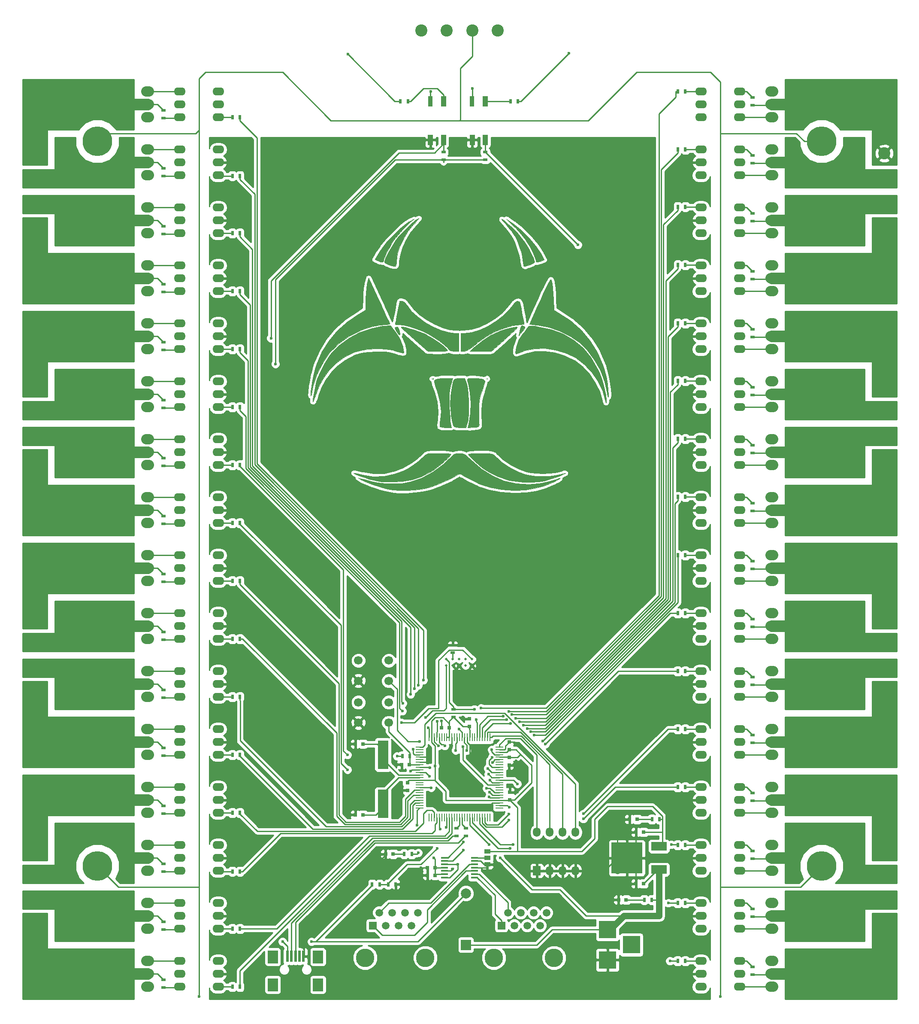
<source format=gbr>
G04 #@! TF.FileFunction,Copper,L1,Top,Signal*
%FSLAX46Y46*%
G04 Gerber Fmt 4.6, Leading zero omitted, Abs format (unit mm)*
G04 Created by KiCad (PCBNEW 4.0.1-stable) date 02/05/2016 19:52:28*
%MOMM*%
G01*
G04 APERTURE LIST*
%ADD10C,0.100000*%
%ADD11C,0.010000*%
%ADD12R,0.750000X0.800000*%
%ADD13R,0.899160X1.998980*%
%ADD14R,1.000760X1.998980*%
%ADD15R,0.500380X2.301240*%
%ADD16R,1.998980X2.499360*%
%ADD17C,5.842000*%
%ADD18O,2.300000X1.600000*%
%ADD19R,1.450000X0.450000*%
%ADD20C,0.500000*%
%ADD21R,1.500000X0.280000*%
%ADD22R,0.280000X1.500000*%
%ADD23R,0.900000X0.500000*%
%ADD24R,0.500000X0.900000*%
%ADD25O,2.540000X2.032000*%
%ADD26R,0.800000X0.750000*%
%ADD27C,2.400000*%
%ADD28R,0.797560X0.797560*%
%ADD29C,3.649980*%
%ADD30R,1.501140X1.501140*%
%ADD31C,1.501140*%
%ADD32R,1.270000X0.965200*%
%ADD33R,1.524000X1.824000*%
%ADD34O,1.524000X1.824000*%
%ADD35C,1.700000*%
%ADD36R,3.048000X1.651000*%
%ADD37R,6.096000X6.096000*%
%ADD38R,2.100580X5.600700*%
%ADD39R,3.500120X3.500120*%
%ADD40C,1.998980*%
%ADD41R,1.998980X1.998980*%
%ADD42C,0.600000*%
%ADD43C,0.250000*%
%ADD44C,1.270000*%
%ADD45C,2.286000*%
%ADD46C,2.540000*%
%ADD47C,0.254000*%
G04 APERTURE END LIST*
D10*
D11*
G36*
X152858244Y-129770028D02*
X153245107Y-129864289D01*
X153628738Y-130093210D01*
X154109625Y-130515555D01*
X154734448Y-131135689D01*
X156720948Y-132860527D01*
X158876813Y-134202867D01*
X161177994Y-135155171D01*
X163600440Y-135709903D01*
X166120100Y-135859527D01*
X168712922Y-135596508D01*
X168875022Y-135566544D01*
X169795053Y-135369900D01*
X170656070Y-135148160D01*
X171291027Y-134944921D01*
X171355449Y-134919144D01*
X171950375Y-134692400D01*
X172203957Y-134641118D01*
X172145764Y-134736710D01*
X171805362Y-134950588D01*
X171212319Y-135254162D01*
X170823098Y-135433873D01*
X168972729Y-136171411D01*
X167220489Y-136659886D01*
X165408284Y-136931697D01*
X163378020Y-137019242D01*
X163089167Y-137018774D01*
X160667887Y-136879647D01*
X158443887Y-136471071D01*
X156305046Y-135760742D01*
X154139243Y-134716359D01*
X153187451Y-134166020D01*
X152674497Y-133876538D01*
X152345879Y-133799623D01*
X152028108Y-133921630D01*
X151811618Y-134057819D01*
X150752020Y-134668183D01*
X149446361Y-135303291D01*
X148060566Y-135890532D01*
X146760560Y-136357295D01*
X146155833Y-136532869D01*
X144919273Y-136780234D01*
X143475253Y-136958797D01*
X141970680Y-137059522D01*
X140552464Y-137073373D01*
X139367513Y-136991315D01*
X139170833Y-136962499D01*
X137856541Y-136693101D01*
X136454060Y-136315396D01*
X135088467Y-135870357D01*
X133884839Y-135398955D01*
X132968253Y-134942162D01*
X132926667Y-134917062D01*
X132397500Y-134593469D01*
X132926667Y-134735099D01*
X133394889Y-134863113D01*
X134115169Y-135062963D01*
X134932136Y-135291538D01*
X134937500Y-135293045D01*
X136240776Y-135555967D01*
X137784419Y-135706893D01*
X139417298Y-135743871D01*
X140988282Y-135664949D01*
X142346240Y-135468175D01*
X142663333Y-135392853D01*
X144936810Y-134592612D01*
X147121535Y-133441612D01*
X149108269Y-132004638D01*
X150350713Y-130833646D01*
X150915622Y-130258975D01*
X151334772Y-129934081D01*
X151739366Y-129788581D01*
X152260607Y-129752092D01*
X152367661Y-129751666D01*
X152858244Y-129770028D01*
X152858244Y-129770028D01*
G37*
X152858244Y-129770028D02*
X153245107Y-129864289D01*
X153628738Y-130093210D01*
X154109625Y-130515555D01*
X154734448Y-131135689D01*
X156720948Y-132860527D01*
X158876813Y-134202867D01*
X161177994Y-135155171D01*
X163600440Y-135709903D01*
X166120100Y-135859527D01*
X168712922Y-135596508D01*
X168875022Y-135566544D01*
X169795053Y-135369900D01*
X170656070Y-135148160D01*
X171291027Y-134944921D01*
X171355449Y-134919144D01*
X171950375Y-134692400D01*
X172203957Y-134641118D01*
X172145764Y-134736710D01*
X171805362Y-134950588D01*
X171212319Y-135254162D01*
X170823098Y-135433873D01*
X168972729Y-136171411D01*
X167220489Y-136659886D01*
X165408284Y-136931697D01*
X163378020Y-137019242D01*
X163089167Y-137018774D01*
X160667887Y-136879647D01*
X158443887Y-136471071D01*
X156305046Y-135760742D01*
X154139243Y-134716359D01*
X153187451Y-134166020D01*
X152674497Y-133876538D01*
X152345879Y-133799623D01*
X152028108Y-133921630D01*
X151811618Y-134057819D01*
X150752020Y-134668183D01*
X149446361Y-135303291D01*
X148060566Y-135890532D01*
X146760560Y-136357295D01*
X146155833Y-136532869D01*
X144919273Y-136780234D01*
X143475253Y-136958797D01*
X141970680Y-137059522D01*
X140552464Y-137073373D01*
X139367513Y-136991315D01*
X139170833Y-136962499D01*
X137856541Y-136693101D01*
X136454060Y-136315396D01*
X135088467Y-135870357D01*
X133884839Y-135398955D01*
X132968253Y-134942162D01*
X132926667Y-134917062D01*
X132397500Y-134593469D01*
X132926667Y-134735099D01*
X133394889Y-134863113D01*
X134115169Y-135062963D01*
X134932136Y-135291538D01*
X134937500Y-135293045D01*
X136240776Y-135555967D01*
X137784419Y-135706893D01*
X139417298Y-135743871D01*
X140988282Y-135664949D01*
X142346240Y-135468175D01*
X142663333Y-135392853D01*
X144936810Y-134592612D01*
X147121535Y-133441612D01*
X149108269Y-132004638D01*
X150350713Y-130833646D01*
X150915622Y-130258975D01*
X151334772Y-129934081D01*
X151739366Y-129788581D01*
X152260607Y-129752092D01*
X152367661Y-129751666D01*
X152858244Y-129770028D01*
G36*
X149259843Y-129767113D02*
X150032043Y-129809067D01*
X150541811Y-129870946D01*
X150706667Y-129939064D01*
X150547706Y-130212600D01*
X150120853Y-130669818D01*
X149501149Y-131246194D01*
X148763636Y-131877203D01*
X147983356Y-132498320D01*
X147235351Y-133045021D01*
X146671920Y-133408332D01*
X144883668Y-134309536D01*
X143048193Y-134918603D01*
X141047691Y-135267347D01*
X139382500Y-135376797D01*
X138048145Y-135393188D01*
X137001503Y-135347941D01*
X136110071Y-135230717D01*
X135360833Y-135062962D01*
X134537599Y-134828534D01*
X133669480Y-134549836D01*
X132844423Y-134259465D01*
X132150375Y-133990020D01*
X131675285Y-133774099D01*
X131507100Y-133644301D01*
X131511576Y-133636201D01*
X131736196Y-133651500D01*
X132267812Y-133758156D01*
X133005295Y-133935069D01*
X133262094Y-134001454D01*
X135388659Y-134343669D01*
X137566119Y-134271298D01*
X139771937Y-133786667D01*
X141421619Y-133158435D01*
X142263539Y-132705587D01*
X143247218Y-132067073D01*
X144226322Y-131347661D01*
X145054513Y-130652121D01*
X145398980Y-130310852D01*
X145640645Y-130068734D01*
X145894549Y-129908986D01*
X146249680Y-129814512D01*
X146795027Y-129768214D01*
X147619578Y-129752994D01*
X148309396Y-129751666D01*
X149259843Y-129767113D01*
X149259843Y-129767113D01*
G37*
X149259843Y-129767113D02*
X150032043Y-129809067D01*
X150541811Y-129870946D01*
X150706667Y-129939064D01*
X150547706Y-130212600D01*
X150120853Y-130669818D01*
X149501149Y-131246194D01*
X148763636Y-131877203D01*
X147983356Y-132498320D01*
X147235351Y-133045021D01*
X146671920Y-133408332D01*
X144883668Y-134309536D01*
X143048193Y-134918603D01*
X141047691Y-135267347D01*
X139382500Y-135376797D01*
X138048145Y-135393188D01*
X137001503Y-135347941D01*
X136110071Y-135230717D01*
X135360833Y-135062962D01*
X134537599Y-134828534D01*
X133669480Y-134549836D01*
X132844423Y-134259465D01*
X132150375Y-133990020D01*
X131675285Y-133774099D01*
X131507100Y-133644301D01*
X131511576Y-133636201D01*
X131736196Y-133651500D01*
X132267812Y-133758156D01*
X133005295Y-133935069D01*
X133262094Y-134001454D01*
X135388659Y-134343669D01*
X137566119Y-134271298D01*
X139771937Y-133786667D01*
X141421619Y-133158435D01*
X142263539Y-132705587D01*
X143247218Y-132067073D01*
X144226322Y-131347661D01*
X145054513Y-130652121D01*
X145398980Y-130310852D01*
X145640645Y-130068734D01*
X145894549Y-129908986D01*
X146249680Y-129814512D01*
X146795027Y-129768214D01*
X147619578Y-129752994D01*
X148309396Y-129751666D01*
X149259843Y-129767113D01*
G36*
X157532753Y-129756210D02*
X158240572Y-129781241D01*
X158703049Y-129843856D01*
X159009172Y-129961153D01*
X159247930Y-130150230D01*
X159401020Y-130310852D01*
X160656955Y-131449552D01*
X162219261Y-132500091D01*
X163971351Y-133392143D01*
X165417500Y-133939997D01*
X166325041Y-134131735D01*
X167508718Y-134244142D01*
X168828912Y-134277642D01*
X170146006Y-134232661D01*
X171320382Y-134109623D01*
X172180957Y-133919431D01*
X172784335Y-133739840D01*
X173198192Y-133649278D01*
X173304342Y-133652120D01*
X173171647Y-133763509D01*
X172726489Y-133967076D01*
X172060648Y-134229303D01*
X171265906Y-134516675D01*
X170434043Y-134795676D01*
X169656838Y-135032791D01*
X169170657Y-135161631D01*
X167995366Y-135347688D01*
X166565801Y-135431047D01*
X165037849Y-135413785D01*
X163567399Y-135297979D01*
X162310338Y-135085707D01*
X162242500Y-135069306D01*
X160025756Y-134339764D01*
X157946741Y-133303377D01*
X157327946Y-132911956D01*
X156739415Y-132478217D01*
X156065559Y-131923161D01*
X155385697Y-131320215D01*
X154779151Y-130742807D01*
X154325240Y-130264365D01*
X154103284Y-129958315D01*
X154093333Y-129917647D01*
X154290943Y-129851839D01*
X154827646Y-129798374D01*
X155619252Y-129763079D01*
X156490603Y-129751666D01*
X157532753Y-129756210D01*
X157532753Y-129756210D01*
G37*
X157532753Y-129756210D02*
X158240572Y-129781241D01*
X158703049Y-129843856D01*
X159009172Y-129961153D01*
X159247930Y-130150230D01*
X159401020Y-130310852D01*
X160656955Y-131449552D01*
X162219261Y-132500091D01*
X163971351Y-133392143D01*
X165417500Y-133939997D01*
X166325041Y-134131735D01*
X167508718Y-134244142D01*
X168828912Y-134277642D01*
X170146006Y-134232661D01*
X171320382Y-134109623D01*
X172180957Y-133919431D01*
X172784335Y-133739840D01*
X173198192Y-133649278D01*
X173304342Y-133652120D01*
X173171647Y-133763509D01*
X172726489Y-133967076D01*
X172060648Y-134229303D01*
X171265906Y-134516675D01*
X170434043Y-134795676D01*
X169656838Y-135032791D01*
X169170657Y-135161631D01*
X167995366Y-135347688D01*
X166565801Y-135431047D01*
X165037849Y-135413785D01*
X163567399Y-135297979D01*
X162310338Y-135085707D01*
X162242500Y-135069306D01*
X160025756Y-134339764D01*
X157946741Y-133303377D01*
X157327946Y-132911956D01*
X156739415Y-132478217D01*
X156065559Y-131923161D01*
X155385697Y-131320215D01*
X154779151Y-130742807D01*
X154325240Y-130264365D01*
X154103284Y-129958315D01*
X154093333Y-129917647D01*
X154290943Y-129851839D01*
X154827646Y-129798374D01*
X155619252Y-129763079D01*
X156490603Y-129751666D01*
X157532753Y-129756210D01*
G36*
X150655027Y-116469583D02*
X150471905Y-117274214D01*
X150366251Y-118050863D01*
X150328738Y-118933044D01*
X150350042Y-120054271D01*
X150370405Y-120544166D01*
X150427585Y-121623834D01*
X150495169Y-122625053D01*
X150564232Y-123428331D01*
X150619369Y-123877916D01*
X150752982Y-124671666D01*
X149683983Y-124671666D01*
X149053904Y-124642823D01*
X148622428Y-124569151D01*
X148518613Y-124512916D01*
X148497980Y-124231616D01*
X148546590Y-123674507D01*
X148617133Y-123190000D01*
X148727218Y-121451660D01*
X148524192Y-119541353D01*
X148021734Y-117556224D01*
X147696748Y-116652116D01*
X147451692Y-116006000D01*
X147361831Y-115633159D01*
X147422577Y-115414843D01*
X147629342Y-115232307D01*
X147641547Y-115223366D01*
X148119629Y-115049915D01*
X148930902Y-114952051D01*
X149545456Y-114935000D01*
X151055001Y-114935000D01*
X150655027Y-116469583D01*
X150655027Y-116469583D01*
G37*
X150655027Y-116469583D02*
X150471905Y-117274214D01*
X150366251Y-118050863D01*
X150328738Y-118933044D01*
X150350042Y-120054271D01*
X150370405Y-120544166D01*
X150427585Y-121623834D01*
X150495169Y-122625053D01*
X150564232Y-123428331D01*
X150619369Y-123877916D01*
X150752982Y-124671666D01*
X149683983Y-124671666D01*
X149053904Y-124642823D01*
X148622428Y-124569151D01*
X148518613Y-124512916D01*
X148497980Y-124231616D01*
X148546590Y-123674507D01*
X148617133Y-123190000D01*
X148727218Y-121451660D01*
X148524192Y-119541353D01*
X148021734Y-117556224D01*
X147696748Y-116652116D01*
X147451692Y-116006000D01*
X147361831Y-115633159D01*
X147422577Y-115414843D01*
X147629342Y-115232307D01*
X147641547Y-115223366D01*
X148119629Y-115049915D01*
X148930902Y-114952051D01*
X149545456Y-114935000D01*
X151055001Y-114935000D01*
X150655027Y-116469583D01*
G36*
X153822837Y-116152083D02*
X153996040Y-116980043D01*
X154117608Y-118099418D01*
X154186013Y-119389461D01*
X154199729Y-120729426D01*
X154157230Y-121998567D01*
X154056987Y-123076138D01*
X153919196Y-123772083D01*
X153653683Y-124671666D01*
X152505122Y-124671666D01*
X151786524Y-124638867D01*
X151371305Y-124517365D01*
X151142976Y-124272506D01*
X151139068Y-124265276D01*
X151018450Y-123883988D01*
X150875416Y-123198520D01*
X150732685Y-122325611D01*
X150665658Y-121832671D01*
X150552853Y-120149864D01*
X150612991Y-118423203D01*
X150834035Y-116806701D01*
X151153262Y-115594253D01*
X151326548Y-115197131D01*
X151573736Y-115002942D01*
X152032294Y-114939850D01*
X152414793Y-114935000D01*
X153446507Y-114935000D01*
X153822837Y-116152083D01*
X153822837Y-116152083D01*
G37*
X153822837Y-116152083D02*
X153996040Y-116980043D01*
X154117608Y-118099418D01*
X154186013Y-119389461D01*
X154199729Y-120729426D01*
X154157230Y-121998567D01*
X154056987Y-123076138D01*
X153919196Y-123772083D01*
X153653683Y-124671666D01*
X152505122Y-124671666D01*
X151786524Y-124638867D01*
X151371305Y-124517365D01*
X151142976Y-124272506D01*
X151139068Y-124265276D01*
X151018450Y-123883988D01*
X150875416Y-123198520D01*
X150732685Y-122325611D01*
X150665658Y-121832671D01*
X150552853Y-120149864D01*
X150612991Y-118423203D01*
X150834035Y-116806701D01*
X151153262Y-115594253D01*
X151326548Y-115197131D01*
X151573736Y-115002942D01*
X152032294Y-114939850D01*
X152414793Y-114935000D01*
X153446507Y-114935000D01*
X153822837Y-116152083D01*
G36*
X155935433Y-114971181D02*
X156581108Y-115045893D01*
X157035083Y-115154599D01*
X157133808Y-115205345D01*
X157293626Y-115354775D01*
X157358693Y-115560910D01*
X157317967Y-115906959D01*
X157160410Y-116476128D01*
X156874980Y-117351626D01*
X156831999Y-117480066D01*
X156502474Y-118523627D01*
X156303613Y-119363145D01*
X156205990Y-120185412D01*
X156180180Y-121177218D01*
X156182696Y-121601804D01*
X156197603Y-122550224D01*
X156219560Y-123373674D01*
X156245049Y-123957062D01*
X156260377Y-124142500D01*
X156241587Y-124391474D01*
X156038341Y-124531365D01*
X155555232Y-124605126D01*
X155175712Y-124630812D01*
X154035591Y-124695792D01*
X154180659Y-123995812D01*
X154491640Y-121903001D01*
X154580324Y-119788106D01*
X154448111Y-117779127D01*
X154096403Y-116004064D01*
X154093087Y-115992476D01*
X153952617Y-115461972D01*
X153883235Y-115120102D01*
X153881667Y-115095147D01*
X154071175Y-114992445D01*
X154558170Y-114940313D01*
X155220355Y-114934606D01*
X155935433Y-114971181D01*
X155935433Y-114971181D01*
G37*
X155935433Y-114971181D02*
X156581108Y-115045893D01*
X157035083Y-115154599D01*
X157133808Y-115205345D01*
X157293626Y-115354775D01*
X157358693Y-115560910D01*
X157317967Y-115906959D01*
X157160410Y-116476128D01*
X156874980Y-117351626D01*
X156831999Y-117480066D01*
X156502474Y-118523627D01*
X156303613Y-119363145D01*
X156205990Y-120185412D01*
X156180180Y-121177218D01*
X156182696Y-121601804D01*
X156197603Y-122550224D01*
X156219560Y-123373674D01*
X156245049Y-123957062D01*
X156260377Y-124142500D01*
X156241587Y-124391474D01*
X156038341Y-124531365D01*
X155555232Y-124605126D01*
X155175712Y-124630812D01*
X154035591Y-124695792D01*
X154180659Y-123995812D01*
X154491640Y-121903001D01*
X154580324Y-119788106D01*
X154448111Y-117779127D01*
X154096403Y-116004064D01*
X154093087Y-115992476D01*
X153952617Y-115461972D01*
X153883235Y-115120102D01*
X153881667Y-115095147D01*
X154071175Y-114992445D01*
X154558170Y-114940313D01*
X155220355Y-114934606D01*
X155935433Y-114971181D01*
G36*
X167244697Y-104671502D02*
X167929822Y-104759325D01*
X170471369Y-105295328D01*
X172805485Y-106189797D01*
X174909526Y-107425465D01*
X176760848Y-108985067D01*
X178336807Y-110851335D01*
X179614760Y-113007002D01*
X180064484Y-114012394D01*
X180413007Y-114976502D01*
X180738744Y-116072010D01*
X181018738Y-117195804D01*
X181230035Y-118244768D01*
X181349677Y-119115787D01*
X181354710Y-119705747D01*
X181344510Y-119762073D01*
X181266272Y-119798714D01*
X181157677Y-119488479D01*
X181098784Y-119208348D01*
X180560511Y-117323217D01*
X179665718Y-115469436D01*
X178477251Y-113736167D01*
X177057955Y-112212574D01*
X175470678Y-110987820D01*
X175179476Y-110810365D01*
X173314897Y-109923671D01*
X171315678Y-109339220D01*
X169266796Y-109064459D01*
X167253227Y-109106834D01*
X165359949Y-109473789D01*
X164306250Y-109857625D01*
X163806351Y-110064160D01*
X163520829Y-110098773D01*
X163418807Y-109901153D01*
X163469409Y-109410989D01*
X163641759Y-108567971D01*
X163643012Y-108562129D01*
X164112735Y-107318904D01*
X164754262Y-106363030D01*
X165242061Y-105736003D01*
X165642150Y-105194286D01*
X165846985Y-104888554D01*
X165984615Y-104712092D01*
X166202958Y-104620848D01*
X166592742Y-104609195D01*
X167244697Y-104671502D01*
X167244697Y-104671502D01*
G37*
X167244697Y-104671502D02*
X167929822Y-104759325D01*
X170471369Y-105295328D01*
X172805485Y-106189797D01*
X174909526Y-107425465D01*
X176760848Y-108985067D01*
X178336807Y-110851335D01*
X179614760Y-113007002D01*
X180064484Y-114012394D01*
X180413007Y-114976502D01*
X180738744Y-116072010D01*
X181018738Y-117195804D01*
X181230035Y-118244768D01*
X181349677Y-119115787D01*
X181354710Y-119705747D01*
X181344510Y-119762073D01*
X181266272Y-119798714D01*
X181157677Y-119488479D01*
X181098784Y-119208348D01*
X180560511Y-117323217D01*
X179665718Y-115469436D01*
X178477251Y-113736167D01*
X177057955Y-112212574D01*
X175470678Y-110987820D01*
X175179476Y-110810365D01*
X173314897Y-109923671D01*
X171315678Y-109339220D01*
X169266796Y-109064459D01*
X167253227Y-109106834D01*
X165359949Y-109473789D01*
X164306250Y-109857625D01*
X163806351Y-110064160D01*
X163520829Y-110098773D01*
X163418807Y-109901153D01*
X163469409Y-109410989D01*
X163641759Y-108567971D01*
X163643012Y-108562129D01*
X164112735Y-107318904D01*
X164754262Y-106363030D01*
X165242061Y-105736003D01*
X165642150Y-105194286D01*
X165846985Y-104888554D01*
X165984615Y-104712092D01*
X166202958Y-104620848D01*
X166592742Y-104609195D01*
X167244697Y-104671502D01*
G36*
X139842884Y-106025701D02*
X140614890Y-107209974D01*
X141081406Y-108258302D01*
X141199774Y-108689069D01*
X141323563Y-109344579D01*
X141370209Y-109817336D01*
X141346180Y-109972709D01*
X141104171Y-109964947D01*
X140580038Y-109834112D01*
X139887004Y-109608495D01*
X139883456Y-109607230D01*
X139194473Y-109388087D01*
X138520427Y-109246582D01*
X137738878Y-109167850D01*
X136727391Y-109137025D01*
X135995833Y-109135209D01*
X134316654Y-109202312D01*
X132898170Y-109418239D01*
X131591778Y-109823709D01*
X130248875Y-110459444D01*
X129411991Y-110939329D01*
X128003362Y-111984093D01*
X126680226Y-113335271D01*
X125521781Y-114886335D01*
X124607226Y-116530754D01*
X124015761Y-118162000D01*
X124002306Y-118215833D01*
X123818914Y-118856936D01*
X123633742Y-119344650D01*
X123483734Y-119601468D01*
X123405837Y-119549885D01*
X123401956Y-119475249D01*
X123449243Y-119016939D01*
X123572630Y-118277052D01*
X123745591Y-117384718D01*
X123941601Y-116469068D01*
X124134133Y-115659231D01*
X124296662Y-115084336D01*
X124314579Y-115032542D01*
X124925198Y-113585934D01*
X125715100Y-112084389D01*
X126586975Y-110701330D01*
X127201477Y-109887505D01*
X128763976Y-108320428D01*
X130628594Y-106973553D01*
X132713588Y-105888578D01*
X134937215Y-105107205D01*
X137217734Y-104671135D01*
X137477500Y-104645230D01*
X138747500Y-104530870D01*
X139842884Y-106025701D01*
X139842884Y-106025701D01*
G37*
X139842884Y-106025701D02*
X140614890Y-107209974D01*
X141081406Y-108258302D01*
X141199774Y-108689069D01*
X141323563Y-109344579D01*
X141370209Y-109817336D01*
X141346180Y-109972709D01*
X141104171Y-109964947D01*
X140580038Y-109834112D01*
X139887004Y-109608495D01*
X139883456Y-109607230D01*
X139194473Y-109388087D01*
X138520427Y-109246582D01*
X137738878Y-109167850D01*
X136727391Y-109137025D01*
X135995833Y-109135209D01*
X134316654Y-109202312D01*
X132898170Y-109418239D01*
X131591778Y-109823709D01*
X130248875Y-110459444D01*
X129411991Y-110939329D01*
X128003362Y-111984093D01*
X126680226Y-113335271D01*
X125521781Y-114886335D01*
X124607226Y-116530754D01*
X124015761Y-118162000D01*
X124002306Y-118215833D01*
X123818914Y-118856936D01*
X123633742Y-119344650D01*
X123483734Y-119601468D01*
X123405837Y-119549885D01*
X123401956Y-119475249D01*
X123449243Y-119016939D01*
X123572630Y-118277052D01*
X123745591Y-117384718D01*
X123941601Y-116469068D01*
X124134133Y-115659231D01*
X124296662Y-115084336D01*
X124314579Y-115032542D01*
X124925198Y-113585934D01*
X125715100Y-112084389D01*
X126586975Y-110701330D01*
X127201477Y-109887505D01*
X128763976Y-108320428D01*
X130628594Y-106973553D01*
X132713588Y-105888578D01*
X134937215Y-105107205D01*
X137217734Y-104671135D01*
X137477500Y-104645230D01*
X138747500Y-104530870D01*
X139842884Y-106025701D01*
G36*
X170543763Y-95665035D02*
X170678589Y-96241995D01*
X170795354Y-97142826D01*
X170887217Y-98317808D01*
X170936656Y-99377500D01*
X171010449Y-101494166D01*
X171706474Y-101893172D01*
X174218421Y-103542362D01*
X176366982Y-105404768D01*
X178159595Y-107489397D01*
X179603697Y-109805256D01*
X180706726Y-112361351D01*
X180941915Y-113077247D01*
X181184743Y-113992782D01*
X181409035Y-115066132D01*
X181597120Y-116180955D01*
X181731324Y-117220910D01*
X181793977Y-118069653D01*
X181775768Y-118566739D01*
X181708555Y-118674400D01*
X181617354Y-118397857D01*
X181532499Y-117898333D01*
X181022553Y-115614710D01*
X180161952Y-113379911D01*
X178998392Y-111281207D01*
X177579568Y-109405864D01*
X176102730Y-107963585D01*
X174274984Y-106678651D01*
X172204741Y-105629551D01*
X170017398Y-104868707D01*
X167838350Y-104448540D01*
X167648702Y-104429391D01*
X166225835Y-104297149D01*
X167155640Y-102154824D01*
X167761777Y-100779723D01*
X168363381Y-99453795D01*
X168934032Y-98231580D01*
X169447312Y-97167620D01*
X169876801Y-96316457D01*
X170196080Y-95732631D01*
X170378731Y-95470684D01*
X170397721Y-95461666D01*
X170543763Y-95665035D01*
X170543763Y-95665035D01*
G37*
X170543763Y-95665035D02*
X170678589Y-96241995D01*
X170795354Y-97142826D01*
X170887217Y-98317808D01*
X170936656Y-99377500D01*
X171010449Y-101494166D01*
X171706474Y-101893172D01*
X174218421Y-103542362D01*
X176366982Y-105404768D01*
X178159595Y-107489397D01*
X179603697Y-109805256D01*
X180706726Y-112361351D01*
X180941915Y-113077247D01*
X181184743Y-113992782D01*
X181409035Y-115066132D01*
X181597120Y-116180955D01*
X181731324Y-117220910D01*
X181793977Y-118069653D01*
X181775768Y-118566739D01*
X181708555Y-118674400D01*
X181617354Y-118397857D01*
X181532499Y-117898333D01*
X181022553Y-115614710D01*
X180161952Y-113379911D01*
X178998392Y-111281207D01*
X177579568Y-109405864D01*
X176102730Y-107963585D01*
X174274984Y-106678651D01*
X172204741Y-105629551D01*
X170017398Y-104868707D01*
X167838350Y-104448540D01*
X167648702Y-104429391D01*
X166225835Y-104297149D01*
X167155640Y-102154824D01*
X167761777Y-100779723D01*
X168363381Y-99453795D01*
X168934032Y-98231580D01*
X169447312Y-97167620D01*
X169876801Y-96316457D01*
X170196080Y-95732631D01*
X170378731Y-95470684D01*
X170397721Y-95461666D01*
X170543763Y-95665035D01*
G36*
X135497963Y-97387541D02*
X136003184Y-98457866D01*
X136514688Y-99570184D01*
X136959724Y-100564996D01*
X137177958Y-101070833D01*
X137549755Y-101924372D01*
X137924740Y-102737856D01*
X138221741Y-103335193D01*
X138221781Y-103335268D01*
X138482509Y-103846744D01*
X138629609Y-104184612D01*
X138641667Y-104234851D01*
X138452967Y-104306883D01*
X137978464Y-104349855D01*
X137742083Y-104354795D01*
X136656855Y-104453983D01*
X135330859Y-104724299D01*
X133895146Y-105134476D01*
X132742311Y-105547568D01*
X130540497Y-106638217D01*
X128577499Y-108066794D01*
X126871849Y-109809717D01*
X125442082Y-111843407D01*
X124306731Y-114144283D01*
X123484332Y-116688764D01*
X123284184Y-117580833D01*
X123152207Y-118148197D01*
X123051826Y-118414252D01*
X123004812Y-118321666D01*
X123035081Y-117583799D01*
X123160284Y-116568281D01*
X123356396Y-115403735D01*
X123599393Y-114218785D01*
X123865250Y-113142054D01*
X124128390Y-112306282D01*
X125262527Y-109750841D01*
X126636412Y-107515026D01*
X128292603Y-105547588D01*
X130273660Y-103797278D01*
X132398246Y-102347783D01*
X133819823Y-101481935D01*
X133873160Y-99265550D01*
X133921268Y-98221762D01*
X134006936Y-97229559D01*
X134115925Y-96433035D01*
X134184201Y-96117541D01*
X134441906Y-95185915D01*
X135497963Y-97387541D01*
X135497963Y-97387541D01*
G37*
X135497963Y-97387541D02*
X136003184Y-98457866D01*
X136514688Y-99570184D01*
X136959724Y-100564996D01*
X137177958Y-101070833D01*
X137549755Y-101924372D01*
X137924740Y-102737856D01*
X138221741Y-103335193D01*
X138221781Y-103335268D01*
X138482509Y-103846744D01*
X138629609Y-104184612D01*
X138641667Y-104234851D01*
X138452967Y-104306883D01*
X137978464Y-104349855D01*
X137742083Y-104354795D01*
X136656855Y-104453983D01*
X135330859Y-104724299D01*
X133895146Y-105134476D01*
X132742311Y-105547568D01*
X130540497Y-106638217D01*
X128577499Y-108066794D01*
X126871849Y-109809717D01*
X125442082Y-111843407D01*
X124306731Y-114144283D01*
X123484332Y-116688764D01*
X123284184Y-117580833D01*
X123152207Y-118148197D01*
X123051826Y-118414252D01*
X123004812Y-118321666D01*
X123035081Y-117583799D01*
X123160284Y-116568281D01*
X123356396Y-115403735D01*
X123599393Y-114218785D01*
X123865250Y-113142054D01*
X124128390Y-112306282D01*
X125262527Y-109750841D01*
X126636412Y-107515026D01*
X128292603Y-105547588D01*
X130273660Y-103797278D01*
X132398246Y-102347783D01*
X133819823Y-101481935D01*
X133873160Y-99265550D01*
X133921268Y-98221762D01*
X134006936Y-97229559D01*
X134115925Y-96433035D01*
X134184201Y-96117541D01*
X134441906Y-95185915D01*
X135497963Y-97387541D01*
G36*
X147249444Y-115005555D02*
X147220389Y-115131391D01*
X147108333Y-115146666D01*
X146934108Y-115069221D01*
X146967222Y-115005555D01*
X147218421Y-114980223D01*
X147249444Y-115005555D01*
X147249444Y-115005555D01*
G37*
X147249444Y-115005555D02*
X147220389Y-115131391D01*
X147108333Y-115146666D01*
X146934108Y-115069221D01*
X146967222Y-115005555D01*
X147218421Y-114980223D01*
X147249444Y-115005555D01*
G36*
X157903333Y-115040833D02*
X157797500Y-115146666D01*
X157691667Y-115040833D01*
X157797500Y-114935000D01*
X157903333Y-115040833D01*
X157903333Y-115040833D01*
G37*
X157903333Y-115040833D02*
X157797500Y-115146666D01*
X157691667Y-115040833D01*
X157797500Y-114935000D01*
X157903333Y-115040833D01*
G36*
X141705986Y-104915134D02*
X142498684Y-105128178D01*
X143413114Y-105416557D01*
X144359287Y-105751856D01*
X145247216Y-106105661D01*
X145986912Y-106449560D01*
X145999045Y-106455865D01*
X146833764Y-106930060D01*
X147714251Y-107494817D01*
X148557726Y-108089101D01*
X149281413Y-108651878D01*
X149802532Y-109122112D01*
X150036389Y-109432721D01*
X149872428Y-109534981D01*
X149331531Y-109602173D01*
X148459000Y-109629619D01*
X148131389Y-109629348D01*
X146155833Y-109615363D01*
X143454788Y-107268033D01*
X142571475Y-106490781D01*
X141820209Y-105811264D01*
X141251192Y-105276417D01*
X140914629Y-104933181D01*
X140845738Y-104828706D01*
X141125008Y-104805839D01*
X141705986Y-104915134D01*
X141705986Y-104915134D01*
G37*
X141705986Y-104915134D02*
X142498684Y-105128178D01*
X143413114Y-105416557D01*
X144359287Y-105751856D01*
X145247216Y-106105661D01*
X145986912Y-106449560D01*
X145999045Y-106455865D01*
X146833764Y-106930060D01*
X147714251Y-107494817D01*
X148557726Y-108089101D01*
X149281413Y-108651878D01*
X149802532Y-109122112D01*
X150036389Y-109432721D01*
X149872428Y-109534981D01*
X149331531Y-109602173D01*
X148459000Y-109629619D01*
X148131389Y-109629348D01*
X146155833Y-109615363D01*
X143454788Y-107268033D01*
X142571475Y-106490781D01*
X141820209Y-105811264D01*
X141251192Y-105276417D01*
X140914629Y-104933181D01*
X140845738Y-104828706D01*
X141125008Y-104805839D01*
X141705986Y-104915134D01*
G36*
X141478540Y-99887064D02*
X141955214Y-100456177D01*
X142028333Y-100572506D01*
X142940124Y-101754808D01*
X144163701Y-102892620D01*
X145606438Y-103932382D01*
X147175712Y-104820531D01*
X148778898Y-105503507D01*
X150323371Y-105927748D01*
X151491971Y-106045000D01*
X152188333Y-106045000D01*
X152188333Y-109643333D01*
X151352184Y-109643333D01*
X150740714Y-109571468D01*
X150371177Y-109385696D01*
X150346768Y-109351841D01*
X149962887Y-108891173D01*
X149301890Y-108294220D01*
X148456448Y-107630766D01*
X147519237Y-106970596D01*
X146582932Y-106383495D01*
X145944167Y-106036632D01*
X144855288Y-105554407D01*
X143637074Y-105108760D01*
X142411212Y-104736024D01*
X141299387Y-104472534D01*
X140423286Y-104354625D01*
X140301141Y-104351666D01*
X139869675Y-104335376D01*
X139700000Y-104298330D01*
X139737099Y-104081860D01*
X139837495Y-103537500D01*
X139984833Y-102753134D01*
X140123333Y-102023333D01*
X140296147Y-101111730D01*
X140434907Y-100370865D01*
X140523260Y-99888620D01*
X140546667Y-99748335D01*
X140726735Y-99708797D01*
X141022917Y-99700693D01*
X141478540Y-99887064D01*
X141478540Y-99887064D01*
G37*
X141478540Y-99887064D02*
X141955214Y-100456177D01*
X142028333Y-100572506D01*
X142940124Y-101754808D01*
X144163701Y-102892620D01*
X145606438Y-103932382D01*
X147175712Y-104820531D01*
X148778898Y-105503507D01*
X150323371Y-105927748D01*
X151491971Y-106045000D01*
X152188333Y-106045000D01*
X152188333Y-109643333D01*
X151352184Y-109643333D01*
X150740714Y-109571468D01*
X150371177Y-109385696D01*
X150346768Y-109351841D01*
X149962887Y-108891173D01*
X149301890Y-108294220D01*
X148456448Y-107630766D01*
X147519237Y-106970596D01*
X146582932Y-106383495D01*
X145944167Y-106036632D01*
X144855288Y-105554407D01*
X143637074Y-105108760D01*
X142411212Y-104736024D01*
X141299387Y-104472534D01*
X140423286Y-104354625D01*
X140301141Y-104351666D01*
X139869675Y-104335376D01*
X139700000Y-104298330D01*
X139737099Y-104081860D01*
X139837495Y-103537500D01*
X139984833Y-102753134D01*
X140123333Y-102023333D01*
X140296147Y-101111730D01*
X140434907Y-100370865D01*
X140523260Y-99888620D01*
X140546667Y-99748335D01*
X140726735Y-99708797D01*
X141022917Y-99700693D01*
X141478540Y-99887064D01*
G36*
X164145642Y-99778312D02*
X164350690Y-100171250D01*
X164433172Y-100578089D01*
X164558103Y-101232094D01*
X164704912Y-102020771D01*
X164853032Y-102831628D01*
X164981892Y-103552170D01*
X165070924Y-104069905D01*
X165100000Y-104269215D01*
X164914553Y-104327416D01*
X164462987Y-104358423D01*
X164412083Y-104359206D01*
X162890411Y-104536982D01*
X161203632Y-105012528D01*
X159441387Y-105745507D01*
X157693313Y-106695582D01*
X156049051Y-107822418D01*
X155240152Y-108486447D01*
X154462300Y-109125590D01*
X153876246Y-109492512D01*
X153398203Y-109636339D01*
X153267054Y-109643333D01*
X152611667Y-109643333D01*
X152611667Y-106045000D01*
X153236248Y-106045000D01*
X154774782Y-105867273D01*
X156426390Y-105367612D01*
X158102477Y-104596294D01*
X159714450Y-103603594D01*
X161173715Y-102439790D01*
X162391677Y-101155159D01*
X162787268Y-100624823D01*
X163313937Y-100002749D01*
X163782286Y-99716065D01*
X164145642Y-99778312D01*
X164145642Y-99778312D01*
G37*
X164145642Y-99778312D02*
X164350690Y-100171250D01*
X164433172Y-100578089D01*
X164558103Y-101232094D01*
X164704912Y-102020771D01*
X164853032Y-102831628D01*
X164981892Y-103552170D01*
X165070924Y-104069905D01*
X165100000Y-104269215D01*
X164914553Y-104327416D01*
X164462987Y-104358423D01*
X164412083Y-104359206D01*
X162890411Y-104536982D01*
X161203632Y-105012528D01*
X159441387Y-105745507D01*
X157693313Y-106695582D01*
X156049051Y-107822418D01*
X155240152Y-108486447D01*
X154462300Y-109125590D01*
X153876246Y-109492512D01*
X153398203Y-109636339D01*
X153267054Y-109643333D01*
X152611667Y-109643333D01*
X152611667Y-106045000D01*
X153236248Y-106045000D01*
X154774782Y-105867273D01*
X156426390Y-105367612D01*
X158102477Y-104596294D01*
X159714450Y-103603594D01*
X161173715Y-102439790D01*
X162391677Y-101155159D01*
X162787268Y-100624823D01*
X163313937Y-100002749D01*
X163782286Y-99716065D01*
X164145642Y-99778312D01*
G36*
X163756357Y-104813804D02*
X163737240Y-104970640D01*
X163399592Y-105372848D01*
X162758410Y-106005087D01*
X161828689Y-106852014D01*
X161367795Y-107257563D01*
X158644167Y-109634293D01*
X154410833Y-109625283D01*
X155363333Y-108774146D01*
X156933755Y-107501545D01*
X158515656Y-106505619D01*
X159442243Y-106038995D01*
X160334635Y-105665601D01*
X161313271Y-105323767D01*
X162267074Y-105045041D01*
X163084965Y-104860967D01*
X163655866Y-104803092D01*
X163756357Y-104813804D01*
X163756357Y-104813804D01*
G37*
X163756357Y-104813804D02*
X163737240Y-104970640D01*
X163399592Y-105372848D01*
X162758410Y-106005087D01*
X161828689Y-106852014D01*
X161367795Y-107257563D01*
X158644167Y-109634293D01*
X154410833Y-109625283D01*
X155363333Y-108774146D01*
X156933755Y-107501545D01*
X158515656Y-106505619D01*
X159442243Y-106038995D01*
X160334635Y-105665601D01*
X161313271Y-105323767D01*
X162267074Y-105045041D01*
X163084965Y-104860967D01*
X163655866Y-104803092D01*
X163756357Y-104813804D01*
G36*
X140315052Y-104956683D02*
X140476655Y-105431198D01*
X140542884Y-105710731D01*
X140629361Y-106262577D01*
X140550656Y-106428570D01*
X140303506Y-106208760D01*
X139959549Y-105720168D01*
X139674804Y-105239647D01*
X139626068Y-104987992D01*
X139794564Y-104855995D01*
X139809928Y-104849973D01*
X140115750Y-104789882D01*
X140315052Y-104956683D01*
X140315052Y-104956683D01*
G37*
X140315052Y-104956683D02*
X140476655Y-105431198D01*
X140542884Y-105710731D01*
X140629361Y-106262577D01*
X140550656Y-106428570D01*
X140303506Y-106208760D01*
X139959549Y-105720168D01*
X139674804Y-105239647D01*
X139626068Y-104987992D01*
X139794564Y-104855995D01*
X139809928Y-104849973D01*
X140115750Y-104789882D01*
X140315052Y-104956683D01*
G36*
X164985038Y-104636374D02*
X165247313Y-104800306D01*
X165256710Y-105051795D01*
X164993875Y-105470443D01*
X164692090Y-105841328D01*
X164072514Y-106574166D01*
X164280356Y-105627706D01*
X164435628Y-104971992D01*
X164568777Y-104646492D01*
X164740220Y-104566210D01*
X164985038Y-104636374D01*
X164985038Y-104636374D01*
G37*
X164985038Y-104636374D02*
X165247313Y-104800306D01*
X165256710Y-105051795D01*
X164993875Y-105470443D01*
X164692090Y-105841328D01*
X164072514Y-106574166D01*
X164280356Y-105627706D01*
X164435628Y-104971992D01*
X164568777Y-104646492D01*
X164740220Y-104566210D01*
X164985038Y-104636374D01*
G36*
X144297083Y-83537216D02*
X143967855Y-83911905D01*
X143469977Y-84450292D01*
X143259734Y-84672502D01*
X142257508Y-85910959D01*
X141372774Y-87357067D01*
X140655619Y-88899211D01*
X140156128Y-90425779D01*
X139924386Y-91825157D01*
X139914179Y-92127916D01*
X139884890Y-92607010D01*
X139745055Y-92841461D01*
X139410925Y-92857128D01*
X138798754Y-92679866D01*
X138482917Y-92569817D01*
X137942588Y-92328696D01*
X137621807Y-92089226D01*
X137583500Y-92004444D01*
X137686587Y-91613165D01*
X137961999Y-90961122D01*
X138359427Y-90147615D01*
X138828563Y-89271941D01*
X139319095Y-88433399D01*
X139663044Y-87899924D01*
X140176843Y-87226772D01*
X140849997Y-86458725D01*
X141615292Y-85659748D01*
X142405515Y-84893808D01*
X143153451Y-84224869D01*
X143791887Y-83716898D01*
X144253607Y-83433861D01*
X144394981Y-83396666D01*
X144297083Y-83537216D01*
X144297083Y-83537216D01*
G37*
X144297083Y-83537216D02*
X143967855Y-83911905D01*
X143469977Y-84450292D01*
X143259734Y-84672502D01*
X142257508Y-85910959D01*
X141372774Y-87357067D01*
X140655619Y-88899211D01*
X140156128Y-90425779D01*
X139924386Y-91825157D01*
X139914179Y-92127916D01*
X139884890Y-92607010D01*
X139745055Y-92841461D01*
X139410925Y-92857128D01*
X138798754Y-92679866D01*
X138482917Y-92569817D01*
X137942588Y-92328696D01*
X137621807Y-92089226D01*
X137583500Y-92004444D01*
X137686587Y-91613165D01*
X137961999Y-90961122D01*
X138359427Y-90147615D01*
X138828563Y-89271941D01*
X139319095Y-88433399D01*
X139663044Y-87899924D01*
X140176843Y-87226772D01*
X140849997Y-86458725D01*
X141615292Y-85659748D01*
X142405515Y-84893808D01*
X143153451Y-84224869D01*
X143791887Y-83716898D01*
X144253607Y-83433861D01*
X144394981Y-83396666D01*
X144297083Y-83537216D01*
G36*
X160771747Y-83562174D02*
X161294259Y-83922069D01*
X162001110Y-84523766D01*
X162807019Y-85282694D01*
X163626709Y-86114286D01*
X164374900Y-86933970D01*
X164966314Y-87657179D01*
X165126522Y-87880721D01*
X165604073Y-88635390D01*
X166096158Y-89497679D01*
X166552721Y-90368883D01*
X166923712Y-91150297D01*
X167159077Y-91743217D01*
X167216500Y-92002186D01*
X167033673Y-92205779D01*
X166567309Y-92453098D01*
X166226460Y-92584269D01*
X165604616Y-92796958D01*
X165276372Y-92886109D01*
X165130494Y-92851959D01*
X165055748Y-92694746D01*
X165016812Y-92586854D01*
X164923462Y-92139607D01*
X164885501Y-91581438D01*
X164793683Y-90932419D01*
X164551928Y-90031673D01*
X164204687Y-89003538D01*
X163796408Y-87972352D01*
X163371541Y-87062453D01*
X163096847Y-86578035D01*
X162630205Y-85922997D01*
X162005522Y-85147360D01*
X161416711Y-84483159D01*
X160964028Y-83974100D01*
X160719882Y-83641961D01*
X160722908Y-83541909D01*
X160771747Y-83562174D01*
X160771747Y-83562174D01*
G37*
X160771747Y-83562174D02*
X161294259Y-83922069D01*
X162001110Y-84523766D01*
X162807019Y-85282694D01*
X163626709Y-86114286D01*
X164374900Y-86933970D01*
X164966314Y-87657179D01*
X165126522Y-87880721D01*
X165604073Y-88635390D01*
X166096158Y-89497679D01*
X166552721Y-90368883D01*
X166923712Y-91150297D01*
X167159077Y-91743217D01*
X167216500Y-92002186D01*
X167033673Y-92205779D01*
X166567309Y-92453098D01*
X166226460Y-92584269D01*
X165604616Y-92796958D01*
X165276372Y-92886109D01*
X165130494Y-92851959D01*
X165055748Y-92694746D01*
X165016812Y-92586854D01*
X164923462Y-92139607D01*
X164885501Y-91581438D01*
X164793683Y-90932419D01*
X164551928Y-90031673D01*
X164204687Y-89003538D01*
X163796408Y-87972352D01*
X163371541Y-87062453D01*
X163096847Y-86578035D01*
X162630205Y-85922997D01*
X162005522Y-85147360D01*
X161416711Y-84483159D01*
X160964028Y-83974100D01*
X160719882Y-83641961D01*
X160722908Y-83541909D01*
X160771747Y-83562174D01*
G36*
X142663333Y-84169337D02*
X141110308Y-85636906D01*
X139672704Y-87393541D01*
X139464458Y-87688257D01*
X138978478Y-88445313D01*
X138480654Y-89311167D01*
X138021598Y-90186124D01*
X137651921Y-90970484D01*
X137422236Y-91564550D01*
X137371833Y-91810416D01*
X137227639Y-92036596D01*
X136783918Y-91997392D01*
X136260324Y-91800869D01*
X135678149Y-91545833D01*
X136557454Y-90064166D01*
X137137781Y-89218502D01*
X137935258Y-88236662D01*
X138871868Y-87198072D01*
X139869592Y-86182160D01*
X140850414Y-85268351D01*
X141736315Y-84536073D01*
X142449278Y-84064753D01*
X142451667Y-84063504D01*
X143404167Y-83566175D01*
X142663333Y-84169337D01*
X142663333Y-84169337D01*
G37*
X142663333Y-84169337D02*
X141110308Y-85636906D01*
X139672704Y-87393541D01*
X139464458Y-87688257D01*
X138978478Y-88445313D01*
X138480654Y-89311167D01*
X138021598Y-90186124D01*
X137651921Y-90970484D01*
X137422236Y-91564550D01*
X137371833Y-91810416D01*
X137227639Y-92036596D01*
X136783918Y-91997392D01*
X136260324Y-91800869D01*
X135678149Y-91545833D01*
X136557454Y-90064166D01*
X137137781Y-89218502D01*
X137935258Y-88236662D01*
X138871868Y-87198072D01*
X139869592Y-86182160D01*
X140850414Y-85268351D01*
X141736315Y-84536073D01*
X142449278Y-84064753D01*
X142451667Y-84063504D01*
X143404167Y-83566175D01*
X142663333Y-84169337D01*
G36*
X162902227Y-84403582D02*
X164497202Y-85649071D01*
X166038348Y-87160530D01*
X167418390Y-88818357D01*
X168530052Y-90502952D01*
X168769107Y-90944600D01*
X169112733Y-91613368D01*
X168450614Y-91844184D01*
X167846225Y-92030916D01*
X167537789Y-92040412D01*
X167433557Y-91865435D01*
X167428333Y-91763535D01*
X167319754Y-91282843D01*
X167026408Y-90549037D01*
X166596880Y-89662212D01*
X166079758Y-88722463D01*
X165523628Y-87829886D01*
X165506677Y-87804629D01*
X164927102Y-87027904D01*
X164168374Y-86125913D01*
X163365738Y-85256881D01*
X163106757Y-84996922D01*
X161607500Y-83528010D01*
X162902227Y-84403582D01*
X162902227Y-84403582D01*
G37*
X162902227Y-84403582D02*
X164497202Y-85649071D01*
X166038348Y-87160530D01*
X167418390Y-88818357D01*
X168530052Y-90502952D01*
X168769107Y-90944600D01*
X169112733Y-91613368D01*
X168450614Y-91844184D01*
X167846225Y-92030916D01*
X167537789Y-92040412D01*
X167433557Y-91865435D01*
X167428333Y-91763535D01*
X167319754Y-91282843D01*
X167026408Y-90549037D01*
X166596880Y-89662212D01*
X166079758Y-88722463D01*
X165523628Y-87829886D01*
X165506677Y-87804629D01*
X164927102Y-87027904D01*
X164168374Y-86125913D01*
X163365738Y-85256881D01*
X163106757Y-84996922D01*
X161607500Y-83528010D01*
X162902227Y-84403582D01*
D12*
X162179000Y-188202000D03*
X162179000Y-186702000D03*
D13*
X146606260Y-60335160D03*
D14*
X149255480Y-60335160D03*
X149255480Y-67934840D03*
X146654520Y-67934840D03*
D15*
X118414800Y-228960680D03*
X119214900Y-228960680D03*
X120015000Y-228960680D03*
X120815100Y-228960680D03*
X121615200Y-228960680D03*
D16*
X115564920Y-229059740D03*
X115564920Y-234558840D03*
X124465080Y-229059740D03*
X124465080Y-234558840D03*
D17*
X80962500Y-211137500D03*
D18*
X200025000Y-207010000D03*
X200025000Y-209550000D03*
X200025000Y-212090000D03*
X207645000Y-212090000D03*
X207645000Y-209550000D03*
X207645000Y-207010000D03*
D19*
X149450000Y-209505000D03*
X149450000Y-210155000D03*
X149450000Y-210805000D03*
X149450000Y-211455000D03*
X149450000Y-212105000D03*
X149450000Y-212755000D03*
X149450000Y-213405000D03*
X155350000Y-213405000D03*
X155350000Y-212755000D03*
X155350000Y-212105000D03*
X155350000Y-211455000D03*
X155350000Y-210805000D03*
X155350000Y-210155000D03*
X155350000Y-209505000D03*
D20*
X149796500Y-171640500D03*
X149796500Y-170370500D03*
X151066500Y-171640500D03*
X151066500Y-170370500D03*
X152336500Y-171640500D03*
X152336500Y-170370500D03*
X153606500Y-171640500D03*
X153606500Y-170370500D03*
X154876500Y-171640500D03*
X154876500Y-170370500D03*
D21*
X144500000Y-187675000D03*
X144500000Y-188175000D03*
X144500000Y-188675000D03*
X144500000Y-189175000D03*
X144500000Y-189675000D03*
X144500000Y-190175000D03*
X144500000Y-190675000D03*
X144500000Y-191175000D03*
X144500000Y-191675000D03*
X144500000Y-192175000D03*
X144500000Y-192675000D03*
X144500000Y-193175000D03*
X144500000Y-193675000D03*
X144500000Y-194175000D03*
X144500000Y-194675000D03*
X144500000Y-195175000D03*
X144500000Y-195675000D03*
X144500000Y-196175000D03*
X144500000Y-196675000D03*
X144500000Y-197175000D03*
X144500000Y-197675000D03*
X144500000Y-198175000D03*
X144500000Y-198675000D03*
X144500000Y-199175000D03*
X144500000Y-199675000D03*
D22*
X146400000Y-201575000D03*
X146900000Y-201575000D03*
X147400000Y-201575000D03*
X147900000Y-201575000D03*
X148400000Y-201575000D03*
X148900000Y-201575000D03*
X149400000Y-201575000D03*
X149900000Y-201575000D03*
X150400000Y-201575000D03*
X150900000Y-201575000D03*
X151400000Y-201575000D03*
X151900000Y-201575000D03*
X152400000Y-201575000D03*
X152900000Y-201575000D03*
X153400000Y-201575000D03*
X153900000Y-201575000D03*
X154400000Y-201575000D03*
X154900000Y-201575000D03*
X155400000Y-201575000D03*
X155900000Y-201575000D03*
X156400000Y-201575000D03*
X156900000Y-201575000D03*
X157400000Y-201575000D03*
X157900000Y-201575000D03*
X158400000Y-201575000D03*
D21*
X160300000Y-199675000D03*
X160300000Y-199175000D03*
X160300000Y-198675000D03*
X160300000Y-198175000D03*
X160300000Y-197675000D03*
X160300000Y-197175000D03*
X160300000Y-196675000D03*
X160300000Y-196175000D03*
X160300000Y-195675000D03*
X160300000Y-195175000D03*
X160300000Y-194675000D03*
X160300000Y-194175000D03*
X160300000Y-193675000D03*
X160300000Y-193175000D03*
X160300000Y-192675000D03*
X160300000Y-192175000D03*
X160300000Y-191675000D03*
X160300000Y-191175000D03*
X160300000Y-190675000D03*
X160300000Y-190175000D03*
X160300000Y-189675000D03*
X160300000Y-189175000D03*
X160300000Y-188675000D03*
X160300000Y-188175000D03*
X160300000Y-187675000D03*
D22*
X158400000Y-185775000D03*
X157900000Y-185775000D03*
X157400000Y-185775000D03*
X156900000Y-185775000D03*
X156400000Y-185775000D03*
X155900000Y-185775000D03*
X155400000Y-185775000D03*
X154900000Y-185775000D03*
X154400000Y-185775000D03*
X153900000Y-185775000D03*
X153400000Y-185775000D03*
X152900000Y-185775000D03*
X152400000Y-185775000D03*
X151900000Y-185775000D03*
X151400000Y-185775000D03*
X150900000Y-185775000D03*
X150400000Y-185775000D03*
X149900000Y-185775000D03*
X149400000Y-185775000D03*
X148900000Y-185775000D03*
X148400000Y-185775000D03*
X147900000Y-185775000D03*
X147400000Y-185775000D03*
X146900000Y-185775000D03*
X146400000Y-185775000D03*
D23*
X151066500Y-169088500D03*
X151066500Y-167588500D03*
D24*
X107581000Y-200660000D03*
X109081000Y-200660000D03*
D13*
X154861260Y-60335160D03*
D14*
X157510480Y-60335160D03*
X157510480Y-67934840D03*
X154909520Y-67934840D03*
D23*
X93980000Y-84975000D03*
X93980000Y-86475000D03*
D25*
X90805000Y-220980000D03*
X90805000Y-218440000D03*
X90805000Y-223520000D03*
D18*
X104775000Y-189230000D03*
X104775000Y-186690000D03*
X104775000Y-184150000D03*
X97155000Y-184150000D03*
X97155000Y-186690000D03*
X97155000Y-189230000D03*
X104775000Y-234950000D03*
X104775000Y-232410000D03*
X104775000Y-229870000D03*
X97155000Y-229870000D03*
X97155000Y-232410000D03*
X97155000Y-234950000D03*
D26*
X147562000Y-211455000D03*
X146062000Y-211455000D03*
X147562000Y-212979000D03*
X146062000Y-212979000D03*
X133338000Y-187071000D03*
X131838000Y-187071000D03*
X133338000Y-201041000D03*
X131838000Y-201041000D03*
D12*
X162179000Y-189750000D03*
X162179000Y-191250000D03*
X162306000Y-198108000D03*
X162306000Y-196608000D03*
D26*
X150356000Y-183896000D03*
X148856000Y-183896000D03*
D12*
X154305000Y-182130000D03*
X154305000Y-183630000D03*
D26*
X142482000Y-191135000D03*
X140982000Y-191135000D03*
D12*
X142113000Y-194703000D03*
X142113000Y-196203000D03*
D26*
X188710000Y-214630000D03*
X187210000Y-214630000D03*
X188710000Y-204470000D03*
X187210000Y-204470000D03*
D27*
X68580000Y-222765000D03*
X68580000Y-217765000D03*
X68580000Y-212765000D03*
X68580000Y-207765000D03*
X68580000Y-177045000D03*
X68580000Y-172045000D03*
X68580000Y-167045000D03*
X68580000Y-162045000D03*
X68580000Y-131325000D03*
X68580000Y-126325000D03*
X68580000Y-121325000D03*
X68580000Y-116325000D03*
X68580000Y-85605000D03*
X68580000Y-80605000D03*
X68580000Y-75605000D03*
X68580000Y-70605000D03*
X236220000Y-70605000D03*
X236220000Y-75605000D03*
X236220000Y-80605000D03*
X236220000Y-85605000D03*
X236220000Y-116325000D03*
X236220000Y-121325000D03*
X236220000Y-126325000D03*
X236220000Y-131325000D03*
X236220000Y-162045000D03*
X236220000Y-167045000D03*
X236220000Y-172045000D03*
X236220000Y-177045000D03*
X236220000Y-207765000D03*
X236220000Y-212765000D03*
X236220000Y-217765000D03*
X236220000Y-222765000D03*
X144900000Y-46355000D03*
X149900000Y-46355000D03*
X154900000Y-46355000D03*
X159900000Y-46355000D03*
D28*
X185280300Y-217805000D03*
X183781700Y-217805000D03*
X187439300Y-201930000D03*
X185940700Y-201930000D03*
D29*
X171038520Y-229235000D03*
X159169100Y-229235000D03*
D30*
X160655000Y-222885000D03*
D31*
X161925000Y-220345000D03*
X163195000Y-222885000D03*
X164465000Y-220345000D03*
X165735000Y-222885000D03*
X167005000Y-220345000D03*
X168275000Y-222885000D03*
X169545000Y-220345000D03*
D29*
X145638520Y-229235000D03*
X133769100Y-229235000D03*
D30*
X135255000Y-222885000D03*
D31*
X136525000Y-220345000D03*
X137795000Y-222885000D03*
X139065000Y-220345000D03*
X140335000Y-222885000D03*
X141605000Y-220345000D03*
X142875000Y-222885000D03*
X144145000Y-220345000D03*
D23*
X151765000Y-205220000D03*
X151765000Y-203720000D03*
X153670000Y-205220000D03*
X153670000Y-203720000D03*
X151193500Y-181725000D03*
X151193500Y-180225000D03*
D24*
X141109000Y-189484000D03*
X142609000Y-189484000D03*
X140740000Y-60325000D03*
X142240000Y-60325000D03*
X190361000Y-217805000D03*
X188861000Y-217805000D03*
D23*
X149225000Y-71870000D03*
X149225000Y-70370000D03*
D24*
X163945000Y-60325000D03*
X162445000Y-60325000D03*
D23*
X157480000Y-71870000D03*
X157480000Y-70370000D03*
D24*
X191885000Y-201930000D03*
X190385000Y-201930000D03*
X107581000Y-234950000D03*
X109081000Y-234950000D03*
X107581000Y-223520000D03*
X109081000Y-223520000D03*
X107581000Y-212217000D03*
X109081000Y-212217000D03*
D23*
X93980000Y-233565000D03*
X93980000Y-235065000D03*
X93980000Y-222135000D03*
X93980000Y-223635000D03*
X93980000Y-210705000D03*
X93980000Y-212205000D03*
X93980000Y-199275000D03*
X93980000Y-200775000D03*
D24*
X107581000Y-189230000D03*
X109081000Y-189230000D03*
X107581000Y-177800000D03*
X109081000Y-177800000D03*
X107581000Y-166370000D03*
X109081000Y-166370000D03*
X107581000Y-154940000D03*
X109081000Y-154940000D03*
D23*
X93980000Y-187845000D03*
X93980000Y-189345000D03*
X93980000Y-176415000D03*
X93980000Y-177915000D03*
X93980000Y-164985000D03*
X93980000Y-166485000D03*
X93980000Y-153555000D03*
X93980000Y-155055000D03*
D24*
X107581000Y-143510000D03*
X109081000Y-143510000D03*
X107581000Y-132080000D03*
X109081000Y-132080000D03*
X107581000Y-120650000D03*
X109081000Y-120650000D03*
X107581000Y-109220000D03*
X109081000Y-109220000D03*
D23*
X93980000Y-142125000D03*
X93980000Y-143625000D03*
X93980000Y-130695000D03*
X93980000Y-132195000D03*
X93980000Y-119265000D03*
X93980000Y-120765000D03*
X93980000Y-107835000D03*
X93980000Y-109335000D03*
D24*
X107581000Y-97790000D03*
X109081000Y-97790000D03*
X107581000Y-86360000D03*
X109081000Y-86360000D03*
X107581000Y-75057000D03*
X109081000Y-75057000D03*
X107581000Y-63500000D03*
X109081000Y-63500000D03*
D23*
X93980000Y-96405000D03*
X93980000Y-97905000D03*
X93980000Y-73545000D03*
X93980000Y-75045000D03*
X93980000Y-62115000D03*
X93980000Y-63615000D03*
D24*
X196965000Y-58420000D03*
X195465000Y-58420000D03*
X196965000Y-69850000D03*
X195465000Y-69850000D03*
X196965000Y-81153000D03*
X195465000Y-81153000D03*
X196965000Y-92646500D03*
X195465000Y-92646500D03*
D23*
X210185000Y-61075000D03*
X210185000Y-59575000D03*
X210185000Y-72505000D03*
X210185000Y-71005000D03*
X210185000Y-83935000D03*
X210185000Y-82435000D03*
X210185000Y-95365000D03*
X210185000Y-93865000D03*
D24*
X196965000Y-104140000D03*
X195465000Y-104140000D03*
X196965000Y-115506500D03*
X195465000Y-115506500D03*
X196965000Y-126936500D03*
X195465000Y-126936500D03*
X196965000Y-138366500D03*
X195465000Y-138366500D03*
D23*
X210185000Y-106795000D03*
X210185000Y-105295000D03*
X210185000Y-118225000D03*
X210185000Y-116725000D03*
X210185000Y-129655000D03*
X210185000Y-128155000D03*
X210185000Y-141085000D03*
X210185000Y-139585000D03*
D24*
X196965000Y-149860000D03*
X195465000Y-149860000D03*
X196965000Y-161290000D03*
X195465000Y-161290000D03*
X196965000Y-172720000D03*
X195465000Y-172720000D03*
X196965000Y-184150000D03*
X195465000Y-184150000D03*
D23*
X210185000Y-152515000D03*
X210185000Y-151015000D03*
X210185000Y-163945000D03*
X210185000Y-162445000D03*
X210185000Y-175375000D03*
X210185000Y-173875000D03*
X210185000Y-186805000D03*
X210185000Y-185305000D03*
D24*
X196965000Y-195580000D03*
X195465000Y-195580000D03*
X196965000Y-207010000D03*
X195465000Y-207010000D03*
X196965000Y-218440000D03*
X195465000Y-218440000D03*
X196965000Y-229870000D03*
X195465000Y-229870000D03*
D23*
X210185000Y-198235000D03*
X210185000Y-196735000D03*
X210185000Y-209665000D03*
X210185000Y-208165000D03*
X210185000Y-221095000D03*
X210185000Y-219595000D03*
X210185000Y-232525000D03*
X210185000Y-231025000D03*
D32*
X157861000Y-208280000D03*
X157861000Y-209550000D03*
X157861000Y-210820000D03*
D33*
X167640000Y-212090000D03*
D34*
X167640000Y-204470000D03*
X170180000Y-212090000D03*
X170180000Y-204470000D03*
X172720000Y-212090000D03*
X172720000Y-204470000D03*
X175260000Y-212090000D03*
X175260000Y-204470000D03*
D35*
X132430000Y-170625000D03*
X138430000Y-170625000D03*
X132430000Y-174625000D03*
X138430000Y-174625000D03*
X132430000Y-178880000D03*
X138430000Y-178880000D03*
X132430000Y-182880000D03*
X138430000Y-182880000D03*
D36*
X191770000Y-211836000D03*
D37*
X185420000Y-209550000D03*
D36*
X191770000Y-207264000D03*
D18*
X104775000Y-223520000D03*
X104775000Y-220980000D03*
X104775000Y-218440000D03*
X97155000Y-218440000D03*
X97155000Y-220980000D03*
X97155000Y-223520000D03*
X104775000Y-212090000D03*
X104775000Y-209550000D03*
X104775000Y-207010000D03*
X97155000Y-207010000D03*
X97155000Y-209550000D03*
X97155000Y-212090000D03*
X104775000Y-200660000D03*
X104775000Y-198120000D03*
X104775000Y-195580000D03*
X97155000Y-195580000D03*
X97155000Y-198120000D03*
X97155000Y-200660000D03*
D25*
X90805000Y-232410000D03*
X90805000Y-229870000D03*
X90805000Y-234950000D03*
X90805000Y-209550000D03*
X90805000Y-207010000D03*
X90805000Y-212090000D03*
X90805000Y-198120000D03*
X90805000Y-195580000D03*
X90805000Y-200660000D03*
D18*
X104775000Y-177800000D03*
X104775000Y-175260000D03*
X104775000Y-172720000D03*
X97155000Y-172720000D03*
X97155000Y-175260000D03*
X97155000Y-177800000D03*
X104775000Y-166370000D03*
X104775000Y-163830000D03*
X104775000Y-161290000D03*
X97155000Y-161290000D03*
X97155000Y-163830000D03*
X97155000Y-166370000D03*
X104775000Y-154940000D03*
X104775000Y-152400000D03*
X104775000Y-149860000D03*
X97155000Y-149860000D03*
X97155000Y-152400000D03*
X97155000Y-154940000D03*
D25*
X90805000Y-186690000D03*
X90805000Y-184150000D03*
X90805000Y-189230000D03*
X90805000Y-175260000D03*
X90805000Y-172720000D03*
X90805000Y-177800000D03*
X90805000Y-163830000D03*
X90805000Y-161290000D03*
X90805000Y-166370000D03*
X90805000Y-152400000D03*
X90805000Y-149860000D03*
X90805000Y-154940000D03*
D18*
X104775000Y-143510000D03*
X104775000Y-140970000D03*
X104775000Y-138430000D03*
X97155000Y-138430000D03*
X97155000Y-140970000D03*
X97155000Y-143510000D03*
X104775000Y-132080000D03*
X104775000Y-129540000D03*
X104775000Y-127000000D03*
X97155000Y-127000000D03*
X97155000Y-129540000D03*
X97155000Y-132080000D03*
X104775000Y-120650000D03*
X104775000Y-118110000D03*
X104775000Y-115570000D03*
X97155000Y-115570000D03*
X97155000Y-118110000D03*
X97155000Y-120650000D03*
X104775000Y-109220000D03*
X104775000Y-106680000D03*
X104775000Y-104140000D03*
X97155000Y-104140000D03*
X97155000Y-106680000D03*
X97155000Y-109220000D03*
D25*
X90805000Y-140970000D03*
X90805000Y-138430000D03*
X90805000Y-143510000D03*
X90805000Y-129540000D03*
X90805000Y-127000000D03*
X90805000Y-132080000D03*
X90805000Y-118110000D03*
X90805000Y-115570000D03*
X90805000Y-120650000D03*
X90805000Y-106680000D03*
X90805000Y-104140000D03*
X90805000Y-109220000D03*
D18*
X104775000Y-97790000D03*
X104775000Y-95250000D03*
X104775000Y-92710000D03*
X97155000Y-92710000D03*
X97155000Y-95250000D03*
X97155000Y-97790000D03*
X104775000Y-86360000D03*
X104775000Y-83820000D03*
X104775000Y-81280000D03*
X97155000Y-81280000D03*
X97155000Y-83820000D03*
X97155000Y-86360000D03*
X104775000Y-74930000D03*
X104775000Y-72390000D03*
X104775000Y-69850000D03*
X97155000Y-69850000D03*
X97155000Y-72390000D03*
X97155000Y-74930000D03*
X104775000Y-63500000D03*
X104775000Y-60960000D03*
X104775000Y-58420000D03*
X97155000Y-58420000D03*
X97155000Y-60960000D03*
X97155000Y-63500000D03*
D25*
X90805000Y-95250000D03*
X90805000Y-92710000D03*
X90805000Y-97790000D03*
X90805000Y-83820000D03*
X90805000Y-81280000D03*
X90805000Y-86360000D03*
X90805000Y-72390000D03*
X90805000Y-69850000D03*
X90805000Y-74930000D03*
X90805000Y-60960000D03*
X90805000Y-58420000D03*
X90805000Y-63500000D03*
D18*
X200025000Y-58420000D03*
X200025000Y-60960000D03*
X200025000Y-63500000D03*
X207645000Y-63500000D03*
X207645000Y-60960000D03*
X207645000Y-58420000D03*
X200025000Y-69850000D03*
X200025000Y-72390000D03*
X200025000Y-74930000D03*
X207645000Y-74930000D03*
X207645000Y-72390000D03*
X207645000Y-69850000D03*
X200025000Y-81280000D03*
X200025000Y-83820000D03*
X200025000Y-86360000D03*
X207645000Y-86360000D03*
X207645000Y-83820000D03*
X207645000Y-81280000D03*
X200025000Y-92710000D03*
X200025000Y-95250000D03*
X200025000Y-97790000D03*
X207645000Y-97790000D03*
X207645000Y-95250000D03*
X207645000Y-92710000D03*
D25*
X213995000Y-60960000D03*
X213995000Y-63500000D03*
X213995000Y-58420000D03*
X213995000Y-72390000D03*
X213995000Y-74930000D03*
X213995000Y-69850000D03*
X213995000Y-83820000D03*
X213995000Y-86360000D03*
X213995000Y-81280000D03*
X213995000Y-95250000D03*
X213995000Y-97790000D03*
X213995000Y-92710000D03*
D18*
X200025000Y-104140000D03*
X200025000Y-106680000D03*
X200025000Y-109220000D03*
X207645000Y-109220000D03*
X207645000Y-106680000D03*
X207645000Y-104140000D03*
X200025000Y-115570000D03*
X200025000Y-118110000D03*
X200025000Y-120650000D03*
X207645000Y-120650000D03*
X207645000Y-118110000D03*
X207645000Y-115570000D03*
X200025000Y-127000000D03*
X200025000Y-129540000D03*
X200025000Y-132080000D03*
X207645000Y-132080000D03*
X207645000Y-129540000D03*
X207645000Y-127000000D03*
X200025000Y-138430000D03*
X200025000Y-140970000D03*
X200025000Y-143510000D03*
X207645000Y-143510000D03*
X207645000Y-140970000D03*
X207645000Y-138430000D03*
D25*
X213995000Y-106680000D03*
X213995000Y-109220000D03*
X213995000Y-104140000D03*
X213995000Y-118110000D03*
X213995000Y-120650000D03*
X213995000Y-115570000D03*
X213995000Y-129540000D03*
X213995000Y-132080000D03*
X213995000Y-127000000D03*
X213995000Y-140970000D03*
X213995000Y-143510000D03*
X213995000Y-138430000D03*
D18*
X200025000Y-149860000D03*
X200025000Y-152400000D03*
X200025000Y-154940000D03*
X207645000Y-154940000D03*
X207645000Y-152400000D03*
X207645000Y-149860000D03*
X200025000Y-161290000D03*
X200025000Y-163830000D03*
X200025000Y-166370000D03*
X207645000Y-166370000D03*
X207645000Y-163830000D03*
X207645000Y-161290000D03*
X200025000Y-172720000D03*
X200025000Y-175260000D03*
X200025000Y-177800000D03*
X207645000Y-177800000D03*
X207645000Y-175260000D03*
X207645000Y-172720000D03*
X200025000Y-184150000D03*
X200025000Y-186690000D03*
X200025000Y-189230000D03*
X207645000Y-189230000D03*
X207645000Y-186690000D03*
X207645000Y-184150000D03*
D25*
X213995000Y-152400000D03*
X213995000Y-154940000D03*
X213995000Y-149860000D03*
X213995000Y-163830000D03*
X213995000Y-166370000D03*
X213995000Y-161290000D03*
X213995000Y-175260000D03*
X213995000Y-177800000D03*
X213995000Y-172720000D03*
X213995000Y-186690000D03*
X213995000Y-189230000D03*
X213995000Y-184150000D03*
D18*
X200025000Y-195580000D03*
X200025000Y-198120000D03*
X200025000Y-200660000D03*
X207645000Y-200660000D03*
X207645000Y-198120000D03*
X207645000Y-195580000D03*
X200025000Y-218440000D03*
X200025000Y-220980000D03*
X200025000Y-223520000D03*
X207645000Y-223520000D03*
X207645000Y-220980000D03*
X207645000Y-218440000D03*
X200025000Y-229870000D03*
X200025000Y-232410000D03*
X200025000Y-234950000D03*
X207645000Y-234950000D03*
X207645000Y-232410000D03*
X207645000Y-229870000D03*
D25*
X213995000Y-198120000D03*
X213995000Y-200660000D03*
X213995000Y-195580000D03*
X213995000Y-209550000D03*
X213995000Y-212090000D03*
X213995000Y-207010000D03*
X213995000Y-220980000D03*
X213995000Y-223520000D03*
X213995000Y-218440000D03*
X213995000Y-232410000D03*
X213995000Y-234950000D03*
X213995000Y-229870000D03*
D38*
X137287000Y-189207140D03*
X137287000Y-198904860D03*
D39*
X181610000Y-223669860D03*
X181610000Y-229669340D03*
X186309000Y-226669600D03*
D17*
X80962500Y-68262500D03*
X223837500Y-68262500D03*
X223837500Y-211137500D03*
D24*
X142978000Y-208788000D03*
X141478000Y-208788000D03*
D28*
X139306300Y-208788000D03*
X137807700Y-208788000D03*
D24*
X135140000Y-214757000D03*
X136640000Y-214757000D03*
X139815000Y-214757000D03*
X138315000Y-214757000D03*
D40*
X153670000Y-216535000D03*
D41*
X153670000Y-226695000D03*
D42*
X160401000Y-209550000D03*
X147320000Y-209550000D03*
X122555000Y-229235000D03*
X136525000Y-210185000D03*
X131826000Y-188595000D03*
X158877000Y-190754000D03*
X151066500Y-166433500D03*
X153098500Y-181800500D03*
X151003000Y-211709000D03*
X139382500Y-190881000D03*
X165229010Y-188722000D03*
X163576000Y-190375010D03*
X160274000Y-200660000D03*
X180848000Y-217932000D03*
X146431000Y-193421000D03*
X153035000Y-67945000D03*
X144780000Y-67945000D03*
X180975000Y-212090000D03*
X148844000Y-182499000D03*
X163830000Y-196596000D03*
X140843000Y-195453000D03*
X154432000Y-189484000D03*
X146558000Y-190627000D03*
X146558000Y-189738000D03*
X150876000Y-187452000D03*
X131826000Y-199517000D03*
X157861000Y-212090000D03*
X144780000Y-212979000D03*
X144780000Y-211455000D03*
X116078000Y-112141000D03*
X145722408Y-181864000D03*
X147574000Y-191389000D03*
X140081000Y-189484000D03*
X140970000Y-182880000D03*
X155702000Y-182245000D03*
X155321000Y-180213000D03*
X153035000Y-187579000D03*
X130365500Y-51054000D03*
X115189000Y-107061000D03*
X157734000Y-195834000D03*
X173990000Y-50863500D03*
X175768000Y-88646000D03*
X162179000Y-199517000D03*
X142748000Y-192405000D03*
X130302000Y-192151000D03*
X143249998Y-188087000D03*
X130302000Y-189230000D03*
X141097000Y-180594000D03*
X146177000Y-183896000D03*
X141224000Y-179070000D03*
X148209000Y-187452000D03*
X142748000Y-177292000D03*
X147955000Y-182626000D03*
X143510000Y-176149000D03*
X149479000Y-187452000D03*
X144272000Y-175514000D03*
X151638000Y-188341000D03*
X145288000Y-174498000D03*
X152273000Y-184150000D03*
X153797000Y-188404500D03*
X156654500Y-180022500D03*
X162115500Y-180657500D03*
X161067421Y-181632089D03*
X162750500Y-181292500D03*
X161734500Y-182308500D03*
X164274500Y-182689500D03*
X158750000Y-188214000D03*
X165036500Y-183388000D03*
X158813500Y-189738000D03*
X165735000Y-184023000D03*
X157988000Y-191897000D03*
X166433500Y-184658000D03*
X158115000Y-193040000D03*
X167132000Y-185293000D03*
X158369000Y-194246500D03*
X168783000Y-186499500D03*
X158302424Y-196587821D03*
X169291000Y-187134500D03*
X158242000Y-197549990D03*
X176847500Y-200850500D03*
X162115500Y-200914000D03*
X176847500Y-201866500D03*
X162115500Y-202120500D03*
X194183000Y-206946500D03*
X162941000Y-206883000D03*
X193611500Y-218440000D03*
X162369500Y-207654990D03*
X193929000Y-229870000D03*
X158242000Y-206946500D03*
X144526000Y-186563000D03*
X146558000Y-191770000D03*
X153162000Y-206438500D03*
X163830000Y-194945000D03*
X149774990Y-203517500D03*
X153162000Y-208026000D03*
X152019000Y-210820000D03*
X146821990Y-195707000D03*
X163512500Y-181991000D03*
X162469416Y-183034084D03*
X154940000Y-57785000D03*
X146685000Y-58420000D03*
X203835000Y-236855000D03*
X100965000Y-236855000D03*
X144002550Y-203057550D03*
X144272000Y-208534000D03*
X123190000Y-226060000D03*
X117475000Y-226060000D03*
X148590000Y-203835000D03*
X147955000Y-207645000D03*
D43*
X167640000Y-226695000D02*
X170665140Y-223669860D01*
X170665140Y-223669860D02*
X181610000Y-223669860D01*
X153670000Y-226695000D02*
X167640000Y-226695000D01*
D44*
X191770000Y-220980000D02*
X191770000Y-217805000D01*
X191770000Y-217805000D02*
X191770000Y-211836000D01*
D43*
X190361000Y-217805000D02*
X191770000Y-217805000D01*
X188710000Y-214630000D02*
X188735000Y-214630000D01*
X188735000Y-214630000D02*
X191529000Y-211836000D01*
X191529000Y-211836000D02*
X191770000Y-211836000D01*
X184785000Y-220980000D02*
X177382736Y-220980000D01*
X177382736Y-220980000D02*
X172239236Y-215836500D01*
X172239236Y-215836500D02*
X166687500Y-215836500D01*
X166687500Y-215836500D02*
X160401000Y-209550000D01*
X147562000Y-211455000D02*
X147562000Y-209792000D01*
X147562000Y-209792000D02*
X147320000Y-209550000D01*
X147562000Y-212979000D02*
X147562000Y-211455000D01*
X149450000Y-212755000D02*
X147786000Y-212755000D01*
X147786000Y-212755000D02*
X147562000Y-212979000D01*
D44*
X181610000Y-223669860D02*
X182095140Y-223669860D01*
X182095140Y-223669860D02*
X184785000Y-220980000D01*
X184785000Y-220980000D02*
X191770000Y-220980000D01*
D43*
X147562000Y-209792000D02*
X147562000Y-212979000D01*
X147562000Y-211455000D02*
X149450000Y-211455000D01*
X192405000Y-211836000D02*
X193040000Y-212471000D01*
X121615200Y-228960680D02*
X122280680Y-228960680D01*
X122280680Y-228960680D02*
X122555000Y-229235000D01*
X137807700Y-208788000D02*
X137807700Y-208902300D01*
X137807700Y-208902300D02*
X136525000Y-210185000D01*
X131838000Y-187071000D02*
X131838000Y-188583000D01*
X131838000Y-188583000D02*
X131826000Y-188595000D01*
X182245000Y-217932000D02*
X180848000Y-217932000D01*
X159258000Y-200660000D02*
X160274000Y-200660000D01*
X158750000Y-200152000D02*
X159258000Y-200660000D01*
X158750000Y-198755000D02*
X158750000Y-200152000D01*
X158830000Y-198675000D02*
X158750000Y-198755000D01*
X160300000Y-198675000D02*
X158830000Y-198675000D01*
X159176999Y-190454001D02*
X158877000Y-190754000D01*
X159176999Y-190298001D02*
X159176999Y-190454001D01*
X159300000Y-190175000D02*
X159176999Y-190298001D01*
X160300000Y-190175000D02*
X159300000Y-190175000D01*
X151066500Y-167588500D02*
X151066500Y-166433500D01*
X154305000Y-182130000D02*
X153428000Y-182130000D01*
X153428000Y-182130000D02*
X153098500Y-181800500D01*
X149450000Y-212105000D02*
X150607000Y-212105000D01*
X150607000Y-212105000D02*
X151003000Y-211709000D01*
X140982000Y-191135000D02*
X139636500Y-191135000D01*
X139636500Y-191135000D02*
X139382500Y-190881000D01*
X162179000Y-186702000D02*
X163209010Y-186702000D01*
X163209010Y-186702000D02*
X165229010Y-188722000D01*
X162179000Y-191250000D02*
X162701010Y-191250000D01*
X162701010Y-191250000D02*
X163576000Y-190375010D01*
X140958000Y-196203000D02*
X142113000Y-196203000D01*
X160300000Y-188175000D02*
X161300000Y-188175000D01*
X161300000Y-188175000D02*
X161478999Y-187996001D01*
X161478999Y-187996001D02*
X161478999Y-187427001D01*
X161478999Y-187427001D02*
X162179000Y-186727000D01*
X162179000Y-186727000D02*
X162179000Y-186702000D01*
X154432000Y-189484000D02*
X154432000Y-187282002D01*
X154432000Y-187282002D02*
X153900000Y-186750002D01*
X153900000Y-186750002D02*
X153900000Y-185775000D01*
X183654700Y-217932000D02*
X182245000Y-217932000D01*
X183781700Y-217805000D02*
X183654700Y-217932000D01*
X140958000Y-196203000D02*
X140843000Y-196088000D01*
X140843000Y-196088000D02*
X140843000Y-195453000D01*
X144500000Y-192675000D02*
X145685000Y-192675000D01*
X145685000Y-192675000D02*
X146431000Y-193421000D01*
X154909520Y-67934840D02*
X153045160Y-67934840D01*
X153045160Y-67934840D02*
X153035000Y-67945000D01*
X146654520Y-67934840D02*
X144790160Y-67934840D01*
X144790160Y-67934840D02*
X144780000Y-67945000D01*
X185420000Y-209550000D02*
X183515000Y-209550000D01*
X183515000Y-209550000D02*
X180975000Y-212090000D01*
X183515000Y-207645000D02*
X185420000Y-209550000D01*
X183515000Y-202565000D02*
X183515000Y-207645000D01*
X184150000Y-201930000D02*
X183515000Y-202565000D01*
X185940700Y-201930000D02*
X184150000Y-201930000D01*
X148856000Y-183896000D02*
X148856000Y-182511000D01*
X148856000Y-182511000D02*
X148844000Y-182499000D01*
X162306000Y-196608000D02*
X163818000Y-196608000D01*
X163818000Y-196608000D02*
X163830000Y-196596000D01*
X144500000Y-190675000D02*
X146510000Y-190675000D01*
X146510000Y-190675000D02*
X146558000Y-190627000D01*
X144500000Y-189675000D02*
X146495000Y-189675000D01*
X146495000Y-189675000D02*
X146558000Y-189738000D01*
X150900000Y-185775000D02*
X150900000Y-187428000D01*
X150900000Y-187428000D02*
X150876000Y-187452000D01*
X131838000Y-201041000D02*
X131838000Y-199529000D01*
X131838000Y-199529000D02*
X131826000Y-199517000D01*
X155350000Y-210155000D02*
X156561000Y-210155000D01*
X156561000Y-210155000D02*
X157226000Y-210820000D01*
X157226000Y-210820000D02*
X157861000Y-210820000D01*
X155350000Y-211455000D02*
X157861000Y-211455000D01*
X157861000Y-210820000D02*
X157861000Y-211455000D01*
X157861000Y-211455000D02*
X157861000Y-212090000D01*
X146062000Y-212979000D02*
X144780000Y-212979000D01*
X146062000Y-211455000D02*
X144780000Y-211455000D01*
X187210000Y-204470000D02*
X187210000Y-208395000D01*
X187210000Y-208395000D02*
X186055000Y-209550000D01*
X187210000Y-214630000D02*
X187210000Y-210705000D01*
X187210000Y-210705000D02*
X186055000Y-209550000D01*
D44*
X183515000Y-212090000D02*
X186055000Y-209550000D01*
D43*
X133338000Y-187071000D02*
X136144000Y-187071000D01*
X136144000Y-187071000D02*
X137287000Y-188214000D01*
X137287000Y-188214000D02*
X137287000Y-189207140D01*
X137287000Y-189207140D02*
X137287000Y-190119000D01*
X137287000Y-190119000D02*
X140343000Y-193175000D01*
X140343000Y-193175000D02*
X144500000Y-193175000D01*
X134366000Y-201041000D02*
X135890000Y-201041000D01*
X133338000Y-201041000D02*
X134366000Y-201041000D01*
X135890000Y-201041000D02*
X137287000Y-199644000D01*
X137287000Y-199644000D02*
X137287000Y-198904860D01*
X137287000Y-199771000D02*
X137287000Y-198904860D01*
X137287000Y-198904860D02*
X137287000Y-196723000D01*
X137287000Y-196723000D02*
X140335000Y-193675000D01*
X140335000Y-193675000D02*
X144500000Y-193675000D01*
X160300000Y-198175000D02*
X149678000Y-198175000D01*
X149678000Y-198175000D02*
X149678000Y-196406000D01*
X149678000Y-196406000D02*
X147447000Y-194175000D01*
X116078000Y-112141000D02*
X116078000Y-95504000D01*
X116078000Y-95504000D02*
X139712000Y-71870000D01*
X139712000Y-71870000D02*
X149225000Y-71870000D01*
X154305000Y-183630000D02*
X153098500Y-183630000D01*
X153098500Y-183630000D02*
X151193500Y-181725000D01*
X154305000Y-183630000D02*
X154305000Y-184213500D01*
X154400000Y-184308500D02*
X154400000Y-185775000D01*
X154305000Y-184213500D02*
X154400000Y-184308500D01*
X154305000Y-183605000D02*
X154305000Y-183630000D01*
X150356000Y-183896000D02*
X150356000Y-182562500D01*
X150356000Y-182562500D02*
X151193500Y-181725000D01*
X151193500Y-181725000D02*
X151393500Y-181725000D01*
X149415500Y-180403500D02*
X149294010Y-180524990D01*
X149796500Y-171640500D02*
X149796500Y-180022500D01*
X149796500Y-180022500D02*
X149415500Y-180403500D01*
X150356000Y-183896000D02*
X150381000Y-183896000D01*
X146900000Y-185775000D02*
X146900000Y-182538000D01*
X146900000Y-182538000D02*
X147564001Y-181873999D01*
X147564001Y-181873999D02*
X149144001Y-181873999D01*
X149144001Y-181873999D02*
X150356000Y-183085998D01*
X150356000Y-183085998D02*
X150356000Y-183271000D01*
X150356000Y-183271000D02*
X150356000Y-183896000D01*
X149294010Y-180524990D02*
X147061418Y-180524990D01*
X147061418Y-180524990D02*
X145722408Y-181864000D01*
X147574000Y-191389000D02*
X147574000Y-187453410D01*
X147574000Y-187453410D02*
X146900000Y-186779410D01*
X146900000Y-186779410D02*
X146900000Y-186775000D01*
X146900000Y-186775000D02*
X146900000Y-185775000D01*
X147574000Y-191389000D02*
X147574000Y-194175000D01*
X141109000Y-189484000D02*
X140081000Y-189484000D01*
X142113000Y-194703000D02*
X142113000Y-194437000D01*
X142113000Y-194437000D02*
X142375000Y-194175000D01*
X142375000Y-194175000D02*
X143137000Y-194175000D01*
X147447000Y-194175000D02*
X147574000Y-194175000D01*
X144500000Y-194175000D02*
X147447000Y-194175000D01*
X162179000Y-189750000D02*
X163798002Y-189750000D01*
X163798002Y-189750000D02*
X164455001Y-189093001D01*
X162306000Y-198108000D02*
X163243002Y-198108000D01*
X163243002Y-198108000D02*
X166614001Y-194737001D01*
X166614001Y-194737001D02*
X166614001Y-191252001D01*
X166614001Y-191252001D02*
X164455001Y-189093001D01*
X149225000Y-72370000D02*
X149225000Y-71870000D01*
X164455001Y-189093001D02*
X163564000Y-188202000D01*
X163564000Y-188202000D02*
X162179000Y-188202000D01*
X149225000Y-71870000D02*
X157480000Y-71870000D01*
X192405000Y-201930000D02*
X192405000Y-201295000D01*
X176530000Y-208280000D02*
X163830000Y-208280000D01*
X179070000Y-205740000D02*
X176530000Y-208280000D01*
X179070000Y-201930000D02*
X179070000Y-205740000D01*
X181610000Y-199390000D02*
X179070000Y-201930000D01*
X190500000Y-199390000D02*
X181610000Y-199390000D01*
X192405000Y-201295000D02*
X190500000Y-199390000D01*
X149900000Y-185775000D02*
X150400000Y-185775000D01*
X163830000Y-208280000D02*
X163830000Y-199632000D01*
X163830000Y-199632000D02*
X162306000Y-198108000D01*
X150400000Y-185775000D02*
X150400000Y-183940000D01*
X150400000Y-183940000D02*
X150356000Y-183896000D01*
X160300000Y-188675000D02*
X161706000Y-188675000D01*
X161706000Y-188675000D02*
X162179000Y-188202000D01*
X160300000Y-189675000D02*
X162104000Y-189675000D01*
X162104000Y-189675000D02*
X162179000Y-189750000D01*
X160300000Y-198175000D02*
X162263000Y-198175000D01*
X162263000Y-198175000D02*
X162306000Y-198132000D01*
X143137000Y-194175000D02*
X144500000Y-194175000D01*
X163830000Y-208280000D02*
X157861000Y-208280000D01*
X191885000Y-201930000D02*
X192405000Y-201930000D01*
X192405000Y-201930000D02*
X192405000Y-204470000D01*
X188710000Y-204470000D02*
X192405000Y-204470000D01*
X192405000Y-204470000D02*
X192405000Y-207264000D01*
X142609000Y-189484000D02*
X142609000Y-188784000D01*
X142609000Y-188784000D02*
X138430000Y-184605000D01*
X138430000Y-184605000D02*
X138430000Y-184082081D01*
X138430000Y-184082081D02*
X138430000Y-182880000D01*
X148283520Y-180074980D02*
X148283520Y-170586478D01*
X148283520Y-170586478D02*
X150356499Y-168513499D01*
X150356499Y-168513499D02*
X153019499Y-168513499D01*
X145923000Y-180439998D02*
X146288018Y-180074980D01*
X146288018Y-180074980D02*
X148283520Y-180074980D01*
X154876500Y-170370500D02*
X153019499Y-168513499D01*
X145923000Y-180439998D02*
X145768998Y-180594000D01*
X140970000Y-182880000D02*
X143482998Y-182880000D01*
X143482998Y-182880000D02*
X145923000Y-180439998D01*
X142609000Y-189484000D02*
X142609000Y-191008000D01*
X142609000Y-191008000D02*
X142482000Y-191135000D01*
X144500000Y-191175000D02*
X142522000Y-191175000D01*
X142522000Y-191175000D02*
X142482000Y-191135000D01*
X155702000Y-182245000D02*
X155702000Y-182669264D01*
X155702000Y-182669264D02*
X155900000Y-182867264D01*
X155900000Y-184775000D02*
X155900000Y-185775000D01*
X155900000Y-182867264D02*
X155900000Y-184775000D01*
X151193500Y-180225000D02*
X155309000Y-180225000D01*
X155309000Y-180225000D02*
X155321000Y-180213000D01*
X149796500Y-170370500D02*
X150371501Y-170945501D01*
X150371501Y-170945501D02*
X150371501Y-178903001D01*
X150371501Y-178903001D02*
X151193500Y-179725000D01*
X151193500Y-179725000D02*
X151193500Y-180225000D01*
X151066500Y-169088500D02*
X151066500Y-170370500D01*
X153035000Y-190246000D02*
X157964000Y-195175000D01*
X153035000Y-190246000D02*
X153035000Y-187579000D01*
X159300000Y-195175000D02*
X160300000Y-195175000D01*
X157964000Y-195175000D02*
X159300000Y-195175000D01*
X139636500Y-60325000D02*
X130365500Y-51054000D01*
X140740000Y-60325000D02*
X139636500Y-60325000D01*
D45*
X90805000Y-232410000D02*
X85725000Y-232410000D01*
D46*
X85725000Y-232410000D02*
X85725000Y-231775000D01*
D43*
X90805000Y-232410000D02*
X92825000Y-232410000D01*
X92825000Y-232410000D02*
X93980000Y-233565000D01*
D45*
X90805000Y-220980000D02*
X86360000Y-220980000D01*
D43*
X90805000Y-220980000D02*
X92825000Y-220980000D01*
X92825000Y-220980000D02*
X93980000Y-222135000D01*
D45*
X90805000Y-209550000D02*
X86360000Y-209550000D01*
D43*
X90805000Y-209550000D02*
X92710000Y-209550000D01*
X92710000Y-209550000D02*
X93980000Y-210820000D01*
X93980000Y-210820000D02*
X93980000Y-210705000D01*
X90805000Y-198120000D02*
X92825000Y-198120000D01*
X92825000Y-198120000D02*
X93980000Y-199275000D01*
D45*
X90805000Y-198120000D02*
X85725000Y-198120000D01*
X90805000Y-186690000D02*
X86360000Y-186690000D01*
D43*
X90805000Y-186690000D02*
X92825000Y-186690000D01*
X92825000Y-186690000D02*
X93980000Y-187845000D01*
D45*
X90805000Y-175260000D02*
X85725000Y-175260000D01*
D43*
X90805000Y-175260000D02*
X92825000Y-175260000D01*
X92825000Y-175260000D02*
X93980000Y-176415000D01*
D45*
X90805000Y-163830000D02*
X85725000Y-163830000D01*
D43*
X90805000Y-163830000D02*
X92825000Y-163830000D01*
X92825000Y-163830000D02*
X93980000Y-164985000D01*
D45*
X90805000Y-152400000D02*
X84455000Y-152400000D01*
D43*
X90805000Y-152400000D02*
X92825000Y-152400000D01*
X92825000Y-152400000D02*
X93980000Y-153555000D01*
D45*
X90805000Y-140970000D02*
X86360000Y-140970000D01*
D43*
X90805000Y-140970000D02*
X92825000Y-140970000D01*
X92825000Y-140970000D02*
X93980000Y-142125000D01*
D45*
X90805000Y-129540000D02*
X86360000Y-129540000D01*
D43*
X90805000Y-129540000D02*
X92825000Y-129540000D01*
X92825000Y-129540000D02*
X93980000Y-130695000D01*
D45*
X90805000Y-118110000D02*
X85090000Y-118110000D01*
D43*
X90805000Y-118110000D02*
X92825000Y-118110000D01*
X92825000Y-118110000D02*
X93980000Y-119265000D01*
D45*
X90805000Y-106680000D02*
X85090000Y-106680000D01*
D43*
X90805000Y-106680000D02*
X92825000Y-106680000D01*
X92825000Y-106680000D02*
X93980000Y-107835000D01*
X93980000Y-107835000D02*
X93980000Y-107950000D01*
X93980000Y-107950000D02*
X93980000Y-107835000D01*
D45*
X90805000Y-95250000D02*
X85090000Y-95250000D01*
D43*
X90805000Y-95250000D02*
X92825000Y-95250000D01*
X92825000Y-95250000D02*
X93980000Y-96405000D01*
D45*
X90805000Y-83820000D02*
X85090000Y-83820000D01*
D43*
X90805000Y-83820000D02*
X92825000Y-83820000D01*
X92825000Y-83820000D02*
X93980000Y-84975000D01*
D45*
X90805000Y-72390000D02*
X85725000Y-72390000D01*
D43*
X90805000Y-72390000D02*
X92825000Y-72390000D01*
X92825000Y-72390000D02*
X93980000Y-73545000D01*
D45*
X90805000Y-60960000D02*
X85725000Y-60960000D01*
D43*
X90805000Y-60960000D02*
X92825000Y-60960000D01*
X92825000Y-60960000D02*
X93980000Y-62115000D01*
D45*
X213995000Y-60960000D02*
X217805000Y-60960000D01*
D43*
X210185000Y-61075000D02*
X213880000Y-61075000D01*
X213880000Y-61075000D02*
X213995000Y-60960000D01*
D45*
X213995000Y-72390000D02*
X218440000Y-72390000D01*
D43*
X210185000Y-72505000D02*
X213880000Y-72505000D01*
X213880000Y-72505000D02*
X213995000Y-72390000D01*
D45*
X213995000Y-83820000D02*
X219075000Y-83820000D01*
D43*
X210185000Y-83935000D02*
X213880000Y-83935000D01*
X213880000Y-83935000D02*
X213995000Y-83820000D01*
D45*
X213995000Y-95250000D02*
X218440000Y-95250000D01*
D46*
X218440000Y-95250000D02*
X219075000Y-94615000D01*
D43*
X210185000Y-95365000D02*
X213880000Y-95365000D01*
X213880000Y-95365000D02*
X213995000Y-95250000D01*
D45*
X213995000Y-106680000D02*
X217805000Y-106680000D01*
D43*
X210185000Y-106795000D02*
X213880000Y-106795000D01*
X213880000Y-106795000D02*
X213995000Y-106680000D01*
D45*
X213995000Y-118110000D02*
X218440000Y-118110000D01*
D43*
X210185000Y-118225000D02*
X213880000Y-118225000D01*
X213880000Y-118225000D02*
X213995000Y-118110000D01*
D45*
X213995000Y-129540000D02*
X218440000Y-129540000D01*
D43*
X210185000Y-129655000D02*
X213880000Y-129655000D01*
X213880000Y-129655000D02*
X213995000Y-129540000D01*
D45*
X213995000Y-140970000D02*
X219075000Y-140970000D01*
D43*
X210185000Y-141085000D02*
X213880000Y-141085000D01*
X213880000Y-141085000D02*
X213995000Y-140970000D01*
D45*
X213995000Y-152400000D02*
X218440000Y-152400000D01*
D43*
X210185000Y-152515000D02*
X213880000Y-152515000D01*
X213880000Y-152515000D02*
X213995000Y-152400000D01*
D45*
X213995000Y-163830000D02*
X219075000Y-163830000D01*
D43*
X210185000Y-163945000D02*
X213880000Y-163945000D01*
X213880000Y-163945000D02*
X213995000Y-163830000D01*
D45*
X213995000Y-175260000D02*
X219075000Y-175260000D01*
D43*
X210185000Y-175375000D02*
X213880000Y-175375000D01*
X213880000Y-175375000D02*
X213995000Y-175260000D01*
D45*
X213995000Y-186690000D02*
X219075000Y-186690000D01*
D43*
X210185000Y-186805000D02*
X213880000Y-186805000D01*
X213880000Y-186805000D02*
X213995000Y-186690000D01*
D45*
X213995000Y-198120000D02*
X219710000Y-198120000D01*
D43*
X210185000Y-198235000D02*
X213880000Y-198235000D01*
X213880000Y-198235000D02*
X213995000Y-198120000D01*
D45*
X213995000Y-209550000D02*
X218440000Y-209550000D01*
D43*
X210185000Y-209665000D02*
X213880000Y-209665000D01*
X213880000Y-209665000D02*
X213995000Y-209550000D01*
D45*
X213995000Y-220980000D02*
X218440000Y-220980000D01*
D43*
X210185000Y-221095000D02*
X213880000Y-221095000D01*
X213880000Y-221095000D02*
X213995000Y-220980000D01*
D45*
X213995000Y-232410000D02*
X218440000Y-232410000D01*
D43*
X210185000Y-232525000D02*
X213880000Y-232525000D01*
X213880000Y-232525000D02*
X213995000Y-232410000D01*
X188226000Y-217805000D02*
X188861000Y-217805000D01*
X185280300Y-217805000D02*
X188226000Y-217805000D01*
X187439300Y-201930000D02*
X190385000Y-201930000D01*
X160655000Y-222885000D02*
X160655000Y-221884430D01*
X160655000Y-221884430D02*
X159385000Y-220614430D01*
X159385000Y-220614430D02*
X159385000Y-216940000D01*
X159385000Y-216940000D02*
X155850000Y-213405000D01*
X155850000Y-213405000D02*
X155350000Y-213405000D01*
X154850000Y-213405000D02*
X155350000Y-213405000D01*
X161925000Y-220345000D02*
X161925000Y-218355000D01*
X161925000Y-218355000D02*
X156325000Y-212755000D01*
X156325000Y-212755000D02*
X155350000Y-212755000D01*
X135255000Y-222885000D02*
X137160000Y-224790000D01*
X137160000Y-224790000D02*
X143510000Y-224790000D01*
X143510000Y-224790000D02*
X146050000Y-222250000D01*
X146050000Y-222250000D02*
X146050000Y-219766410D01*
X146050000Y-219766410D02*
X153711410Y-212105000D01*
X153711410Y-212105000D02*
X155350000Y-212105000D01*
X134747000Y-222377000D02*
X135255000Y-222885000D01*
X136525000Y-220345000D02*
X138430000Y-218440000D01*
X138430000Y-218440000D02*
X146740000Y-218440000D01*
X154375000Y-210805000D02*
X155350000Y-210805000D01*
X146740000Y-218440000D02*
X154375000Y-210805000D01*
X135509000Y-206121000D02*
X119214900Y-222415100D01*
X119214900Y-222415100D02*
X119214900Y-228960680D01*
X150115410Y-206121000D02*
X135509000Y-206121000D01*
X151016410Y-205220000D02*
X150115410Y-206121000D01*
X151765000Y-205220000D02*
X151016410Y-205220000D01*
X120015000Y-228960680D02*
X120015000Y-222251410D01*
X120015000Y-222251410D02*
X135695400Y-206571010D01*
X135695400Y-206571010D02*
X152118990Y-206571010D01*
X152118990Y-206571010D02*
X153470000Y-205220000D01*
X153470000Y-205220000D02*
X153670000Y-205220000D01*
X151765000Y-203720000D02*
X152400000Y-203085000D01*
X152400000Y-203085000D02*
X152400000Y-201575000D01*
X152400000Y-201930000D02*
X152400000Y-201575000D01*
X153670000Y-203720000D02*
X152900000Y-202950000D01*
X152900000Y-202950000D02*
X152900000Y-201575000D01*
X152934999Y-201609999D02*
X152900000Y-201575000D01*
X149255480Y-60335160D02*
X149255480Y-59085670D01*
X149255480Y-59085670D02*
X147964809Y-57794999D01*
X142740000Y-60325000D02*
X142240000Y-60325000D01*
X147964809Y-57794999D02*
X145270001Y-57794999D01*
X145270001Y-57794999D02*
X142740000Y-60325000D01*
X115189000Y-107061000D02*
X115189000Y-95756590D01*
X115189000Y-95756590D02*
X140460590Y-70485000D01*
X140460590Y-70485000D02*
X147447000Y-70485000D01*
X158787000Y-196188500D02*
X158432500Y-195834000D01*
X158432500Y-195834000D02*
X157734000Y-195834000D01*
X158813500Y-196188500D02*
X158787000Y-196188500D01*
X160300000Y-196675000D02*
X159300000Y-196675000D01*
X159300000Y-196675000D02*
X158813500Y-196188500D01*
X149255480Y-67934840D02*
X149255480Y-68676520D01*
X149255480Y-68676520D02*
X147447000Y-70485000D01*
X157734000Y-195834000D02*
X157686000Y-195882000D01*
X149108160Y-67934840D02*
X149255480Y-67934840D01*
X149225000Y-70370000D02*
X149225000Y-67965320D01*
X149225000Y-67965320D02*
X149255480Y-67934840D01*
X163945000Y-60325000D02*
X164528500Y-60325000D01*
X164528500Y-60325000D02*
X173990000Y-50863500D01*
X157510480Y-60335160D02*
X162434840Y-60335160D01*
X162434840Y-60335160D02*
X162445000Y-60325000D01*
X175768000Y-88646000D02*
X162306000Y-75184000D01*
X162306000Y-75184000D02*
X157492000Y-70370000D01*
X157492000Y-70370000D02*
X157480000Y-70370000D01*
X160300000Y-199175000D02*
X161837000Y-199175000D01*
X161837000Y-199175000D02*
X162179000Y-199517000D01*
X157480000Y-70370000D02*
X157480000Y-67965320D01*
X157480000Y-67965320D02*
X157510480Y-67934840D01*
X157480000Y-67965320D02*
X157459680Y-67945000D01*
X107581000Y-234950000D02*
X104775000Y-234950000D01*
X109081000Y-234950000D02*
X109081000Y-231787000D01*
X109081000Y-231787000D02*
X135197010Y-205670990D01*
X135197010Y-205670990D02*
X149929010Y-205670990D01*
X149929010Y-205670990D02*
X150900000Y-204700000D01*
X150900000Y-204700000D02*
X150900000Y-201575000D01*
X107581000Y-223520000D02*
X104775000Y-223520000D01*
X109081000Y-223520000D02*
X116332000Y-223520000D01*
X116332000Y-223520000D02*
X134631020Y-205220980D01*
X134631020Y-205220980D02*
X149490020Y-205220980D01*
X149490020Y-205220980D02*
X150400000Y-204311000D01*
X150400000Y-204311000D02*
X150400000Y-201575000D01*
X107581000Y-212217000D02*
X104902000Y-212217000D01*
X104902000Y-212217000D02*
X104775000Y-212090000D01*
X147900000Y-201575000D02*
X147900000Y-202575000D01*
X117074000Y-204724000D02*
X109581000Y-212217000D01*
X147900000Y-202575000D02*
X147549001Y-202925999D01*
X147549001Y-202925999D02*
X147549001Y-204113999D01*
X147549001Y-204113999D02*
X146939000Y-204724000D01*
X146939000Y-204724000D02*
X117074000Y-204724000D01*
X109581000Y-212217000D02*
X109081000Y-212217000D01*
X107581000Y-200660000D02*
X104775000Y-200660000D01*
X109081000Y-200660000D02*
X109081000Y-200860000D01*
X109081000Y-200860000D02*
X112494990Y-204273990D01*
X145923000Y-200152000D02*
X146952002Y-200152000D01*
X112494990Y-204273990D02*
X143670008Y-204273990D01*
X143670008Y-204273990D02*
X145251998Y-202692000D01*
X145251998Y-202692000D02*
X145251998Y-200823002D01*
X145251998Y-200823002D02*
X145923000Y-200152000D01*
X146952002Y-200152000D02*
X147400000Y-200599998D01*
X147400000Y-200575000D02*
X147400000Y-200787000D01*
X147400000Y-200787000D02*
X147400000Y-201575000D01*
X147400000Y-200599998D02*
X147400000Y-200787000D01*
X147324999Y-200499999D02*
X147400000Y-200575000D01*
X147400000Y-200599998D02*
X147400000Y-201575000D01*
X147300001Y-200499999D02*
X147400000Y-200599998D01*
X93980000Y-235065000D02*
X97040000Y-235065000D01*
X97040000Y-235065000D02*
X97155000Y-234950000D01*
X93980000Y-223635000D02*
X97040000Y-223635000D01*
X97040000Y-223635000D02*
X97155000Y-223520000D01*
X97040000Y-223635000D02*
X97155000Y-223520000D01*
X93980000Y-212205000D02*
X97040000Y-212205000D01*
X97040000Y-212205000D02*
X97155000Y-212090000D01*
X93980000Y-200775000D02*
X97040000Y-200775000D01*
X97040000Y-200775000D02*
X97155000Y-200660000D01*
X104775000Y-189230000D02*
X107581000Y-189230000D01*
X109081000Y-189230000D02*
X109081000Y-189430000D01*
X109081000Y-189430000D02*
X123474980Y-203823980D01*
X123474980Y-203823980D02*
X141148198Y-203823980D01*
X143129000Y-201843180D02*
X143129000Y-199182410D01*
X141148198Y-203823980D02*
X141148202Y-203823978D01*
X141148202Y-203823978D02*
X143129000Y-201843180D01*
X143129000Y-199182410D02*
X143636410Y-198675000D01*
X143636410Y-198675000D02*
X144500000Y-198675000D01*
X104775000Y-177800000D02*
X106175000Y-177800000D01*
X106175000Y-177800000D02*
X107581000Y-177800000D01*
X109081000Y-177800000D02*
X109081000Y-178500000D01*
X109081000Y-178500000D02*
X109093000Y-178512000D01*
X109093000Y-178512000D02*
X109093000Y-186436000D01*
X109093000Y-186436000D02*
X126030970Y-203373970D01*
X126030970Y-203373970D02*
X140961801Y-203373969D01*
X140961801Y-203373969D02*
X142632020Y-201703750D01*
X142632020Y-201703750D02*
X142632020Y-199042980D01*
X142632020Y-199042980D02*
X143500000Y-198175000D01*
X143500000Y-198175000D02*
X144500000Y-198175000D01*
X104775000Y-166370000D02*
X106175000Y-166370000D01*
X106175000Y-166370000D02*
X107581000Y-166370000D01*
X109081000Y-166370000D02*
X109581000Y-166370000D01*
X109581000Y-166370000D02*
X128143000Y-184932000D01*
X140775400Y-202923960D02*
X142182010Y-201517350D01*
X128143000Y-184932000D02*
X128143000Y-201295000D01*
X128143000Y-201295000D02*
X129771960Y-202923960D01*
X129771960Y-202923960D02*
X140775400Y-202923960D01*
X142182010Y-201517350D02*
X142182010Y-198304990D01*
X143346999Y-197140001D02*
X144465001Y-197140001D01*
X142182010Y-198304990D02*
X143346999Y-197140001D01*
X144465001Y-197140001D02*
X144500000Y-197175000D01*
X109081000Y-166370000D02*
X109081000Y-166570000D01*
X104775000Y-154940000D02*
X107581000Y-154940000D01*
X109081000Y-154940000D02*
X109081000Y-155640000D01*
X109081000Y-155640000D02*
X128593010Y-175152010D01*
X128593010Y-175152010D02*
X128593010Y-201108600D01*
X128593010Y-201108600D02*
X129958360Y-202473950D01*
X140589000Y-202438000D02*
X141732000Y-201295000D01*
X129958360Y-202473950D02*
X140589000Y-202473950D01*
X140589000Y-202473950D02*
X140589000Y-202438000D01*
X141732000Y-201295000D02*
X141732000Y-197943000D01*
X141732000Y-197943000D02*
X143500000Y-196175000D01*
X143500000Y-196175000D02*
X144500000Y-196175000D01*
X93980000Y-189345000D02*
X97040000Y-189345000D01*
X97040000Y-189345000D02*
X97155000Y-189230000D01*
X93980000Y-177915000D02*
X97040000Y-177915000D01*
X97040000Y-177915000D02*
X97155000Y-177800000D01*
X93980000Y-166485000D02*
X97040000Y-166485000D01*
X97040000Y-166485000D02*
X97155000Y-166370000D01*
X93980000Y-155055000D02*
X97040000Y-155055000D01*
X97040000Y-155055000D02*
X97155000Y-154940000D01*
X107581000Y-143510000D02*
X107081000Y-143510000D01*
X107081000Y-143510000D02*
X104775000Y-143510000D01*
X142748000Y-192405000D02*
X142978000Y-192175000D01*
X142978000Y-192175000D02*
X144500000Y-192175000D01*
X129043020Y-190892020D02*
X130302000Y-192151000D01*
X129043020Y-174965610D02*
X129043020Y-190892020D01*
X109081000Y-143510000D02*
X109081000Y-143710000D01*
X109081000Y-143710000D02*
X129043020Y-163672020D01*
X129043020Y-163672020D02*
X129043020Y-174965610D01*
X144465001Y-192140001D02*
X144500000Y-192175000D01*
X107581000Y-132080000D02*
X107081000Y-132080000D01*
X107081000Y-132080000D02*
X104775000Y-132080000D01*
X143489999Y-189140001D02*
X143489999Y-189164999D01*
X143489999Y-189164999D02*
X143500000Y-189175000D01*
X143500000Y-189175000D02*
X144500000Y-189175000D01*
X143249998Y-188087000D02*
X143249998Y-188924998D01*
X143249998Y-188924998D02*
X143465001Y-189140001D01*
X143465001Y-189140001D02*
X143489999Y-189140001D01*
X129493030Y-174779210D02*
X129493030Y-188421030D01*
X129493030Y-188421030D02*
X130302000Y-189230000D01*
X109081000Y-132080000D02*
X109081000Y-132280000D01*
X109081000Y-132280000D02*
X129493030Y-152692030D01*
X129493030Y-152692030D02*
X129493030Y-174779210D01*
X107581000Y-120650000D02*
X104775000Y-120650000D01*
X141097000Y-180594000D02*
X140531010Y-180028010D01*
X140531010Y-180028010D02*
X140531010Y-163093600D01*
X110194205Y-122463205D02*
X109081000Y-121350000D01*
X140531010Y-163093600D02*
X110194205Y-132756795D01*
X110194205Y-132756795D02*
X110194205Y-122463205D01*
X109081000Y-121350000D02*
X109081000Y-120650000D01*
X146400000Y-185775000D02*
X146400000Y-184119000D01*
X146400000Y-184119000D02*
X146177000Y-183896000D01*
X107581000Y-109220000D02*
X104775000Y-109220000D01*
X141224000Y-179070000D02*
X140981020Y-178827020D01*
X140981020Y-178827020D02*
X140981019Y-162907199D01*
X140981019Y-162907199D02*
X110644215Y-132570395D01*
X110644215Y-132570395D02*
X110644215Y-111483215D01*
X110644215Y-111483215D02*
X109081000Y-109920000D01*
X109081000Y-109920000D02*
X109081000Y-109220000D01*
X147400000Y-185775000D02*
X147400000Y-186643000D01*
X147400000Y-186643000D02*
X148209000Y-187452000D01*
X93980000Y-143625000D02*
X97040000Y-143625000D01*
X97040000Y-143625000D02*
X97155000Y-143510000D01*
X93980000Y-132195000D02*
X97040000Y-132195000D01*
X97040000Y-132195000D02*
X97155000Y-132080000D01*
X93980000Y-120765000D02*
X97040000Y-120765000D01*
X97040000Y-120765000D02*
X97155000Y-120650000D01*
X93980000Y-109335000D02*
X97040000Y-109335000D01*
X97040000Y-109335000D02*
X97155000Y-109220000D01*
X107581000Y-97790000D02*
X107081000Y-97790000D01*
X107081000Y-97790000D02*
X104775000Y-97790000D01*
X142748000Y-177292000D02*
X142748000Y-164037770D01*
X142748000Y-164037770D02*
X111094225Y-132383995D01*
X111094225Y-132383995D02*
X111094225Y-100503225D01*
X111094225Y-100503225D02*
X109081000Y-98490000D01*
X109081000Y-98490000D02*
X109081000Y-97790000D01*
X147955000Y-182626000D02*
X147955000Y-184675000D01*
X147955000Y-184675000D02*
X147900000Y-184730000D01*
X147900000Y-184730000D02*
X147900000Y-184775000D01*
X147900000Y-184775000D02*
X147900000Y-185775000D01*
X107581000Y-86360000D02*
X104775000Y-86360000D01*
X109081000Y-86360000D02*
X109081000Y-87060000D01*
X111544235Y-89523235D02*
X111544235Y-132197595D01*
X109081000Y-87060000D02*
X111544235Y-89523235D01*
X111544235Y-132197595D02*
X143510000Y-164163360D01*
X143510000Y-164163360D02*
X143510000Y-176149000D01*
X149479000Y-187452000D02*
X149179001Y-187152001D01*
X148400000Y-186750002D02*
X148400000Y-185775000D01*
X149179001Y-187152001D02*
X148801999Y-187152001D01*
X148801999Y-187152001D02*
X148400000Y-186750002D01*
X109081000Y-86360000D02*
X109081000Y-86560000D01*
X107581000Y-75057000D02*
X104902000Y-75057000D01*
X104902000Y-75057000D02*
X104775000Y-74930000D01*
X144272000Y-175514000D02*
X144272000Y-164288950D01*
X144272000Y-164288950D02*
X111994245Y-132011195D01*
X111994245Y-132011195D02*
X111994245Y-78670245D01*
X111994245Y-78670245D02*
X109081000Y-75757000D01*
X109081000Y-75757000D02*
X109081000Y-75057000D01*
X151638000Y-188341000D02*
X151638000Y-187012002D01*
X151638000Y-187012002D02*
X151900000Y-186750002D01*
X151900000Y-186750002D02*
X151900000Y-185775000D01*
X107581000Y-63500000D02*
X104775000Y-63500000D01*
X145288000Y-174498000D02*
X145288000Y-164668540D01*
X145288000Y-164668540D02*
X112444255Y-131824795D01*
X112444255Y-131824795D02*
X112444255Y-67563255D01*
X112444255Y-67563255D02*
X109081000Y-64200000D01*
X109081000Y-64200000D02*
X109081000Y-63500000D01*
X152273000Y-184150000D02*
X152900000Y-184777000D01*
X152900000Y-184777000D02*
X152900000Y-185775000D01*
X93980000Y-97905000D02*
X97040000Y-97905000D01*
X97040000Y-97905000D02*
X97155000Y-97790000D01*
X93980000Y-86475000D02*
X97040000Y-86475000D01*
X97040000Y-86475000D02*
X97155000Y-86360000D01*
X93980000Y-75045000D02*
X97040000Y-75045000D01*
X97040000Y-75045000D02*
X97155000Y-74930000D01*
X93980000Y-63615000D02*
X97040000Y-63615000D01*
X97040000Y-63615000D02*
X97155000Y-63500000D01*
X196965000Y-58420000D02*
X197465000Y-58420000D01*
X197465000Y-58420000D02*
X200025000Y-58420000D01*
X191739930Y-157762660D02*
X191739930Y-62845070D01*
X195465000Y-58420000D02*
X195072000Y-58420000D01*
X191739930Y-62845070D02*
X195072000Y-59513000D01*
X195072000Y-59513000D02*
X195072000Y-58420000D01*
X169480090Y-180022500D02*
X191739930Y-157762660D01*
X156654500Y-180022500D02*
X169480090Y-180022500D01*
X153797000Y-188404500D02*
X153797000Y-187283412D01*
X153797000Y-187283412D02*
X153365001Y-186851413D01*
X153365001Y-186851413D02*
X153365001Y-185809999D01*
X153365001Y-185809999D02*
X153400000Y-185775000D01*
X196965000Y-69850000D02*
X197465000Y-69850000D01*
X197465000Y-69850000D02*
X200025000Y-69850000D01*
X192189940Y-158001280D02*
X192189940Y-73825060D01*
X192189940Y-73825060D02*
X195465000Y-70550000D01*
X195465000Y-70550000D02*
X195465000Y-69850000D01*
X188139220Y-162052000D02*
X192189940Y-158001280D01*
X188087000Y-162052000D02*
X188139220Y-162052000D01*
X169481500Y-180657500D02*
X188087000Y-162052000D01*
X162115500Y-180657500D02*
X169481500Y-180657500D01*
X156400000Y-183261500D02*
X158029411Y-181632089D01*
X158029411Y-181632089D02*
X159542911Y-181632089D01*
X156400000Y-185775000D02*
X156400000Y-183261500D01*
X159542911Y-181632089D02*
X161067421Y-181632089D01*
X196965000Y-81153000D02*
X199898000Y-81153000D01*
X199898000Y-81153000D02*
X200025000Y-81280000D01*
X192639950Y-158187680D02*
X192639950Y-84678050D01*
X192639950Y-84678050D02*
X195465000Y-81853000D01*
X195465000Y-81853000D02*
X195465000Y-81153000D01*
X169535130Y-181292500D02*
X192639950Y-158187680D01*
X162750500Y-181292500D02*
X169535130Y-181292500D01*
X156900000Y-183904500D02*
X158496000Y-182308500D01*
X158496000Y-182308500D02*
X159502910Y-182308500D01*
X156900000Y-185775000D02*
X156900000Y-183904500D01*
X159502910Y-182308500D02*
X161734500Y-182308500D01*
X196965000Y-92646500D02*
X199961500Y-92646500D01*
X199961500Y-92646500D02*
X200025000Y-92710000D01*
X207645000Y-58420000D02*
X209030000Y-58420000D01*
X209030000Y-58420000D02*
X210185000Y-59575000D01*
X207645000Y-69850000D02*
X209030000Y-69850000D01*
X209030000Y-69850000D02*
X210185000Y-71005000D01*
X207645000Y-81280000D02*
X209030000Y-81280000D01*
X209030000Y-81280000D02*
X210185000Y-82435000D01*
X207645000Y-92710000D02*
X209030000Y-92710000D01*
X209030000Y-92710000D02*
X210185000Y-93865000D01*
X196965000Y-104140000D02*
X197465000Y-104140000D01*
X197465000Y-104140000D02*
X200025000Y-104140000D01*
X193539969Y-158560481D02*
X193539969Y-106765031D01*
X169410950Y-182689500D02*
X193539969Y-158560481D01*
X193539969Y-106765031D02*
X195465000Y-104840000D01*
X195465000Y-104840000D02*
X195465000Y-104140000D01*
X164274500Y-182689500D02*
X169410950Y-182689500D01*
X160300000Y-189175000D02*
X159300000Y-189175000D01*
X159300000Y-189175000D02*
X158750000Y-188625000D01*
X158750000Y-188625000D02*
X158750000Y-188214000D01*
X196965000Y-115506500D02*
X199961500Y-115506500D01*
X199961500Y-115506500D02*
X200025000Y-115570000D01*
X193989979Y-158746881D02*
X193989979Y-117681521D01*
X169348860Y-183388000D02*
X193989979Y-158746881D01*
X193989979Y-117681521D02*
X195465000Y-116206500D01*
X195465000Y-116206500D02*
X195465000Y-115506500D01*
X165036500Y-183388000D02*
X169348860Y-183388000D01*
X160300000Y-191675000D02*
X158872998Y-191675000D01*
X158872998Y-191675000D02*
X158251999Y-191054001D01*
X158251999Y-191054001D02*
X158251999Y-190299501D01*
X158251999Y-190299501D02*
X158813500Y-189738000D01*
X196965000Y-126936500D02*
X199961500Y-126936500D01*
X199961500Y-126936500D02*
X200025000Y-127000000D01*
X194439989Y-158933281D02*
X194439989Y-128661511D01*
X169350270Y-184023000D02*
X194439989Y-158933281D01*
X194439989Y-128661511D02*
X195465000Y-127636500D01*
X195465000Y-127636500D02*
X195465000Y-126936500D01*
X165735000Y-184023000D02*
X169350270Y-184023000D01*
X160300000Y-192675000D02*
X158766000Y-192675000D01*
X158766000Y-192675000D02*
X157988000Y-191897000D01*
X160316000Y-192659000D02*
X160300000Y-192675000D01*
X196965000Y-138366500D02*
X199961500Y-138366500D01*
X199961500Y-138366500D02*
X200025000Y-138430000D01*
X194889999Y-159119681D02*
X194889999Y-139641501D01*
X194889999Y-139641501D02*
X195465000Y-139066500D01*
X195465000Y-139066500D02*
X195465000Y-138366500D01*
X169351680Y-184658000D02*
X194889999Y-159119681D01*
X166433500Y-184658000D02*
X169351680Y-184658000D01*
X160300000Y-193675000D02*
X158750000Y-193675000D01*
X158750000Y-193675000D02*
X158115000Y-193040000D01*
X207645000Y-104140000D02*
X209030000Y-104140000D01*
X209030000Y-104140000D02*
X210185000Y-105295000D01*
X207645000Y-115570000D02*
X209030000Y-115570000D01*
X209030000Y-115570000D02*
X210185000Y-116725000D01*
X207645000Y-127000000D02*
X209030000Y-127000000D01*
X209030000Y-127000000D02*
X210185000Y-128155000D01*
X207645000Y-138430000D02*
X209030000Y-138430000D01*
X209030000Y-138430000D02*
X210185000Y-139585000D01*
X196965000Y-149860000D02*
X200025000Y-149860000D01*
X195465000Y-159181090D02*
X195465000Y-149860000D01*
X195465000Y-150253000D02*
X195465000Y-149860000D01*
X169353090Y-185293000D02*
X195465000Y-159181090D01*
X167132000Y-185293000D02*
X169353090Y-185293000D01*
X160300000Y-194675000D02*
X158797500Y-194675000D01*
X158797500Y-194675000D02*
X158369000Y-194246500D01*
X196965000Y-161290000D02*
X197465000Y-161290000D01*
X197465000Y-161290000D02*
X200025000Y-161290000D01*
X168783000Y-186499500D02*
X193992500Y-161290000D01*
X193992500Y-161290000D02*
X195465000Y-161290000D01*
X160300000Y-197175000D02*
X158889603Y-197175000D01*
X158889603Y-197175000D02*
X158302424Y-196587821D01*
X196965000Y-172720000D02*
X200025000Y-172720000D01*
X169291000Y-187134500D02*
X183705500Y-172720000D01*
X183705500Y-172720000D02*
X195465000Y-172720000D01*
X160300000Y-197675000D02*
X158367010Y-197675000D01*
X158367010Y-197675000D02*
X158242000Y-197549990D01*
X196965000Y-184150000D02*
X200025000Y-184150000D01*
X199898000Y-184023000D02*
X200025000Y-184150000D01*
X162115500Y-200914000D02*
X160025510Y-203003990D01*
X160025510Y-203003990D02*
X157828990Y-203003990D01*
X157828990Y-203003990D02*
X157400000Y-202575000D01*
X157400000Y-202575000D02*
X157400000Y-201575000D01*
X176847500Y-200850500D02*
X193548000Y-184150000D01*
X193548000Y-184150000D02*
X195465000Y-184150000D01*
X207645000Y-149860000D02*
X209030000Y-149860000D01*
X209030000Y-149860000D02*
X210185000Y-151015000D01*
X207645000Y-161290000D02*
X209030000Y-161290000D01*
X209030000Y-161290000D02*
X210185000Y-162445000D01*
X207645000Y-172720000D02*
X209030000Y-172720000D01*
X209030000Y-172720000D02*
X210185000Y-173875000D01*
X207645000Y-184150000D02*
X209030000Y-184150000D01*
X209030000Y-184150000D02*
X210185000Y-185305000D01*
X196965000Y-195580000D02*
X200025000Y-195580000D01*
X156900000Y-201575000D02*
X156900000Y-202711410D01*
X157642590Y-203454000D02*
X160782000Y-203454000D01*
X156900000Y-202711410D02*
X157642590Y-203454000D01*
X160782000Y-203454000D02*
X161544000Y-202692000D01*
X161544000Y-202692000D02*
X162115500Y-202120500D01*
X176847500Y-201866500D02*
X183134000Y-195580000D01*
X183134000Y-195580000D02*
X194965000Y-195580000D01*
X194965000Y-195580000D02*
X195465000Y-195580000D01*
X195465000Y-195580000D02*
X195465000Y-195380000D01*
X196965000Y-207010000D02*
X197465000Y-207010000D01*
X197465000Y-207010000D02*
X200025000Y-207010000D01*
X194183000Y-206946500D02*
X195401500Y-206946500D01*
X195401500Y-206946500D02*
X195465000Y-207010000D01*
X156400000Y-201575000D02*
X156400000Y-202847820D01*
X156400000Y-202847820D02*
X160435180Y-206883000D01*
X160435180Y-206883000D02*
X162941000Y-206883000D01*
X196965000Y-218440000D02*
X197465000Y-218440000D01*
X197465000Y-218440000D02*
X200025000Y-218440000D01*
X193611500Y-218440000D02*
X195465000Y-218440000D01*
X154900000Y-201575000D02*
X154900000Y-202575000D01*
X154900000Y-202575000D02*
X159979990Y-207654990D01*
X159979990Y-207654990D02*
X162369500Y-207654990D01*
X196965000Y-229870000D02*
X200025000Y-229870000D01*
X193929000Y-229870000D02*
X195465000Y-229870000D01*
X154400000Y-201575000D02*
X154400000Y-203104500D01*
X154400000Y-203104500D02*
X158242000Y-206946500D01*
X207645000Y-195580000D02*
X209030000Y-195580000D01*
X209030000Y-195580000D02*
X210185000Y-196735000D01*
X207645000Y-207010000D02*
X209030000Y-207010000D01*
X209030000Y-207010000D02*
X210185000Y-208165000D01*
X207645000Y-218440000D02*
X209030000Y-218440000D01*
X209030000Y-218440000D02*
X210185000Y-219595000D01*
X207645000Y-229870000D02*
X209030000Y-229870000D01*
X209030000Y-229870000D02*
X210185000Y-231025000D01*
X157861000Y-209550000D02*
X155395000Y-209550000D01*
X155395000Y-209550000D02*
X155350000Y-209505000D01*
X167640000Y-189230000D02*
X164386999Y-185976999D01*
X164386999Y-185976999D02*
X161543999Y-185976999D01*
X160300000Y-187220998D02*
X160300000Y-187285000D01*
X161543999Y-185976999D02*
X160300000Y-187220998D01*
X160300000Y-187285000D02*
X160300000Y-187675000D01*
X167640000Y-204470000D02*
X167640000Y-189230000D01*
X170180000Y-204470000D02*
X170180000Y-191133590D01*
X170180000Y-191133590D02*
X164573399Y-185526989D01*
X158790000Y-185775000D02*
X158400000Y-185775000D01*
X164573399Y-185526989D02*
X159038011Y-185526989D01*
X159038011Y-185526989D02*
X158790000Y-185775000D01*
X157865001Y-184809999D02*
X157865001Y-185424001D01*
X157865001Y-185424001D02*
X157900000Y-185459000D01*
X157900000Y-185459000D02*
X157900000Y-185775000D01*
X172720000Y-204470000D02*
X172720000Y-193037180D01*
X172720000Y-193037180D02*
X164382819Y-184699999D01*
X164382819Y-184699999D02*
X157975001Y-184699999D01*
X157975001Y-184699999D02*
X157865001Y-184809999D01*
X144500000Y-187675000D02*
X145110000Y-187675000D01*
X145110000Y-187675000D02*
X145500000Y-187285000D01*
X145500000Y-187285000D02*
X145500000Y-183176000D01*
X145500000Y-183176000D02*
X147701000Y-180975000D01*
X147701000Y-180975000D02*
X161294230Y-180975000D01*
X161294230Y-180975000D02*
X175260000Y-194940770D01*
X175260000Y-194940770D02*
X175260000Y-204470000D01*
X144526000Y-186563000D02*
X142240000Y-186563000D01*
X142240000Y-186563000D02*
X140081000Y-184404000D01*
X140081000Y-184404000D02*
X140081000Y-176276000D01*
X140081000Y-176276000D02*
X138430000Y-174625000D01*
X146463000Y-191675000D02*
X144500000Y-191675000D01*
X146558000Y-191770000D02*
X146463000Y-191675000D01*
X153162000Y-206438500D02*
X150095500Y-209505000D01*
X150095500Y-209505000D02*
X149450000Y-209505000D01*
X160300000Y-194175000D02*
X163060000Y-194175000D01*
X163060000Y-194175000D02*
X163830000Y-194945000D01*
X149352000Y-209407000D02*
X149450000Y-209505000D01*
X149774990Y-203517500D02*
X149900000Y-203392490D01*
X149900000Y-203392490D02*
X149900000Y-201575000D01*
X149450000Y-210155000D02*
X151033000Y-210155000D01*
X151033000Y-210155000D02*
X153162000Y-208026000D01*
X149450000Y-210805000D02*
X152004000Y-210805000D01*
X152004000Y-210805000D02*
X152019000Y-210820000D01*
X149450000Y-213405000D02*
X150425000Y-213405000D01*
X150425000Y-213405000D02*
X152019000Y-211811000D01*
X152019000Y-211811000D02*
X152019000Y-211117264D01*
X152019000Y-211117264D02*
X152019000Y-210693000D01*
X144500000Y-195675000D02*
X146789990Y-195675000D01*
X146789990Y-195675000D02*
X146821990Y-195707000D01*
X149450000Y-213405000D02*
X150323000Y-213405000D01*
X90805000Y-184150000D02*
X97155000Y-184150000D01*
X90805000Y-172720000D02*
X97155000Y-172720000D01*
X90805000Y-161290000D02*
X97155000Y-161290000D01*
X90805000Y-149860000D02*
X97155000Y-149860000D01*
X90805000Y-138430000D02*
X97155000Y-138430000D01*
X90805000Y-127000000D02*
X97155000Y-127000000D01*
X97155000Y-115570000D02*
X90805000Y-115570000D01*
X97155000Y-104140000D02*
X90805000Y-104140000D01*
X90805000Y-92710000D02*
X97155000Y-92710000D01*
X90805000Y-81280000D02*
X97155000Y-81280000D01*
X90805000Y-69850000D02*
X97155000Y-69850000D01*
X90805000Y-58420000D02*
X97155000Y-58420000D01*
X207645000Y-63500000D02*
X213995000Y-63500000D01*
X207645000Y-74930000D02*
X213995000Y-74930000D01*
X207645000Y-86360000D02*
X213995000Y-86360000D01*
X207645000Y-97790000D02*
X213995000Y-97790000D01*
X207645000Y-109220000D02*
X213995000Y-109220000D01*
X207645000Y-120650000D02*
X213995000Y-120650000D01*
X207645000Y-132080000D02*
X213995000Y-132080000D01*
X207645000Y-143510000D02*
X213995000Y-143510000D01*
X207645000Y-154940000D02*
X213995000Y-154940000D01*
X207645000Y-166370000D02*
X213995000Y-166370000D01*
X207645000Y-177800000D02*
X213995000Y-177800000D01*
X207645000Y-189230000D02*
X213995000Y-189230000D01*
X207645000Y-200660000D02*
X213995000Y-200660000D01*
X207645000Y-212090000D02*
X213995000Y-212090000D01*
X207645000Y-223520000D02*
X213995000Y-223520000D01*
X207645000Y-234950000D02*
X213995000Y-234950000D01*
X90805000Y-229870000D02*
X97155000Y-229870000D01*
X90805000Y-218440000D02*
X97155000Y-218440000D01*
X90805000Y-207010000D02*
X97155000Y-207010000D01*
X90805000Y-195580000D02*
X97155000Y-195580000D01*
X193089960Y-158374080D02*
X193089960Y-95721540D01*
X169473040Y-181991000D02*
X193089960Y-158374080D01*
X193089960Y-95721540D02*
X195465000Y-93346500D01*
X195465000Y-93346500D02*
X195465000Y-92646500D01*
X163512500Y-181991000D02*
X169473040Y-181991000D01*
X157400000Y-185775000D02*
X157400000Y-184638590D01*
X157400000Y-184638590D02*
X159004506Y-183034084D01*
X159004506Y-183034084D02*
X162469416Y-183034084D01*
X154940000Y-57785000D02*
X154940000Y-60256420D01*
X154940000Y-60256420D02*
X154861260Y-60335160D01*
X146606260Y-60335160D02*
X146606260Y-58498740D01*
X146606260Y-58498740D02*
X146685000Y-58420000D01*
X203835000Y-236220000D02*
X203835000Y-236855000D01*
X85090000Y-215265000D02*
X80962500Y-211137500D01*
X100965000Y-215265000D02*
X85090000Y-215265000D01*
X100965000Y-71120000D02*
X100965000Y-55880000D01*
X117475000Y-54610000D02*
X127000000Y-64135000D01*
X100965000Y-55880000D02*
X102235000Y-54610000D01*
X102235000Y-54610000D02*
X117475000Y-54610000D01*
X127000000Y-64135000D02*
X152400000Y-64135000D01*
D47*
X203835000Y-66675000D02*
X203835000Y-56515000D01*
X203835000Y-56515000D02*
X201930000Y-54610000D01*
X201930000Y-54610000D02*
X187325000Y-54610000D01*
D43*
X187325000Y-54610000D02*
X177800000Y-64135000D01*
D47*
X177800000Y-64135000D02*
X174911002Y-64135000D01*
D43*
X174911002Y-64135000D02*
X152400000Y-64135000D01*
D47*
X203835000Y-66675000D02*
X203835000Y-215265000D01*
X223837500Y-68262500D02*
X220469904Y-68262500D01*
X220469904Y-68262500D02*
X218882404Y-66675000D01*
X218882404Y-66675000D02*
X203835000Y-66675000D01*
X203835000Y-215265000D02*
X203835000Y-236220000D01*
X223837500Y-211137500D02*
X219710000Y-215265000D01*
X219710000Y-215265000D02*
X203835000Y-215265000D01*
D43*
X154940000Y-51435000D02*
X154900000Y-51395000D01*
X154900000Y-51395000D02*
X154900000Y-46355000D01*
X152570001Y-53804999D02*
X154940000Y-51435000D01*
X152400000Y-64135000D02*
X152570001Y-63964999D01*
X152570001Y-63964999D02*
X152570001Y-53804999D01*
X100965000Y-215265000D02*
X100965000Y-236855000D01*
X100965000Y-71120000D02*
X100965000Y-215265000D01*
X100965000Y-66040000D02*
X100965000Y-71120000D01*
X80962500Y-68262500D02*
X81597500Y-68262500D01*
X81597500Y-68262500D02*
X83185000Y-66675000D01*
X83185000Y-66675000D02*
X100330000Y-66675000D01*
X100330000Y-66675000D02*
X100965000Y-66040000D01*
X154861260Y-46393740D02*
X154900000Y-46355000D01*
X155365001Y-185740001D02*
X155400000Y-185775000D01*
X144002550Y-203057550D02*
X144002550Y-200172450D01*
X144002550Y-200172450D02*
X144500000Y-199675000D01*
X142978000Y-208788000D02*
X144018000Y-208788000D01*
X144018000Y-208788000D02*
X144272000Y-208534000D01*
X141478000Y-208788000D02*
X139306300Y-208788000D01*
X123190000Y-226060000D02*
X144145000Y-226060000D01*
X144145000Y-226060000D02*
X153670000Y-216535000D01*
X123190000Y-226060000D02*
X124037000Y-226060000D01*
X124037000Y-226060000D02*
X135140000Y-214957000D01*
X135140000Y-214957000D02*
X135140000Y-214757000D01*
X118414800Y-228960680D02*
X118414800Y-226999800D01*
X118414800Y-226999800D02*
X117475000Y-226060000D01*
X148590000Y-203835000D02*
X148400000Y-203645000D01*
X148400000Y-203645000D02*
X148400000Y-201575000D01*
X138315000Y-214757000D02*
X138315000Y-214557000D01*
X142042001Y-210829999D02*
X144770001Y-210829999D01*
X138315000Y-214557000D02*
X142042001Y-210829999D01*
X144770001Y-210829999D02*
X147955000Y-207645000D01*
X136640000Y-214757000D02*
X138315000Y-214757000D01*
X148411500Y-201586500D02*
X148400000Y-201575000D01*
D47*
G36*
X88138000Y-225933000D02*
X72517000Y-225933000D01*
X72517000Y-219710000D01*
X72506994Y-219660590D01*
X72478553Y-219618965D01*
X72436159Y-219591685D01*
X72390000Y-219583000D01*
X66167000Y-219583000D01*
X66167000Y-216027000D01*
X88138000Y-216027000D01*
X88138000Y-225933000D01*
X88138000Y-225933000D01*
G37*
X88138000Y-225933000D02*
X72517000Y-225933000D01*
X72517000Y-219710000D01*
X72506994Y-219660590D01*
X72478553Y-219618965D01*
X72436159Y-219591685D01*
X72390000Y-219583000D01*
X66167000Y-219583000D01*
X66167000Y-216027000D01*
X88138000Y-216027000D01*
X88138000Y-225933000D01*
G36*
X70993000Y-227330000D02*
X71003006Y-227379410D01*
X71031447Y-227421035D01*
X71073841Y-227448315D01*
X71120000Y-227457000D01*
X88138000Y-227457000D01*
X88138000Y-237363000D01*
X66167000Y-237363000D01*
X66167000Y-220472000D01*
X70993000Y-220472000D01*
X70993000Y-227330000D01*
X70993000Y-227330000D01*
G37*
X70993000Y-227330000D02*
X71003006Y-227379410D01*
X71031447Y-227421035D01*
X71073841Y-227448315D01*
X71120000Y-227457000D01*
X88138000Y-227457000D01*
X88138000Y-237363000D01*
X66167000Y-237363000D01*
X66167000Y-220472000D01*
X70993000Y-220472000D01*
X70993000Y-227330000D01*
G36*
X88138000Y-214503000D02*
X85402802Y-214503000D01*
X84553658Y-213653856D01*
X84620988Y-213586644D01*
X85279749Y-212000172D01*
X85281248Y-210282365D01*
X84625257Y-208694745D01*
X83411644Y-207479012D01*
X81825172Y-206820251D01*
X80107365Y-206818752D01*
X78519745Y-207474743D01*
X77304012Y-208688356D01*
X76645251Y-210274828D01*
X76643752Y-211992635D01*
X77299743Y-213580255D01*
X78220879Y-214503000D01*
X66167000Y-214503000D01*
X66167000Y-210947000D01*
X72390000Y-210947000D01*
X72439410Y-210936994D01*
X72481035Y-210908553D01*
X72508315Y-210866159D01*
X72517000Y-210820000D01*
X72517000Y-202692000D01*
X88138000Y-202692000D01*
X88138000Y-214503000D01*
X88138000Y-214503000D01*
G37*
X88138000Y-214503000D02*
X85402802Y-214503000D01*
X84553658Y-213653856D01*
X84620988Y-213586644D01*
X85279749Y-212000172D01*
X85281248Y-210282365D01*
X84625257Y-208694745D01*
X83411644Y-207479012D01*
X81825172Y-206820251D01*
X80107365Y-206818752D01*
X78519745Y-207474743D01*
X77304012Y-208688356D01*
X76645251Y-210274828D01*
X76643752Y-211992635D01*
X77299743Y-213580255D01*
X78220879Y-214503000D01*
X66167000Y-214503000D01*
X66167000Y-210947000D01*
X72390000Y-210947000D01*
X72439410Y-210936994D01*
X72481035Y-210908553D01*
X72508315Y-210866159D01*
X72517000Y-210820000D01*
X72517000Y-202692000D01*
X88138000Y-202692000D01*
X88138000Y-214503000D01*
G36*
X88138000Y-201168000D02*
X71120000Y-201168000D01*
X71070590Y-201178006D01*
X71028965Y-201206447D01*
X71001685Y-201248841D01*
X70993000Y-201295000D01*
X70993000Y-210058000D01*
X66167000Y-210058000D01*
X66167000Y-193167000D01*
X88138000Y-193167000D01*
X88138000Y-201168000D01*
X88138000Y-201168000D01*
G37*
X88138000Y-201168000D02*
X71120000Y-201168000D01*
X71070590Y-201178006D01*
X71028965Y-201206447D01*
X71001685Y-201248841D01*
X70993000Y-201295000D01*
X70993000Y-210058000D01*
X66167000Y-210058000D01*
X66167000Y-193167000D01*
X88138000Y-193167000D01*
X88138000Y-201168000D01*
G36*
X70993000Y-181610000D02*
X71003006Y-181659410D01*
X71031447Y-181701035D01*
X71073841Y-181728315D01*
X71120000Y-181737000D01*
X88138000Y-181737000D01*
X88138000Y-191643000D01*
X66167000Y-191643000D01*
X66167000Y-174752000D01*
X70993000Y-174752000D01*
X70993000Y-181610000D01*
X70993000Y-181610000D01*
G37*
X70993000Y-181610000D02*
X71003006Y-181659410D01*
X71031447Y-181701035D01*
X71073841Y-181728315D01*
X71120000Y-181737000D01*
X88138000Y-181737000D01*
X88138000Y-191643000D01*
X66167000Y-191643000D01*
X66167000Y-174752000D01*
X70993000Y-174752000D01*
X70993000Y-181610000D01*
G36*
X88138000Y-180213000D02*
X72517000Y-180213000D01*
X72517000Y-173990000D01*
X72506994Y-173940590D01*
X72478553Y-173898965D01*
X72436159Y-173871685D01*
X72390000Y-173863000D01*
X66167000Y-173863000D01*
X66167000Y-170307000D01*
X88138000Y-170307000D01*
X88138000Y-180213000D01*
X88138000Y-180213000D01*
G37*
X88138000Y-180213000D02*
X72517000Y-180213000D01*
X72517000Y-173990000D01*
X72506994Y-173940590D01*
X72478553Y-173898965D01*
X72436159Y-173871685D01*
X72390000Y-173863000D01*
X66167000Y-173863000D01*
X66167000Y-170307000D01*
X88138000Y-170307000D01*
X88138000Y-180213000D01*
G36*
X88138000Y-168783000D02*
X66167000Y-168783000D01*
X66167000Y-165227000D01*
X72390000Y-165227000D01*
X72439410Y-165216994D01*
X72481035Y-165188553D01*
X72508315Y-165146159D01*
X72517000Y-165100000D01*
X72517000Y-158877000D01*
X88138000Y-158877000D01*
X88138000Y-168783000D01*
X88138000Y-168783000D01*
G37*
X88138000Y-168783000D02*
X66167000Y-168783000D01*
X66167000Y-165227000D01*
X72390000Y-165227000D01*
X72439410Y-165216994D01*
X72481035Y-165188553D01*
X72508315Y-165146159D01*
X72517000Y-165100000D01*
X72517000Y-158877000D01*
X88138000Y-158877000D01*
X88138000Y-168783000D01*
G36*
X88138000Y-157353000D02*
X71120000Y-157353000D01*
X71070590Y-157363006D01*
X71028965Y-157391447D01*
X71001685Y-157433841D01*
X70993000Y-157480000D01*
X70993000Y-164338000D01*
X66167000Y-164338000D01*
X66167000Y-147447000D01*
X88138000Y-147447000D01*
X88138000Y-157353000D01*
X88138000Y-157353000D01*
G37*
X88138000Y-157353000D02*
X71120000Y-157353000D01*
X71070590Y-157363006D01*
X71028965Y-157391447D01*
X71001685Y-157433841D01*
X70993000Y-157480000D01*
X70993000Y-164338000D01*
X66167000Y-164338000D01*
X66167000Y-147447000D01*
X88138000Y-147447000D01*
X88138000Y-157353000D01*
G36*
X70993000Y-135890000D02*
X71003006Y-135939410D01*
X71031447Y-135981035D01*
X71073841Y-136008315D01*
X71120000Y-136017000D01*
X88138000Y-136017000D01*
X88138000Y-145923000D01*
X66167000Y-145923000D01*
X66167000Y-129032000D01*
X70993000Y-129032000D01*
X70993000Y-135890000D01*
X70993000Y-135890000D01*
G37*
X70993000Y-135890000D02*
X71003006Y-135939410D01*
X71031447Y-135981035D01*
X71073841Y-136008315D01*
X71120000Y-136017000D01*
X88138000Y-136017000D01*
X88138000Y-145923000D01*
X66167000Y-145923000D01*
X66167000Y-129032000D01*
X70993000Y-129032000D01*
X70993000Y-135890000D01*
G36*
X88138000Y-134493000D02*
X72517000Y-134493000D01*
X72517000Y-128270000D01*
X72506994Y-128220590D01*
X72478553Y-128178965D01*
X72436159Y-128151685D01*
X72390000Y-128143000D01*
X66167000Y-128143000D01*
X66167000Y-124587000D01*
X88138000Y-124587000D01*
X88138000Y-134493000D01*
X88138000Y-134493000D01*
G37*
X88138000Y-134493000D02*
X72517000Y-134493000D01*
X72517000Y-128270000D01*
X72506994Y-128220590D01*
X72478553Y-128178965D01*
X72436159Y-128151685D01*
X72390000Y-128143000D01*
X66167000Y-128143000D01*
X66167000Y-124587000D01*
X88138000Y-124587000D01*
X88138000Y-134493000D01*
G36*
X88138000Y-123063000D02*
X66167000Y-123063000D01*
X66167000Y-119507000D01*
X72390000Y-119507000D01*
X72439410Y-119496994D01*
X72481035Y-119468553D01*
X72508315Y-119426159D01*
X72517000Y-119380000D01*
X72517000Y-113157000D01*
X88138000Y-113157000D01*
X88138000Y-123063000D01*
X88138000Y-123063000D01*
G37*
X88138000Y-123063000D02*
X66167000Y-123063000D01*
X66167000Y-119507000D01*
X72390000Y-119507000D01*
X72439410Y-119496994D01*
X72481035Y-119468553D01*
X72508315Y-119426159D01*
X72517000Y-119380000D01*
X72517000Y-113157000D01*
X88138000Y-113157000D01*
X88138000Y-123063000D01*
G36*
X88138000Y-111633000D02*
X71120000Y-111633000D01*
X71070590Y-111643006D01*
X71028965Y-111671447D01*
X71001685Y-111713841D01*
X70993000Y-111760000D01*
X70993000Y-118618000D01*
X66167000Y-118618000D01*
X66167000Y-101727000D01*
X88138000Y-101727000D01*
X88138000Y-111633000D01*
X88138000Y-111633000D01*
G37*
X88138000Y-111633000D02*
X71120000Y-111633000D01*
X71070590Y-111643006D01*
X71028965Y-111671447D01*
X71001685Y-111713841D01*
X70993000Y-111760000D01*
X70993000Y-118618000D01*
X66167000Y-118618000D01*
X66167000Y-101727000D01*
X88138000Y-101727000D01*
X88138000Y-111633000D01*
G36*
X70993000Y-90170000D02*
X71003006Y-90219410D01*
X71031447Y-90261035D01*
X71073841Y-90288315D01*
X71120000Y-90297000D01*
X88138000Y-90297000D01*
X88138000Y-100203000D01*
X66167000Y-100203000D01*
X66167000Y-83312000D01*
X70993000Y-83312000D01*
X70993000Y-90170000D01*
X70993000Y-90170000D01*
G37*
X70993000Y-90170000D02*
X71003006Y-90219410D01*
X71031447Y-90261035D01*
X71073841Y-90288315D01*
X71120000Y-90297000D01*
X88138000Y-90297000D01*
X88138000Y-100203000D01*
X66167000Y-100203000D01*
X66167000Y-83312000D01*
X70993000Y-83312000D01*
X70993000Y-90170000D01*
G36*
X88138000Y-88773000D02*
X72517000Y-88773000D01*
X72517000Y-82550000D01*
X72506994Y-82500590D01*
X72478553Y-82458965D01*
X72436159Y-82431685D01*
X72390000Y-82423000D01*
X66167000Y-82423000D01*
X66167000Y-78867000D01*
X88138000Y-78867000D01*
X88138000Y-88773000D01*
X88138000Y-88773000D01*
G37*
X88138000Y-88773000D02*
X72517000Y-88773000D01*
X72517000Y-82550000D01*
X72506994Y-82500590D01*
X72478553Y-82458965D01*
X72436159Y-82431685D01*
X72390000Y-82423000D01*
X66167000Y-82423000D01*
X66167000Y-78867000D01*
X88138000Y-78867000D01*
X88138000Y-88773000D01*
G36*
X76643752Y-69117635D02*
X77299743Y-70705255D01*
X78513356Y-71920988D01*
X80099828Y-72579749D01*
X81817635Y-72581248D01*
X83405255Y-71925257D01*
X84620988Y-70711644D01*
X85279749Y-69125172D01*
X85281222Y-67437000D01*
X88138000Y-67437000D01*
X88138000Y-77343000D01*
X66167000Y-77343000D01*
X66167000Y-73787000D01*
X72390000Y-73787000D01*
X72439410Y-73776994D01*
X72481035Y-73748553D01*
X72508315Y-73706159D01*
X72517000Y-73660000D01*
X72517000Y-67437000D01*
X76645219Y-67437000D01*
X76643752Y-69117635D01*
X76643752Y-69117635D01*
G37*
X76643752Y-69117635D02*
X77299743Y-70705255D01*
X78513356Y-71920988D01*
X80099828Y-72579749D01*
X81817635Y-72581248D01*
X83405255Y-71925257D01*
X84620988Y-70711644D01*
X85279749Y-69125172D01*
X85281222Y-67437000D01*
X88138000Y-67437000D01*
X88138000Y-77343000D01*
X66167000Y-77343000D01*
X66167000Y-73787000D01*
X72390000Y-73787000D01*
X72439410Y-73776994D01*
X72481035Y-73748553D01*
X72508315Y-73706159D01*
X72517000Y-73660000D01*
X72517000Y-67437000D01*
X76645219Y-67437000D01*
X76643752Y-69117635D01*
G36*
X88138000Y-65913000D02*
X84663790Y-65913000D01*
X84625257Y-65819745D01*
X83411644Y-64604012D01*
X81825172Y-63945251D01*
X80107365Y-63943752D01*
X78519745Y-64599743D01*
X77304012Y-65813356D01*
X77262636Y-65913000D01*
X71120000Y-65913000D01*
X71070590Y-65923006D01*
X71028965Y-65951447D01*
X71001685Y-65993841D01*
X70993000Y-66040000D01*
X70993000Y-72898000D01*
X66167000Y-72898000D01*
X66167000Y-56007000D01*
X88138000Y-56007000D01*
X88138000Y-65913000D01*
X88138000Y-65913000D01*
G37*
X88138000Y-65913000D02*
X84663790Y-65913000D01*
X84625257Y-65819745D01*
X83411644Y-64604012D01*
X81825172Y-63945251D01*
X80107365Y-63943752D01*
X78519745Y-64599743D01*
X77304012Y-65813356D01*
X77262636Y-65913000D01*
X71120000Y-65913000D01*
X71070590Y-65923006D01*
X71028965Y-65951447D01*
X71001685Y-65993841D01*
X70993000Y-66040000D01*
X70993000Y-72898000D01*
X66167000Y-72898000D01*
X66167000Y-56007000D01*
X88138000Y-56007000D01*
X88138000Y-65913000D01*
G36*
X238633000Y-237363000D02*
X216662000Y-237363000D01*
X216662000Y-227457000D01*
X233680000Y-227457000D01*
X233729410Y-227446994D01*
X233771035Y-227418553D01*
X233798315Y-227376159D01*
X233807000Y-227330000D01*
X233807000Y-220472000D01*
X238633000Y-220472000D01*
X238633000Y-237363000D01*
X238633000Y-237363000D01*
G37*
X238633000Y-237363000D02*
X216662000Y-237363000D01*
X216662000Y-227457000D01*
X233680000Y-227457000D01*
X233729410Y-227446994D01*
X233771035Y-227418553D01*
X233798315Y-227376159D01*
X233807000Y-227330000D01*
X233807000Y-220472000D01*
X238633000Y-220472000D01*
X238633000Y-237363000D01*
G36*
X238633000Y-219583000D02*
X232410000Y-219583000D01*
X232360590Y-219593006D01*
X232318965Y-219621447D01*
X232291685Y-219663841D01*
X232283000Y-219710000D01*
X232283000Y-225933000D01*
X216662000Y-225933000D01*
X216662000Y-216027000D01*
X238633000Y-216027000D01*
X238633000Y-219583000D01*
X238633000Y-219583000D01*
G37*
X238633000Y-219583000D02*
X232410000Y-219583000D01*
X232360590Y-219593006D01*
X232318965Y-219621447D01*
X232291685Y-219663841D01*
X232283000Y-219710000D01*
X232283000Y-225933000D01*
X216662000Y-225933000D01*
X216662000Y-216027000D01*
X238633000Y-216027000D01*
X238633000Y-219583000D01*
G36*
X232283000Y-210820000D02*
X232293006Y-210869410D01*
X232321447Y-210911035D01*
X232363841Y-210938315D01*
X232410000Y-210947000D01*
X238633000Y-210947000D01*
X238633000Y-214503000D01*
X226578031Y-214503000D01*
X227495988Y-213586644D01*
X228154749Y-212000172D01*
X228156248Y-210282365D01*
X227500257Y-208694745D01*
X226286644Y-207479012D01*
X224700172Y-206820251D01*
X222982365Y-206818752D01*
X221394745Y-207474743D01*
X220179012Y-208688356D01*
X219520251Y-210274828D01*
X219518752Y-211992635D01*
X220174743Y-213580255D01*
X220245867Y-213651503D01*
X219394370Y-214503000D01*
X216662000Y-214503000D01*
X216662000Y-202692000D01*
X232283000Y-202692000D01*
X232283000Y-210820000D01*
X232283000Y-210820000D01*
G37*
X232283000Y-210820000D02*
X232293006Y-210869410D01*
X232321447Y-210911035D01*
X232363841Y-210938315D01*
X232410000Y-210947000D01*
X238633000Y-210947000D01*
X238633000Y-214503000D01*
X226578031Y-214503000D01*
X227495988Y-213586644D01*
X228154749Y-212000172D01*
X228156248Y-210282365D01*
X227500257Y-208694745D01*
X226286644Y-207479012D01*
X224700172Y-206820251D01*
X222982365Y-206818752D01*
X221394745Y-207474743D01*
X220179012Y-208688356D01*
X219520251Y-210274828D01*
X219518752Y-211992635D01*
X220174743Y-213580255D01*
X220245867Y-213651503D01*
X219394370Y-214503000D01*
X216662000Y-214503000D01*
X216662000Y-202692000D01*
X232283000Y-202692000D01*
X232283000Y-210820000D01*
G36*
X238633000Y-210058000D02*
X233807000Y-210058000D01*
X233807000Y-201295000D01*
X233796994Y-201245590D01*
X233768553Y-201203965D01*
X233726159Y-201176685D01*
X233680000Y-201168000D01*
X216662000Y-201168000D01*
X216662000Y-193167000D01*
X238633000Y-193167000D01*
X238633000Y-210058000D01*
X238633000Y-210058000D01*
G37*
X238633000Y-210058000D02*
X233807000Y-210058000D01*
X233807000Y-201295000D01*
X233796994Y-201245590D01*
X233768553Y-201203965D01*
X233726159Y-201176685D01*
X233680000Y-201168000D01*
X216662000Y-201168000D01*
X216662000Y-193167000D01*
X238633000Y-193167000D01*
X238633000Y-210058000D01*
G36*
X238633000Y-191643000D02*
X216662000Y-191643000D01*
X216662000Y-181737000D01*
X233680000Y-181737000D01*
X233729410Y-181726994D01*
X233771035Y-181698553D01*
X233798315Y-181656159D01*
X233807000Y-181610000D01*
X233807000Y-174752000D01*
X238633000Y-174752000D01*
X238633000Y-191643000D01*
X238633000Y-191643000D01*
G37*
X238633000Y-191643000D02*
X216662000Y-191643000D01*
X216662000Y-181737000D01*
X233680000Y-181737000D01*
X233729410Y-181726994D01*
X233771035Y-181698553D01*
X233798315Y-181656159D01*
X233807000Y-181610000D01*
X233807000Y-174752000D01*
X238633000Y-174752000D01*
X238633000Y-191643000D01*
G36*
X238633000Y-173863000D02*
X232410000Y-173863000D01*
X232360590Y-173873006D01*
X232318965Y-173901447D01*
X232291685Y-173943841D01*
X232283000Y-173990000D01*
X232283000Y-180213000D01*
X216662000Y-180213000D01*
X216662000Y-170307000D01*
X238633000Y-170307000D01*
X238633000Y-173863000D01*
X238633000Y-173863000D01*
G37*
X238633000Y-173863000D02*
X232410000Y-173863000D01*
X232360590Y-173873006D01*
X232318965Y-173901447D01*
X232291685Y-173943841D01*
X232283000Y-173990000D01*
X232283000Y-180213000D01*
X216662000Y-180213000D01*
X216662000Y-170307000D01*
X238633000Y-170307000D01*
X238633000Y-173863000D01*
G36*
X232283000Y-165100000D02*
X232293006Y-165149410D01*
X232321447Y-165191035D01*
X232363841Y-165218315D01*
X232410000Y-165227000D01*
X238633000Y-165227000D01*
X238633000Y-168783000D01*
X216662000Y-168783000D01*
X216662000Y-158877000D01*
X232283000Y-158877000D01*
X232283000Y-165100000D01*
X232283000Y-165100000D01*
G37*
X232283000Y-165100000D02*
X232293006Y-165149410D01*
X232321447Y-165191035D01*
X232363841Y-165218315D01*
X232410000Y-165227000D01*
X238633000Y-165227000D01*
X238633000Y-168783000D01*
X216662000Y-168783000D01*
X216662000Y-158877000D01*
X232283000Y-158877000D01*
X232283000Y-165100000D01*
G36*
X238633000Y-164338000D02*
X233807000Y-164338000D01*
X233807000Y-157480000D01*
X233796994Y-157430590D01*
X233768553Y-157388965D01*
X233726159Y-157361685D01*
X233680000Y-157353000D01*
X216662000Y-157353000D01*
X216662000Y-147447000D01*
X238633000Y-147447000D01*
X238633000Y-164338000D01*
X238633000Y-164338000D01*
G37*
X238633000Y-164338000D02*
X233807000Y-164338000D01*
X233807000Y-157480000D01*
X233796994Y-157430590D01*
X233768553Y-157388965D01*
X233726159Y-157361685D01*
X233680000Y-157353000D01*
X216662000Y-157353000D01*
X216662000Y-147447000D01*
X238633000Y-147447000D01*
X238633000Y-164338000D01*
G36*
X238633000Y-145923000D02*
X216662000Y-145923000D01*
X216662000Y-136017000D01*
X233680000Y-136017000D01*
X233729410Y-136006994D01*
X233771035Y-135978553D01*
X233798315Y-135936159D01*
X233807000Y-135890000D01*
X233807000Y-129032000D01*
X238633000Y-129032000D01*
X238633000Y-145923000D01*
X238633000Y-145923000D01*
G37*
X238633000Y-145923000D02*
X216662000Y-145923000D01*
X216662000Y-136017000D01*
X233680000Y-136017000D01*
X233729410Y-136006994D01*
X233771035Y-135978553D01*
X233798315Y-135936159D01*
X233807000Y-135890000D01*
X233807000Y-129032000D01*
X238633000Y-129032000D01*
X238633000Y-145923000D01*
G36*
X238633000Y-128143000D02*
X232410000Y-128143000D01*
X232360590Y-128153006D01*
X232318965Y-128181447D01*
X232291685Y-128223841D01*
X232283000Y-128270000D01*
X232283000Y-134493000D01*
X216662000Y-134493000D01*
X216662000Y-124587000D01*
X238633000Y-124587000D01*
X238633000Y-128143000D01*
X238633000Y-128143000D01*
G37*
X238633000Y-128143000D02*
X232410000Y-128143000D01*
X232360590Y-128153006D01*
X232318965Y-128181447D01*
X232291685Y-128223841D01*
X232283000Y-128270000D01*
X232283000Y-134493000D01*
X216662000Y-134493000D01*
X216662000Y-124587000D01*
X238633000Y-124587000D01*
X238633000Y-128143000D01*
G36*
X232283000Y-119380000D02*
X232293006Y-119429410D01*
X232321447Y-119471035D01*
X232363841Y-119498315D01*
X232410000Y-119507000D01*
X238633000Y-119507000D01*
X238633000Y-123063000D01*
X216662000Y-123063000D01*
X216662000Y-113157000D01*
X232283000Y-113157000D01*
X232283000Y-119380000D01*
X232283000Y-119380000D01*
G37*
X232283000Y-119380000D02*
X232293006Y-119429410D01*
X232321447Y-119471035D01*
X232363841Y-119498315D01*
X232410000Y-119507000D01*
X238633000Y-119507000D01*
X238633000Y-123063000D01*
X216662000Y-123063000D01*
X216662000Y-113157000D01*
X232283000Y-113157000D01*
X232283000Y-119380000D01*
G36*
X238633000Y-118618000D02*
X233807000Y-118618000D01*
X233807000Y-111760000D01*
X233796994Y-111710590D01*
X233768553Y-111668965D01*
X233726159Y-111641685D01*
X233680000Y-111633000D01*
X216662000Y-111633000D01*
X216662000Y-101727000D01*
X238633000Y-101727000D01*
X238633000Y-118618000D01*
X238633000Y-118618000D01*
G37*
X238633000Y-118618000D02*
X233807000Y-118618000D01*
X233807000Y-111760000D01*
X233796994Y-111710590D01*
X233768553Y-111668965D01*
X233726159Y-111641685D01*
X233680000Y-111633000D01*
X216662000Y-111633000D01*
X216662000Y-101727000D01*
X238633000Y-101727000D01*
X238633000Y-118618000D01*
G36*
X238633000Y-100203000D02*
X216662000Y-100203000D01*
X216662000Y-90297000D01*
X233680000Y-90297000D01*
X233729410Y-90286994D01*
X233771035Y-90258553D01*
X233798315Y-90216159D01*
X233807000Y-90170000D01*
X233807000Y-83312000D01*
X238633000Y-83312000D01*
X238633000Y-100203000D01*
X238633000Y-100203000D01*
G37*
X238633000Y-100203000D02*
X216662000Y-100203000D01*
X216662000Y-90297000D01*
X233680000Y-90297000D01*
X233729410Y-90286994D01*
X233771035Y-90258553D01*
X233798315Y-90216159D01*
X233807000Y-90170000D01*
X233807000Y-83312000D01*
X238633000Y-83312000D01*
X238633000Y-100203000D01*
G36*
X238633000Y-82423000D02*
X232410000Y-82423000D01*
X232360590Y-82433006D01*
X232318965Y-82461447D01*
X232291685Y-82503841D01*
X232283000Y-82550000D01*
X232283000Y-88773000D01*
X216662000Y-88773000D01*
X216662000Y-78867000D01*
X238633000Y-78867000D01*
X238633000Y-82423000D01*
X238633000Y-82423000D01*
G37*
X238633000Y-82423000D02*
X232410000Y-82423000D01*
X232360590Y-82433006D01*
X232318965Y-82461447D01*
X232291685Y-82503841D01*
X232283000Y-82550000D01*
X232283000Y-88773000D01*
X216662000Y-88773000D01*
X216662000Y-78867000D01*
X238633000Y-78867000D01*
X238633000Y-82423000D01*
G36*
X219519387Y-68389613D02*
X219518752Y-69117635D01*
X220174743Y-70705255D01*
X221388356Y-71920988D01*
X222974828Y-72579749D01*
X224692635Y-72581248D01*
X226280255Y-71925257D01*
X227495988Y-70711644D01*
X228154749Y-69125172D01*
X228156222Y-67437000D01*
X232283000Y-67437000D01*
X232283000Y-73660000D01*
X232293006Y-73709410D01*
X232321447Y-73751035D01*
X232363841Y-73778315D01*
X232410000Y-73787000D01*
X238633000Y-73787000D01*
X238633000Y-77343000D01*
X216662000Y-77343000D01*
X216662000Y-67437000D01*
X218566774Y-67437000D01*
X219519387Y-68389613D01*
X219519387Y-68389613D01*
G37*
X219519387Y-68389613D02*
X219518752Y-69117635D01*
X220174743Y-70705255D01*
X221388356Y-71920988D01*
X222974828Y-72579749D01*
X224692635Y-72581248D01*
X226280255Y-71925257D01*
X227495988Y-70711644D01*
X228154749Y-69125172D01*
X228156222Y-67437000D01*
X232283000Y-67437000D01*
X232283000Y-73660000D01*
X232293006Y-73709410D01*
X232321447Y-73751035D01*
X232363841Y-73778315D01*
X232410000Y-73787000D01*
X238633000Y-73787000D01*
X238633000Y-77343000D01*
X216662000Y-77343000D01*
X216662000Y-67437000D01*
X218566774Y-67437000D01*
X219519387Y-68389613D01*
G36*
X238633000Y-72898000D02*
X233807000Y-72898000D01*
X233807000Y-71902175D01*
X235102430Y-71902175D01*
X235225565Y-72189788D01*
X235907734Y-72449707D01*
X236637443Y-72428786D01*
X237214435Y-72189788D01*
X237337570Y-71902175D01*
X236220000Y-70784605D01*
X235102430Y-71902175D01*
X233807000Y-71902175D01*
X233807000Y-70292734D01*
X234375293Y-70292734D01*
X234396214Y-71022443D01*
X234635212Y-71599435D01*
X234922825Y-71722570D01*
X236040395Y-70605000D01*
X236399605Y-70605000D01*
X237517175Y-71722570D01*
X237804788Y-71599435D01*
X238064707Y-70917266D01*
X238043786Y-70187557D01*
X237804788Y-69610565D01*
X237517175Y-69487430D01*
X236399605Y-70605000D01*
X236040395Y-70605000D01*
X234922825Y-69487430D01*
X234635212Y-69610565D01*
X234375293Y-70292734D01*
X233807000Y-70292734D01*
X233807000Y-69307825D01*
X235102430Y-69307825D01*
X236220000Y-70425395D01*
X237337570Y-69307825D01*
X237214435Y-69020212D01*
X236532266Y-68760293D01*
X235802557Y-68781214D01*
X235225565Y-69020212D01*
X235102430Y-69307825D01*
X233807000Y-69307825D01*
X233807000Y-66040000D01*
X233796994Y-65990590D01*
X233768553Y-65948965D01*
X233726159Y-65921685D01*
X233680000Y-65913000D01*
X227538789Y-65913000D01*
X227500257Y-65819745D01*
X226286644Y-64604012D01*
X224700172Y-63945251D01*
X222982365Y-63943752D01*
X221394745Y-64599743D01*
X220179012Y-65813356D01*
X220137636Y-65913000D01*
X216662000Y-65913000D01*
X216662000Y-56007000D01*
X238633000Y-56007000D01*
X238633000Y-72898000D01*
X238633000Y-72898000D01*
G37*
X238633000Y-72898000D02*
X233807000Y-72898000D01*
X233807000Y-71902175D01*
X235102430Y-71902175D01*
X235225565Y-72189788D01*
X235907734Y-72449707D01*
X236637443Y-72428786D01*
X237214435Y-72189788D01*
X237337570Y-71902175D01*
X236220000Y-70784605D01*
X235102430Y-71902175D01*
X233807000Y-71902175D01*
X233807000Y-70292734D01*
X234375293Y-70292734D01*
X234396214Y-71022443D01*
X234635212Y-71599435D01*
X234922825Y-71722570D01*
X236040395Y-70605000D01*
X236399605Y-70605000D01*
X237517175Y-71722570D01*
X237804788Y-71599435D01*
X238064707Y-70917266D01*
X238043786Y-70187557D01*
X237804788Y-69610565D01*
X237517175Y-69487430D01*
X236399605Y-70605000D01*
X236040395Y-70605000D01*
X234922825Y-69487430D01*
X234635212Y-69610565D01*
X234375293Y-70292734D01*
X233807000Y-70292734D01*
X233807000Y-69307825D01*
X235102430Y-69307825D01*
X236220000Y-70425395D01*
X237337570Y-69307825D01*
X237214435Y-69020212D01*
X236532266Y-68760293D01*
X235802557Y-68781214D01*
X235225565Y-69020212D01*
X235102430Y-69307825D01*
X233807000Y-69307825D01*
X233807000Y-66040000D01*
X233796994Y-65990590D01*
X233768553Y-65948965D01*
X233726159Y-65921685D01*
X233680000Y-65913000D01*
X227538789Y-65913000D01*
X227500257Y-65819745D01*
X226286644Y-64604012D01*
X224700172Y-63945251D01*
X222982365Y-63943752D01*
X221394745Y-64599743D01*
X220179012Y-65813356D01*
X220137636Y-65913000D01*
X216662000Y-65913000D01*
X216662000Y-56007000D01*
X238633000Y-56007000D01*
X238633000Y-72898000D01*
G36*
X147020162Y-207458201D02*
X147020121Y-207505077D01*
X144455199Y-210069999D01*
X142042001Y-210069999D01*
X141751161Y-210127851D01*
X141504600Y-210292598D01*
X138137638Y-213659560D01*
X138065000Y-213659560D01*
X137829683Y-213703838D01*
X137613559Y-213842910D01*
X137508274Y-213997000D01*
X137445105Y-213997000D01*
X137354090Y-213855559D01*
X137141890Y-213710569D01*
X136890000Y-213659560D01*
X136390000Y-213659560D01*
X136154683Y-213703838D01*
X135938559Y-213842910D01*
X135890866Y-213912711D01*
X135854090Y-213855559D01*
X135641890Y-213710569D01*
X135390000Y-213659560D01*
X134890000Y-213659560D01*
X134654683Y-213703838D01*
X134438559Y-213842910D01*
X134293569Y-214055110D01*
X134242560Y-214307000D01*
X134242560Y-214779638D01*
X123737344Y-225284854D01*
X123720327Y-225267808D01*
X123376799Y-225125162D01*
X123004833Y-225124838D01*
X122661057Y-225266883D01*
X122397808Y-225529673D01*
X122255162Y-225873201D01*
X122254838Y-226245167D01*
X122396883Y-226588943D01*
X122659673Y-226852192D01*
X123003201Y-226994838D01*
X123375167Y-226995162D01*
X123718943Y-226853117D01*
X123752118Y-226820000D01*
X133172010Y-226820000D01*
X132377448Y-227148306D01*
X131684838Y-227839708D01*
X131309538Y-228743531D01*
X131308684Y-229722175D01*
X131682406Y-230626652D01*
X132373808Y-231319262D01*
X133277631Y-231694562D01*
X134256275Y-231695416D01*
X135160752Y-231321694D01*
X135853362Y-230630292D01*
X136228662Y-229726469D01*
X136228665Y-229722175D01*
X143178104Y-229722175D01*
X143551826Y-230626652D01*
X144243228Y-231319262D01*
X145147051Y-231694562D01*
X146125695Y-231695416D01*
X147030172Y-231321694D01*
X147722782Y-230630292D01*
X148098082Y-229726469D01*
X148098936Y-228747825D01*
X147725214Y-227843348D01*
X147033812Y-227150738D01*
X146129989Y-226775438D01*
X145151345Y-226774584D01*
X144246868Y-227148306D01*
X143554258Y-227839708D01*
X143178958Y-228743531D01*
X143178104Y-229722175D01*
X136228665Y-229722175D01*
X136229516Y-228747825D01*
X135855794Y-227843348D01*
X135164392Y-227150738D01*
X134367886Y-226820000D01*
X144145000Y-226820000D01*
X144435839Y-226762148D01*
X144682401Y-226597401D01*
X153178917Y-218100885D01*
X153343453Y-218169206D01*
X153993694Y-218169774D01*
X154594655Y-217921462D01*
X155054846Y-217462073D01*
X155304206Y-216861547D01*
X155304774Y-216211306D01*
X155056462Y-215610345D01*
X154597073Y-215150154D01*
X153996547Y-214900794D01*
X153346306Y-214900226D01*
X152745345Y-215148538D01*
X152285154Y-215607927D01*
X152035794Y-216208453D01*
X152035226Y-216858694D01*
X152104309Y-217025889D01*
X146792569Y-222337629D01*
X146810000Y-222250000D01*
X146810000Y-220081212D01*
X153977560Y-212913652D01*
X153977560Y-212980000D01*
X153997067Y-213083671D01*
X153977560Y-213180000D01*
X153977560Y-213630000D01*
X154021838Y-213865317D01*
X154160910Y-214081441D01*
X154373110Y-214226431D01*
X154625000Y-214277440D01*
X155647638Y-214277440D01*
X158625000Y-217254802D01*
X158625000Y-220614430D01*
X158682852Y-220905269D01*
X158847599Y-221151831D01*
X159417722Y-221721954D01*
X159307999Y-221882540D01*
X159256990Y-222134430D01*
X159256990Y-223635570D01*
X159301268Y-223870887D01*
X159440340Y-224087011D01*
X159652540Y-224232001D01*
X159904430Y-224283010D01*
X161405570Y-224283010D01*
X161640887Y-224238732D01*
X161857011Y-224099660D01*
X162002001Y-223887460D01*
X162041789Y-223690979D01*
X162409113Y-224058944D01*
X162918184Y-224270329D01*
X163469398Y-224270810D01*
X163978837Y-224060314D01*
X164368944Y-223670887D01*
X164464975Y-223439619D01*
X164559686Y-223668837D01*
X164949113Y-224058944D01*
X165458184Y-224270329D01*
X166009398Y-224270810D01*
X166518837Y-224060314D01*
X166908944Y-223670887D01*
X167004975Y-223439619D01*
X167099686Y-223668837D01*
X167489113Y-224058944D01*
X167998184Y-224270329D01*
X168549398Y-224270810D01*
X169058837Y-224060314D01*
X169448944Y-223670887D01*
X169660329Y-223161816D01*
X169660810Y-222610602D01*
X169450314Y-222101163D01*
X169060887Y-221711056D01*
X168551816Y-221499671D01*
X168000602Y-221499190D01*
X167491163Y-221709686D01*
X167101056Y-222099113D01*
X167005025Y-222330381D01*
X166910314Y-222101163D01*
X166520887Y-221711056D01*
X166011816Y-221499671D01*
X165460602Y-221499190D01*
X164951163Y-221709686D01*
X164561056Y-222099113D01*
X164465025Y-222330381D01*
X164370314Y-222101163D01*
X163980887Y-221711056D01*
X163471816Y-221499671D01*
X162920602Y-221499190D01*
X162411163Y-221709686D01*
X162042363Y-222077844D01*
X162008732Y-221899113D01*
X161900264Y-221730549D01*
X162199398Y-221730810D01*
X162708837Y-221520314D01*
X163098944Y-221130887D01*
X163194975Y-220899619D01*
X163289686Y-221128837D01*
X163679113Y-221518944D01*
X164188184Y-221730329D01*
X164739398Y-221730810D01*
X165248837Y-221520314D01*
X165638944Y-221130887D01*
X165734975Y-220899619D01*
X165829686Y-221128837D01*
X166219113Y-221518944D01*
X166728184Y-221730329D01*
X167279398Y-221730810D01*
X167788837Y-221520314D01*
X168178944Y-221130887D01*
X168274975Y-220899619D01*
X168369686Y-221128837D01*
X168759113Y-221518944D01*
X169268184Y-221730329D01*
X169819398Y-221730810D01*
X170328837Y-221520314D01*
X170718944Y-221130887D01*
X170930329Y-220621816D01*
X170930810Y-220070602D01*
X170720314Y-219561163D01*
X170330887Y-219171056D01*
X169821816Y-218959671D01*
X169270602Y-218959190D01*
X168761163Y-219169686D01*
X168371056Y-219559113D01*
X168275025Y-219790381D01*
X168180314Y-219561163D01*
X167790887Y-219171056D01*
X167281816Y-218959671D01*
X166730602Y-218959190D01*
X166221163Y-219169686D01*
X165831056Y-219559113D01*
X165735025Y-219790381D01*
X165640314Y-219561163D01*
X165250887Y-219171056D01*
X164741816Y-218959671D01*
X164190602Y-218959190D01*
X163681163Y-219169686D01*
X163291056Y-219559113D01*
X163195025Y-219790381D01*
X163100314Y-219561163D01*
X162710887Y-219171056D01*
X162685000Y-219160307D01*
X162685000Y-218355000D01*
X162627148Y-218064161D01*
X162462401Y-217817599D01*
X156862401Y-212217599D01*
X156722440Y-212124080D01*
X156722440Y-211880000D01*
X156709020Y-211808677D01*
X156710000Y-211806310D01*
X156710000Y-211726250D01*
X156689688Y-211705938D01*
X156678162Y-211644683D01*
X156637828Y-211582002D01*
X156654413Y-211582002D01*
X156687673Y-211662299D01*
X156866302Y-211840927D01*
X157099691Y-211937600D01*
X157575250Y-211937600D01*
X157734000Y-211778850D01*
X157734000Y-210947000D01*
X157988000Y-210947000D01*
X157988000Y-211778850D01*
X158146750Y-211937600D01*
X158622309Y-211937600D01*
X158855698Y-211840927D01*
X159034327Y-211662299D01*
X159131000Y-211428910D01*
X159131000Y-211105750D01*
X158972250Y-210947000D01*
X157988000Y-210947000D01*
X157734000Y-210947000D01*
X157714000Y-210947000D01*
X157714000Y-210693000D01*
X157734000Y-210693000D01*
X157734000Y-210680040D01*
X157988000Y-210680040D01*
X157988000Y-210693000D01*
X158972250Y-210693000D01*
X159131000Y-210534250D01*
X159131000Y-210211090D01*
X159115079Y-210172653D01*
X159143440Y-210032600D01*
X159143440Y-209067400D01*
X159138284Y-209040000D01*
X159600367Y-209040000D01*
X159466162Y-209363201D01*
X159465838Y-209735167D01*
X159607883Y-210078943D01*
X159870673Y-210342192D01*
X160214201Y-210484838D01*
X160261077Y-210484879D01*
X166150099Y-216373901D01*
X166396661Y-216538648D01*
X166687500Y-216596500D01*
X171924434Y-216596500D01*
X176845335Y-221517401D01*
X177091896Y-221682148D01*
X177140150Y-221691746D01*
X177382736Y-221740000D01*
X179248910Y-221740000D01*
X179212500Y-221919800D01*
X179212500Y-222909860D01*
X170665140Y-222909860D01*
X170374301Y-222967712D01*
X170127739Y-223132459D01*
X167325198Y-225935000D01*
X155316930Y-225935000D01*
X155316930Y-225695510D01*
X155272652Y-225460193D01*
X155133580Y-225244069D01*
X154921380Y-225099079D01*
X154669490Y-225048070D01*
X152670510Y-225048070D01*
X152435193Y-225092348D01*
X152219069Y-225231420D01*
X152074079Y-225443620D01*
X152023070Y-225695510D01*
X152023070Y-227694490D01*
X152067348Y-227929807D01*
X152206420Y-228145931D01*
X152418620Y-228290921D01*
X152670510Y-228341930D01*
X154669490Y-228341930D01*
X154904807Y-228297652D01*
X155120931Y-228158580D01*
X155265921Y-227946380D01*
X155316930Y-227694490D01*
X155316930Y-227455000D01*
X157470218Y-227455000D01*
X157084838Y-227839708D01*
X156709538Y-228743531D01*
X156708684Y-229722175D01*
X157082406Y-230626652D01*
X157773808Y-231319262D01*
X158677631Y-231694562D01*
X159656275Y-231695416D01*
X160560752Y-231321694D01*
X161253362Y-230630292D01*
X161628662Y-229726469D01*
X161628665Y-229722175D01*
X168578104Y-229722175D01*
X168951826Y-230626652D01*
X169643228Y-231319262D01*
X170547051Y-231694562D01*
X171525695Y-231695416D01*
X172430172Y-231321694D01*
X173122782Y-230630292D01*
X173403150Y-229955090D01*
X179224940Y-229955090D01*
X179224940Y-231545709D01*
X179321613Y-231779098D01*
X179500241Y-231957727D01*
X179733630Y-232054400D01*
X181324250Y-232054400D01*
X181483000Y-231895650D01*
X181483000Y-229796340D01*
X181737000Y-229796340D01*
X181737000Y-231895650D01*
X181895750Y-232054400D01*
X183486370Y-232054400D01*
X183719759Y-231957727D01*
X183898387Y-231779098D01*
X183995060Y-231545709D01*
X183995060Y-229955090D01*
X183836310Y-229796340D01*
X181737000Y-229796340D01*
X181483000Y-229796340D01*
X179383690Y-229796340D01*
X179224940Y-229955090D01*
X173403150Y-229955090D01*
X173498082Y-229726469D01*
X173498936Y-228747825D01*
X173125214Y-227843348D01*
X173074925Y-227792971D01*
X179224940Y-227792971D01*
X179224940Y-229383590D01*
X179383690Y-229542340D01*
X181483000Y-229542340D01*
X181483000Y-227443030D01*
X181324250Y-227284280D01*
X179733630Y-227284280D01*
X179500241Y-227380953D01*
X179321613Y-227559582D01*
X179224940Y-227792971D01*
X173074925Y-227792971D01*
X172433812Y-227150738D01*
X171529989Y-226775438D01*
X170551345Y-226774584D01*
X169646868Y-227148306D01*
X168954258Y-227839708D01*
X168578958Y-228743531D01*
X168578104Y-229722175D01*
X161628665Y-229722175D01*
X161629516Y-228747825D01*
X161255794Y-227843348D01*
X160868123Y-227455000D01*
X167640000Y-227455000D01*
X167930839Y-227397148D01*
X168177401Y-227232401D01*
X170979942Y-224429860D01*
X179212500Y-224429860D01*
X179212500Y-225419920D01*
X179256778Y-225655237D01*
X179395850Y-225871361D01*
X179608050Y-226016351D01*
X179859940Y-226067360D01*
X183360060Y-226067360D01*
X183595377Y-226023082D01*
X183811501Y-225884010D01*
X183911500Y-225737657D01*
X183911500Y-227591240D01*
X183898387Y-227559582D01*
X183719759Y-227380953D01*
X183486370Y-227284280D01*
X181895750Y-227284280D01*
X181737000Y-227443030D01*
X181737000Y-229542340D01*
X183836310Y-229542340D01*
X183995060Y-229383590D01*
X183995060Y-228716023D01*
X184094850Y-228871101D01*
X184307050Y-229016091D01*
X184558940Y-229067100D01*
X188059060Y-229067100D01*
X188294377Y-229022822D01*
X188510501Y-228883750D01*
X188655491Y-228671550D01*
X188706500Y-228419660D01*
X188706500Y-224919540D01*
X188662222Y-224684223D01*
X188523150Y-224468099D01*
X188310950Y-224323109D01*
X188059060Y-224272100D01*
X184558940Y-224272100D01*
X184323623Y-224316378D01*
X184107499Y-224455450D01*
X184007500Y-224601803D01*
X184007500Y-223553552D01*
X185311051Y-222250000D01*
X191770000Y-222250000D01*
X192256008Y-222153327D01*
X192668026Y-221878026D01*
X192943327Y-221466008D01*
X193040000Y-220980000D01*
X193040000Y-219190947D01*
X193081173Y-219232192D01*
X193424701Y-219374838D01*
X193796667Y-219375162D01*
X194140443Y-219233117D01*
X194173618Y-219200000D01*
X194659895Y-219200000D01*
X194750910Y-219341441D01*
X194963110Y-219486431D01*
X195215000Y-219537440D01*
X195715000Y-219537440D01*
X195950317Y-219493162D01*
X196166441Y-219354090D01*
X196214134Y-219284289D01*
X196250910Y-219341441D01*
X196463110Y-219486431D01*
X196715000Y-219537440D01*
X197215000Y-219537440D01*
X197450317Y-219493162D01*
X197666441Y-219354090D01*
X197771726Y-219200000D01*
X198455148Y-219200000D01*
X198625332Y-219454698D01*
X199003151Y-219707149D01*
X198570500Y-220055104D01*
X198300633Y-220548181D01*
X198283096Y-220630961D01*
X198405085Y-220853000D01*
X199898000Y-220853000D01*
X199898000Y-220833000D01*
X200152000Y-220833000D01*
X200152000Y-220853000D01*
X200172000Y-220853000D01*
X200172000Y-221107000D01*
X200152000Y-221107000D01*
X200152000Y-221127000D01*
X199898000Y-221127000D01*
X199898000Y-221107000D01*
X198405085Y-221107000D01*
X198283096Y-221329039D01*
X198300633Y-221411819D01*
X198570500Y-221904896D01*
X199003151Y-222252851D01*
X198625332Y-222505302D01*
X198314263Y-222970849D01*
X198205030Y-223520000D01*
X198314263Y-224069151D01*
X198625332Y-224534698D01*
X199090879Y-224845767D01*
X199640030Y-224955000D01*
X200409970Y-224955000D01*
X200959121Y-224845767D01*
X201424668Y-224534698D01*
X201735737Y-224069151D01*
X201803000Y-223730997D01*
X201803000Y-229659003D01*
X201735737Y-229320849D01*
X201424668Y-228855302D01*
X200959121Y-228544233D01*
X200409970Y-228435000D01*
X199640030Y-228435000D01*
X199090879Y-228544233D01*
X198625332Y-228855302D01*
X198455148Y-229110000D01*
X197770105Y-229110000D01*
X197679090Y-228968559D01*
X197466890Y-228823569D01*
X197215000Y-228772560D01*
X196715000Y-228772560D01*
X196479683Y-228816838D01*
X196263559Y-228955910D01*
X196215866Y-229025711D01*
X196179090Y-228968559D01*
X195966890Y-228823569D01*
X195715000Y-228772560D01*
X195215000Y-228772560D01*
X194979683Y-228816838D01*
X194763559Y-228955910D01*
X194658274Y-229110000D01*
X194491463Y-229110000D01*
X194459327Y-229077808D01*
X194115799Y-228935162D01*
X193743833Y-228934838D01*
X193400057Y-229076883D01*
X193136808Y-229339673D01*
X192994162Y-229683201D01*
X192993838Y-230055167D01*
X193135883Y-230398943D01*
X193398673Y-230662192D01*
X193742201Y-230804838D01*
X194114167Y-230805162D01*
X194457943Y-230663117D01*
X194491118Y-230630000D01*
X194659895Y-230630000D01*
X194750910Y-230771441D01*
X194963110Y-230916431D01*
X195215000Y-230967440D01*
X195715000Y-230967440D01*
X195950317Y-230923162D01*
X196166441Y-230784090D01*
X196214134Y-230714289D01*
X196250910Y-230771441D01*
X196463110Y-230916431D01*
X196715000Y-230967440D01*
X197215000Y-230967440D01*
X197450317Y-230923162D01*
X197666441Y-230784090D01*
X197771726Y-230630000D01*
X198455148Y-230630000D01*
X198625332Y-230884698D01*
X199003151Y-231137149D01*
X198570500Y-231485104D01*
X198300633Y-231978181D01*
X198283096Y-232060961D01*
X198405085Y-232283000D01*
X199898000Y-232283000D01*
X199898000Y-232263000D01*
X200152000Y-232263000D01*
X200152000Y-232283000D01*
X200172000Y-232283000D01*
X200172000Y-232537000D01*
X200152000Y-232537000D01*
X200152000Y-232557000D01*
X199898000Y-232557000D01*
X199898000Y-232537000D01*
X198405085Y-232537000D01*
X198283096Y-232759039D01*
X198300633Y-232841819D01*
X198570500Y-233334896D01*
X199003151Y-233682851D01*
X198625332Y-233935302D01*
X198314263Y-234400849D01*
X198205030Y-234950000D01*
X198314263Y-235499151D01*
X198625332Y-235964698D01*
X199090879Y-236275767D01*
X199640030Y-236385000D01*
X200409970Y-236385000D01*
X200959121Y-236275767D01*
X201424668Y-235964698D01*
X201735737Y-235499151D01*
X201803000Y-235160997D01*
X201803000Y-237363000D01*
X102997000Y-237363000D01*
X102997000Y-235160997D01*
X103064263Y-235499151D01*
X103375332Y-235964698D01*
X103840879Y-236275767D01*
X104390030Y-236385000D01*
X105159970Y-236385000D01*
X105709121Y-236275767D01*
X106174668Y-235964698D01*
X106344852Y-235710000D01*
X106775895Y-235710000D01*
X106866910Y-235851441D01*
X107079110Y-235996431D01*
X107331000Y-236047440D01*
X107831000Y-236047440D01*
X108066317Y-236003162D01*
X108282441Y-235864090D01*
X108330134Y-235794289D01*
X108366910Y-235851441D01*
X108579110Y-235996431D01*
X108831000Y-236047440D01*
X109331000Y-236047440D01*
X109566317Y-236003162D01*
X109782441Y-235864090D01*
X109927431Y-235651890D01*
X109978440Y-235400000D01*
X109978440Y-234500000D01*
X109934162Y-234264683D01*
X109841000Y-234119905D01*
X109841000Y-233309160D01*
X113917990Y-233309160D01*
X113917990Y-235808520D01*
X113962268Y-236043837D01*
X114101340Y-236259961D01*
X114313540Y-236404951D01*
X114565430Y-236455960D01*
X116564410Y-236455960D01*
X116799727Y-236411682D01*
X117015851Y-236272610D01*
X117160841Y-236060410D01*
X117211850Y-235808520D01*
X117211850Y-233309160D01*
X122818150Y-233309160D01*
X122818150Y-235808520D01*
X122862428Y-236043837D01*
X123001500Y-236259961D01*
X123213700Y-236404951D01*
X123465590Y-236455960D01*
X125464570Y-236455960D01*
X125699887Y-236411682D01*
X125916011Y-236272610D01*
X126061001Y-236060410D01*
X126112010Y-235808520D01*
X126112010Y-233309160D01*
X126067732Y-233073843D01*
X125928660Y-232857719D01*
X125716460Y-232712729D01*
X125464570Y-232661720D01*
X123465590Y-232661720D01*
X123230273Y-232705998D01*
X123014149Y-232845070D01*
X122869159Y-233057270D01*
X122818150Y-233309160D01*
X117211850Y-233309160D01*
X117167572Y-233073843D01*
X117028500Y-232857719D01*
X116816300Y-232712729D01*
X116564410Y-232661720D01*
X114565430Y-232661720D01*
X114330113Y-232705998D01*
X114113989Y-232845070D01*
X113968999Y-233057270D01*
X113917990Y-233309160D01*
X109841000Y-233309160D01*
X109841000Y-232101802D01*
X113917990Y-228024812D01*
X113917990Y-230309420D01*
X113962268Y-230544737D01*
X114101340Y-230760861D01*
X114313540Y-230905851D01*
X114565430Y-230956860D01*
X116564410Y-230956860D01*
X116799727Y-230912582D01*
X117015851Y-230773510D01*
X117160841Y-230561310D01*
X117211850Y-230309420D01*
X117211850Y-227810060D01*
X117167572Y-227574743D01*
X117028500Y-227358619D01*
X116816300Y-227213629D01*
X116564410Y-227162620D01*
X114780182Y-227162620D01*
X118454900Y-223487902D01*
X118454900Y-225965098D01*
X118410122Y-225920320D01*
X118410162Y-225874833D01*
X118268117Y-225531057D01*
X118005327Y-225267808D01*
X117661799Y-225125162D01*
X117289833Y-225124838D01*
X116946057Y-225266883D01*
X116682808Y-225529673D01*
X116540162Y-225873201D01*
X116539838Y-226245167D01*
X116681883Y-226588943D01*
X116944673Y-226852192D01*
X117288201Y-226994838D01*
X117335077Y-226994879D01*
X117654800Y-227314602D01*
X117654800Y-227431396D01*
X117568179Y-227558170D01*
X117517170Y-227810060D01*
X117517170Y-230111300D01*
X117561448Y-230346617D01*
X117643655Y-230474370D01*
X117600570Y-230474332D01*
X117201797Y-230639102D01*
X116896434Y-230943933D01*
X116730969Y-231342417D01*
X116730592Y-231773890D01*
X116895362Y-232172663D01*
X117200193Y-232478026D01*
X117598677Y-232643491D01*
X118030150Y-232643868D01*
X118428923Y-232479098D01*
X118734286Y-232174267D01*
X118899751Y-231775783D01*
X118900128Y-231344310D01*
X118735358Y-230945537D01*
X118548886Y-230758740D01*
X118664990Y-230758740D01*
X118820352Y-230729507D01*
X118964710Y-230758740D01*
X119465090Y-230758740D01*
X119620452Y-230729507D01*
X119764810Y-230758740D01*
X120265190Y-230758740D01*
X120420552Y-230729507D01*
X120564910Y-230758740D01*
X121065290Y-230758740D01*
X121205184Y-230732417D01*
X121238700Y-230746300D01*
X121331355Y-230746300D01*
X121476155Y-230601500D01*
X121488198Y-230593751D01*
X121488198Y-230746300D01*
X121493692Y-230746300D01*
X121295714Y-230943933D01*
X121130249Y-231342417D01*
X121129872Y-231773890D01*
X121294642Y-232172663D01*
X121599473Y-232478026D01*
X121997957Y-232643491D01*
X122429430Y-232643868D01*
X122828203Y-232479098D01*
X123133566Y-232174267D01*
X123299031Y-231775783D01*
X123299408Y-231344310D01*
X123134638Y-230945537D01*
X122829807Y-230640174D01*
X122431323Y-230474709D01*
X122400033Y-230474682D01*
X122403717Y-230470998D01*
X122500390Y-230237609D01*
X122500390Y-229246430D01*
X122341640Y-229087680D01*
X121740295Y-229087680D01*
X121740295Y-229107680D01*
X121712730Y-229107680D01*
X121712730Y-227810060D01*
X121668452Y-227574743D01*
X121529380Y-227358619D01*
X121493071Y-227333810D01*
X121740295Y-227333810D01*
X121740295Y-228833680D01*
X122341640Y-228833680D01*
X122500390Y-228674930D01*
X122500390Y-227810060D01*
X122818150Y-227810060D01*
X122818150Y-230309420D01*
X122862428Y-230544737D01*
X123001500Y-230760861D01*
X123213700Y-230905851D01*
X123465590Y-230956860D01*
X125464570Y-230956860D01*
X125699887Y-230912582D01*
X125916011Y-230773510D01*
X126061001Y-230561310D01*
X126112010Y-230309420D01*
X126112010Y-227810060D01*
X126067732Y-227574743D01*
X125928660Y-227358619D01*
X125716460Y-227213629D01*
X125464570Y-227162620D01*
X123465590Y-227162620D01*
X123230273Y-227206898D01*
X123014149Y-227345970D01*
X122869159Y-227558170D01*
X122818150Y-227810060D01*
X122500390Y-227810060D01*
X122500390Y-227683751D01*
X122403717Y-227450362D01*
X122225089Y-227271733D01*
X121991700Y-227175060D01*
X121899045Y-227175060D01*
X121740295Y-227333810D01*
X121493071Y-227333810D01*
X121483707Y-227327412D01*
X121331355Y-227175060D01*
X121238700Y-227175060D01*
X121201931Y-227190290D01*
X121065290Y-227162620D01*
X120775000Y-227162620D01*
X120775000Y-222566212D01*
X134267462Y-209073750D01*
X136773920Y-209073750D01*
X136773920Y-209313090D01*
X136870593Y-209546479D01*
X137049222Y-209725107D01*
X137282611Y-209821780D01*
X137521950Y-209821780D01*
X137680700Y-209663030D01*
X137680700Y-208915000D01*
X136932670Y-208915000D01*
X136773920Y-209073750D01*
X134267462Y-209073750D01*
X135078302Y-208262910D01*
X136773920Y-208262910D01*
X136773920Y-208502250D01*
X136932670Y-208661000D01*
X137680700Y-208661000D01*
X137680700Y-207912970D01*
X137934700Y-207912970D01*
X137934700Y-208661000D01*
X137954700Y-208661000D01*
X137954700Y-208915000D01*
X137934700Y-208915000D01*
X137934700Y-209663030D01*
X138093450Y-209821780D01*
X138332789Y-209821780D01*
X138566178Y-209725107D01*
X138567970Y-209723315D01*
X138655630Y-209783211D01*
X138907520Y-209834220D01*
X139705080Y-209834220D01*
X139940397Y-209789942D01*
X140156521Y-209650870D01*
X140226809Y-209548000D01*
X140672895Y-209548000D01*
X140763910Y-209689441D01*
X140976110Y-209834431D01*
X141228000Y-209885440D01*
X141728000Y-209885440D01*
X141963317Y-209841162D01*
X142179441Y-209702090D01*
X142227134Y-209632289D01*
X142263910Y-209689441D01*
X142476110Y-209834431D01*
X142728000Y-209885440D01*
X143228000Y-209885440D01*
X143463317Y-209841162D01*
X143679441Y-209702090D01*
X143784726Y-209548000D01*
X144018000Y-209548000D01*
X144308839Y-209490148D01*
X144340399Y-209469060D01*
X144457167Y-209469162D01*
X144800943Y-209327117D01*
X145064192Y-209064327D01*
X145206838Y-208720799D01*
X145207162Y-208348833D01*
X145065117Y-208005057D01*
X144802327Y-207741808D01*
X144458799Y-207599162D01*
X144086833Y-207598838D01*
X143743057Y-207740883D01*
X143635714Y-207848039D01*
X143479890Y-207741569D01*
X143228000Y-207690560D01*
X142728000Y-207690560D01*
X142492683Y-207734838D01*
X142276559Y-207873910D01*
X142228866Y-207943711D01*
X142192090Y-207886559D01*
X141979890Y-207741569D01*
X141728000Y-207690560D01*
X141228000Y-207690560D01*
X140992683Y-207734838D01*
X140776559Y-207873910D01*
X140671274Y-208028000D01*
X140227226Y-208028000D01*
X140169170Y-207937779D01*
X139956970Y-207792789D01*
X139705080Y-207741780D01*
X138907520Y-207741780D01*
X138672203Y-207786058D01*
X138568241Y-207852956D01*
X138566178Y-207850893D01*
X138332789Y-207754220D01*
X138093450Y-207754220D01*
X137934700Y-207912970D01*
X137680700Y-207912970D01*
X137521950Y-207754220D01*
X137282611Y-207754220D01*
X137049222Y-207850893D01*
X136870593Y-208029521D01*
X136773920Y-208262910D01*
X135078302Y-208262910D01*
X136010202Y-207331010D01*
X147072977Y-207331010D01*
X147020162Y-207458201D01*
X147020162Y-207458201D01*
G37*
X147020162Y-207458201D02*
X147020121Y-207505077D01*
X144455199Y-210069999D01*
X142042001Y-210069999D01*
X141751161Y-210127851D01*
X141504600Y-210292598D01*
X138137638Y-213659560D01*
X138065000Y-213659560D01*
X137829683Y-213703838D01*
X137613559Y-213842910D01*
X137508274Y-213997000D01*
X137445105Y-213997000D01*
X137354090Y-213855559D01*
X137141890Y-213710569D01*
X136890000Y-213659560D01*
X136390000Y-213659560D01*
X136154683Y-213703838D01*
X135938559Y-213842910D01*
X135890866Y-213912711D01*
X135854090Y-213855559D01*
X135641890Y-213710569D01*
X135390000Y-213659560D01*
X134890000Y-213659560D01*
X134654683Y-213703838D01*
X134438559Y-213842910D01*
X134293569Y-214055110D01*
X134242560Y-214307000D01*
X134242560Y-214779638D01*
X123737344Y-225284854D01*
X123720327Y-225267808D01*
X123376799Y-225125162D01*
X123004833Y-225124838D01*
X122661057Y-225266883D01*
X122397808Y-225529673D01*
X122255162Y-225873201D01*
X122254838Y-226245167D01*
X122396883Y-226588943D01*
X122659673Y-226852192D01*
X123003201Y-226994838D01*
X123375167Y-226995162D01*
X123718943Y-226853117D01*
X123752118Y-226820000D01*
X133172010Y-226820000D01*
X132377448Y-227148306D01*
X131684838Y-227839708D01*
X131309538Y-228743531D01*
X131308684Y-229722175D01*
X131682406Y-230626652D01*
X132373808Y-231319262D01*
X133277631Y-231694562D01*
X134256275Y-231695416D01*
X135160752Y-231321694D01*
X135853362Y-230630292D01*
X136228662Y-229726469D01*
X136228665Y-229722175D01*
X143178104Y-229722175D01*
X143551826Y-230626652D01*
X144243228Y-231319262D01*
X145147051Y-231694562D01*
X146125695Y-231695416D01*
X147030172Y-231321694D01*
X147722782Y-230630292D01*
X148098082Y-229726469D01*
X148098936Y-228747825D01*
X147725214Y-227843348D01*
X147033812Y-227150738D01*
X146129989Y-226775438D01*
X145151345Y-226774584D01*
X144246868Y-227148306D01*
X143554258Y-227839708D01*
X143178958Y-228743531D01*
X143178104Y-229722175D01*
X136228665Y-229722175D01*
X136229516Y-228747825D01*
X135855794Y-227843348D01*
X135164392Y-227150738D01*
X134367886Y-226820000D01*
X144145000Y-226820000D01*
X144435839Y-226762148D01*
X144682401Y-226597401D01*
X153178917Y-218100885D01*
X153343453Y-218169206D01*
X153993694Y-218169774D01*
X154594655Y-217921462D01*
X155054846Y-217462073D01*
X155304206Y-216861547D01*
X155304774Y-216211306D01*
X155056462Y-215610345D01*
X154597073Y-215150154D01*
X153996547Y-214900794D01*
X153346306Y-214900226D01*
X152745345Y-215148538D01*
X152285154Y-215607927D01*
X152035794Y-216208453D01*
X152035226Y-216858694D01*
X152104309Y-217025889D01*
X146792569Y-222337629D01*
X146810000Y-222250000D01*
X146810000Y-220081212D01*
X153977560Y-212913652D01*
X153977560Y-212980000D01*
X153997067Y-213083671D01*
X153977560Y-213180000D01*
X153977560Y-213630000D01*
X154021838Y-213865317D01*
X154160910Y-214081441D01*
X154373110Y-214226431D01*
X154625000Y-214277440D01*
X155647638Y-214277440D01*
X158625000Y-217254802D01*
X158625000Y-220614430D01*
X158682852Y-220905269D01*
X158847599Y-221151831D01*
X159417722Y-221721954D01*
X159307999Y-221882540D01*
X159256990Y-222134430D01*
X159256990Y-223635570D01*
X159301268Y-223870887D01*
X159440340Y-224087011D01*
X159652540Y-224232001D01*
X159904430Y-224283010D01*
X161405570Y-224283010D01*
X161640887Y-224238732D01*
X161857011Y-224099660D01*
X162002001Y-223887460D01*
X162041789Y-223690979D01*
X162409113Y-224058944D01*
X162918184Y-224270329D01*
X163469398Y-224270810D01*
X163978837Y-224060314D01*
X164368944Y-223670887D01*
X164464975Y-223439619D01*
X164559686Y-223668837D01*
X164949113Y-224058944D01*
X165458184Y-224270329D01*
X166009398Y-224270810D01*
X166518837Y-224060314D01*
X166908944Y-223670887D01*
X167004975Y-223439619D01*
X167099686Y-223668837D01*
X167489113Y-224058944D01*
X167998184Y-224270329D01*
X168549398Y-224270810D01*
X169058837Y-224060314D01*
X169448944Y-223670887D01*
X169660329Y-223161816D01*
X169660810Y-222610602D01*
X169450314Y-222101163D01*
X169060887Y-221711056D01*
X168551816Y-221499671D01*
X168000602Y-221499190D01*
X167491163Y-221709686D01*
X167101056Y-222099113D01*
X167005025Y-222330381D01*
X166910314Y-222101163D01*
X166520887Y-221711056D01*
X166011816Y-221499671D01*
X165460602Y-221499190D01*
X164951163Y-221709686D01*
X164561056Y-222099113D01*
X164465025Y-222330381D01*
X164370314Y-222101163D01*
X163980887Y-221711056D01*
X163471816Y-221499671D01*
X162920602Y-221499190D01*
X162411163Y-221709686D01*
X162042363Y-222077844D01*
X162008732Y-221899113D01*
X161900264Y-221730549D01*
X162199398Y-221730810D01*
X162708837Y-221520314D01*
X163098944Y-221130887D01*
X163194975Y-220899619D01*
X163289686Y-221128837D01*
X163679113Y-221518944D01*
X164188184Y-221730329D01*
X164739398Y-221730810D01*
X165248837Y-221520314D01*
X165638944Y-221130887D01*
X165734975Y-220899619D01*
X165829686Y-221128837D01*
X166219113Y-221518944D01*
X166728184Y-221730329D01*
X167279398Y-221730810D01*
X167788837Y-221520314D01*
X168178944Y-221130887D01*
X168274975Y-220899619D01*
X168369686Y-221128837D01*
X168759113Y-221518944D01*
X169268184Y-221730329D01*
X169819398Y-221730810D01*
X170328837Y-221520314D01*
X170718944Y-221130887D01*
X170930329Y-220621816D01*
X170930810Y-220070602D01*
X170720314Y-219561163D01*
X170330887Y-219171056D01*
X169821816Y-218959671D01*
X169270602Y-218959190D01*
X168761163Y-219169686D01*
X168371056Y-219559113D01*
X168275025Y-219790381D01*
X168180314Y-219561163D01*
X167790887Y-219171056D01*
X167281816Y-218959671D01*
X166730602Y-218959190D01*
X166221163Y-219169686D01*
X165831056Y-219559113D01*
X165735025Y-219790381D01*
X165640314Y-219561163D01*
X165250887Y-219171056D01*
X164741816Y-218959671D01*
X164190602Y-218959190D01*
X163681163Y-219169686D01*
X163291056Y-219559113D01*
X163195025Y-219790381D01*
X163100314Y-219561163D01*
X162710887Y-219171056D01*
X162685000Y-219160307D01*
X162685000Y-218355000D01*
X162627148Y-218064161D01*
X162462401Y-217817599D01*
X156862401Y-212217599D01*
X156722440Y-212124080D01*
X156722440Y-211880000D01*
X156709020Y-211808677D01*
X156710000Y-211806310D01*
X156710000Y-211726250D01*
X156689688Y-211705938D01*
X156678162Y-211644683D01*
X156637828Y-211582002D01*
X156654413Y-211582002D01*
X156687673Y-211662299D01*
X156866302Y-211840927D01*
X157099691Y-211937600D01*
X157575250Y-211937600D01*
X157734000Y-211778850D01*
X157734000Y-210947000D01*
X157988000Y-210947000D01*
X157988000Y-211778850D01*
X158146750Y-211937600D01*
X158622309Y-211937600D01*
X158855698Y-211840927D01*
X159034327Y-211662299D01*
X159131000Y-211428910D01*
X159131000Y-211105750D01*
X158972250Y-210947000D01*
X157988000Y-210947000D01*
X157734000Y-210947000D01*
X157714000Y-210947000D01*
X157714000Y-210693000D01*
X157734000Y-210693000D01*
X157734000Y-210680040D01*
X157988000Y-210680040D01*
X157988000Y-210693000D01*
X158972250Y-210693000D01*
X159131000Y-210534250D01*
X159131000Y-210211090D01*
X159115079Y-210172653D01*
X159143440Y-210032600D01*
X159143440Y-209067400D01*
X159138284Y-209040000D01*
X159600367Y-209040000D01*
X159466162Y-209363201D01*
X159465838Y-209735167D01*
X159607883Y-210078943D01*
X159870673Y-210342192D01*
X160214201Y-210484838D01*
X160261077Y-210484879D01*
X166150099Y-216373901D01*
X166396661Y-216538648D01*
X166687500Y-216596500D01*
X171924434Y-216596500D01*
X176845335Y-221517401D01*
X177091896Y-221682148D01*
X177140150Y-221691746D01*
X177382736Y-221740000D01*
X179248910Y-221740000D01*
X179212500Y-221919800D01*
X179212500Y-222909860D01*
X170665140Y-222909860D01*
X170374301Y-222967712D01*
X170127739Y-223132459D01*
X167325198Y-225935000D01*
X155316930Y-225935000D01*
X155316930Y-225695510D01*
X155272652Y-225460193D01*
X155133580Y-225244069D01*
X154921380Y-225099079D01*
X154669490Y-225048070D01*
X152670510Y-225048070D01*
X152435193Y-225092348D01*
X152219069Y-225231420D01*
X152074079Y-225443620D01*
X152023070Y-225695510D01*
X152023070Y-227694490D01*
X152067348Y-227929807D01*
X152206420Y-228145931D01*
X152418620Y-228290921D01*
X152670510Y-228341930D01*
X154669490Y-228341930D01*
X154904807Y-228297652D01*
X155120931Y-228158580D01*
X155265921Y-227946380D01*
X155316930Y-227694490D01*
X155316930Y-227455000D01*
X157470218Y-227455000D01*
X157084838Y-227839708D01*
X156709538Y-228743531D01*
X156708684Y-229722175D01*
X157082406Y-230626652D01*
X157773808Y-231319262D01*
X158677631Y-231694562D01*
X159656275Y-231695416D01*
X160560752Y-231321694D01*
X161253362Y-230630292D01*
X161628662Y-229726469D01*
X161628665Y-229722175D01*
X168578104Y-229722175D01*
X168951826Y-230626652D01*
X169643228Y-231319262D01*
X170547051Y-231694562D01*
X171525695Y-231695416D01*
X172430172Y-231321694D01*
X173122782Y-230630292D01*
X173403150Y-229955090D01*
X179224940Y-229955090D01*
X179224940Y-231545709D01*
X179321613Y-231779098D01*
X179500241Y-231957727D01*
X179733630Y-232054400D01*
X181324250Y-232054400D01*
X181483000Y-231895650D01*
X181483000Y-229796340D01*
X181737000Y-229796340D01*
X181737000Y-231895650D01*
X181895750Y-232054400D01*
X183486370Y-232054400D01*
X183719759Y-231957727D01*
X183898387Y-231779098D01*
X183995060Y-231545709D01*
X183995060Y-229955090D01*
X183836310Y-229796340D01*
X181737000Y-229796340D01*
X181483000Y-229796340D01*
X179383690Y-229796340D01*
X179224940Y-229955090D01*
X173403150Y-229955090D01*
X173498082Y-229726469D01*
X173498936Y-228747825D01*
X173125214Y-227843348D01*
X173074925Y-227792971D01*
X179224940Y-227792971D01*
X179224940Y-229383590D01*
X179383690Y-229542340D01*
X181483000Y-229542340D01*
X181483000Y-227443030D01*
X181324250Y-227284280D01*
X179733630Y-227284280D01*
X179500241Y-227380953D01*
X179321613Y-227559582D01*
X179224940Y-227792971D01*
X173074925Y-227792971D01*
X172433812Y-227150738D01*
X171529989Y-226775438D01*
X170551345Y-226774584D01*
X169646868Y-227148306D01*
X168954258Y-227839708D01*
X168578958Y-228743531D01*
X168578104Y-229722175D01*
X161628665Y-229722175D01*
X161629516Y-228747825D01*
X161255794Y-227843348D01*
X160868123Y-227455000D01*
X167640000Y-227455000D01*
X167930839Y-227397148D01*
X168177401Y-227232401D01*
X170979942Y-224429860D01*
X179212500Y-224429860D01*
X179212500Y-225419920D01*
X179256778Y-225655237D01*
X179395850Y-225871361D01*
X179608050Y-226016351D01*
X179859940Y-226067360D01*
X183360060Y-226067360D01*
X183595377Y-226023082D01*
X183811501Y-225884010D01*
X183911500Y-225737657D01*
X183911500Y-227591240D01*
X183898387Y-227559582D01*
X183719759Y-227380953D01*
X183486370Y-227284280D01*
X181895750Y-227284280D01*
X181737000Y-227443030D01*
X181737000Y-229542340D01*
X183836310Y-229542340D01*
X183995060Y-229383590D01*
X183995060Y-228716023D01*
X184094850Y-228871101D01*
X184307050Y-229016091D01*
X184558940Y-229067100D01*
X188059060Y-229067100D01*
X188294377Y-229022822D01*
X188510501Y-228883750D01*
X188655491Y-228671550D01*
X188706500Y-228419660D01*
X188706500Y-224919540D01*
X188662222Y-224684223D01*
X188523150Y-224468099D01*
X188310950Y-224323109D01*
X188059060Y-224272100D01*
X184558940Y-224272100D01*
X184323623Y-224316378D01*
X184107499Y-224455450D01*
X184007500Y-224601803D01*
X184007500Y-223553552D01*
X185311051Y-222250000D01*
X191770000Y-222250000D01*
X192256008Y-222153327D01*
X192668026Y-221878026D01*
X192943327Y-221466008D01*
X193040000Y-220980000D01*
X193040000Y-219190947D01*
X193081173Y-219232192D01*
X193424701Y-219374838D01*
X193796667Y-219375162D01*
X194140443Y-219233117D01*
X194173618Y-219200000D01*
X194659895Y-219200000D01*
X194750910Y-219341441D01*
X194963110Y-219486431D01*
X195215000Y-219537440D01*
X195715000Y-219537440D01*
X195950317Y-219493162D01*
X196166441Y-219354090D01*
X196214134Y-219284289D01*
X196250910Y-219341441D01*
X196463110Y-219486431D01*
X196715000Y-219537440D01*
X197215000Y-219537440D01*
X197450317Y-219493162D01*
X197666441Y-219354090D01*
X197771726Y-219200000D01*
X198455148Y-219200000D01*
X198625332Y-219454698D01*
X199003151Y-219707149D01*
X198570500Y-220055104D01*
X198300633Y-220548181D01*
X198283096Y-220630961D01*
X198405085Y-220853000D01*
X199898000Y-220853000D01*
X199898000Y-220833000D01*
X200152000Y-220833000D01*
X200152000Y-220853000D01*
X200172000Y-220853000D01*
X200172000Y-221107000D01*
X200152000Y-221107000D01*
X200152000Y-221127000D01*
X199898000Y-221127000D01*
X199898000Y-221107000D01*
X198405085Y-221107000D01*
X198283096Y-221329039D01*
X198300633Y-221411819D01*
X198570500Y-221904896D01*
X199003151Y-222252851D01*
X198625332Y-222505302D01*
X198314263Y-222970849D01*
X198205030Y-223520000D01*
X198314263Y-224069151D01*
X198625332Y-224534698D01*
X199090879Y-224845767D01*
X199640030Y-224955000D01*
X200409970Y-224955000D01*
X200959121Y-224845767D01*
X201424668Y-224534698D01*
X201735737Y-224069151D01*
X201803000Y-223730997D01*
X201803000Y-229659003D01*
X201735737Y-229320849D01*
X201424668Y-228855302D01*
X200959121Y-228544233D01*
X200409970Y-228435000D01*
X199640030Y-228435000D01*
X199090879Y-228544233D01*
X198625332Y-228855302D01*
X198455148Y-229110000D01*
X197770105Y-229110000D01*
X197679090Y-228968559D01*
X197466890Y-228823569D01*
X197215000Y-228772560D01*
X196715000Y-228772560D01*
X196479683Y-228816838D01*
X196263559Y-228955910D01*
X196215866Y-229025711D01*
X196179090Y-228968559D01*
X195966890Y-228823569D01*
X195715000Y-228772560D01*
X195215000Y-228772560D01*
X194979683Y-228816838D01*
X194763559Y-228955910D01*
X194658274Y-229110000D01*
X194491463Y-229110000D01*
X194459327Y-229077808D01*
X194115799Y-228935162D01*
X193743833Y-228934838D01*
X193400057Y-229076883D01*
X193136808Y-229339673D01*
X192994162Y-229683201D01*
X192993838Y-230055167D01*
X193135883Y-230398943D01*
X193398673Y-230662192D01*
X193742201Y-230804838D01*
X194114167Y-230805162D01*
X194457943Y-230663117D01*
X194491118Y-230630000D01*
X194659895Y-230630000D01*
X194750910Y-230771441D01*
X194963110Y-230916431D01*
X195215000Y-230967440D01*
X195715000Y-230967440D01*
X195950317Y-230923162D01*
X196166441Y-230784090D01*
X196214134Y-230714289D01*
X196250910Y-230771441D01*
X196463110Y-230916431D01*
X196715000Y-230967440D01*
X197215000Y-230967440D01*
X197450317Y-230923162D01*
X197666441Y-230784090D01*
X197771726Y-230630000D01*
X198455148Y-230630000D01*
X198625332Y-230884698D01*
X199003151Y-231137149D01*
X198570500Y-231485104D01*
X198300633Y-231978181D01*
X198283096Y-232060961D01*
X198405085Y-232283000D01*
X199898000Y-232283000D01*
X199898000Y-232263000D01*
X200152000Y-232263000D01*
X200152000Y-232283000D01*
X200172000Y-232283000D01*
X200172000Y-232537000D01*
X200152000Y-232537000D01*
X200152000Y-232557000D01*
X199898000Y-232557000D01*
X199898000Y-232537000D01*
X198405085Y-232537000D01*
X198283096Y-232759039D01*
X198300633Y-232841819D01*
X198570500Y-233334896D01*
X199003151Y-233682851D01*
X198625332Y-233935302D01*
X198314263Y-234400849D01*
X198205030Y-234950000D01*
X198314263Y-235499151D01*
X198625332Y-235964698D01*
X199090879Y-236275767D01*
X199640030Y-236385000D01*
X200409970Y-236385000D01*
X200959121Y-236275767D01*
X201424668Y-235964698D01*
X201735737Y-235499151D01*
X201803000Y-235160997D01*
X201803000Y-237363000D01*
X102997000Y-237363000D01*
X102997000Y-235160997D01*
X103064263Y-235499151D01*
X103375332Y-235964698D01*
X103840879Y-236275767D01*
X104390030Y-236385000D01*
X105159970Y-236385000D01*
X105709121Y-236275767D01*
X106174668Y-235964698D01*
X106344852Y-235710000D01*
X106775895Y-235710000D01*
X106866910Y-235851441D01*
X107079110Y-235996431D01*
X107331000Y-236047440D01*
X107831000Y-236047440D01*
X108066317Y-236003162D01*
X108282441Y-235864090D01*
X108330134Y-235794289D01*
X108366910Y-235851441D01*
X108579110Y-235996431D01*
X108831000Y-236047440D01*
X109331000Y-236047440D01*
X109566317Y-236003162D01*
X109782441Y-235864090D01*
X109927431Y-235651890D01*
X109978440Y-235400000D01*
X109978440Y-234500000D01*
X109934162Y-234264683D01*
X109841000Y-234119905D01*
X109841000Y-233309160D01*
X113917990Y-233309160D01*
X113917990Y-235808520D01*
X113962268Y-236043837D01*
X114101340Y-236259961D01*
X114313540Y-236404951D01*
X114565430Y-236455960D01*
X116564410Y-236455960D01*
X116799727Y-236411682D01*
X117015851Y-236272610D01*
X117160841Y-236060410D01*
X117211850Y-235808520D01*
X117211850Y-233309160D01*
X122818150Y-233309160D01*
X122818150Y-235808520D01*
X122862428Y-236043837D01*
X123001500Y-236259961D01*
X123213700Y-236404951D01*
X123465590Y-236455960D01*
X125464570Y-236455960D01*
X125699887Y-236411682D01*
X125916011Y-236272610D01*
X126061001Y-236060410D01*
X126112010Y-235808520D01*
X126112010Y-233309160D01*
X126067732Y-233073843D01*
X125928660Y-232857719D01*
X125716460Y-232712729D01*
X125464570Y-232661720D01*
X123465590Y-232661720D01*
X123230273Y-232705998D01*
X123014149Y-232845070D01*
X122869159Y-233057270D01*
X122818150Y-233309160D01*
X117211850Y-233309160D01*
X117167572Y-233073843D01*
X117028500Y-232857719D01*
X116816300Y-232712729D01*
X116564410Y-232661720D01*
X114565430Y-232661720D01*
X114330113Y-232705998D01*
X114113989Y-232845070D01*
X113968999Y-233057270D01*
X113917990Y-233309160D01*
X109841000Y-233309160D01*
X109841000Y-232101802D01*
X113917990Y-228024812D01*
X113917990Y-230309420D01*
X113962268Y-230544737D01*
X114101340Y-230760861D01*
X114313540Y-230905851D01*
X114565430Y-230956860D01*
X116564410Y-230956860D01*
X116799727Y-230912582D01*
X117015851Y-230773510D01*
X117160841Y-230561310D01*
X117211850Y-230309420D01*
X117211850Y-227810060D01*
X117167572Y-227574743D01*
X117028500Y-227358619D01*
X116816300Y-227213629D01*
X116564410Y-227162620D01*
X114780182Y-227162620D01*
X118454900Y-223487902D01*
X118454900Y-225965098D01*
X118410122Y-225920320D01*
X118410162Y-225874833D01*
X118268117Y-225531057D01*
X118005327Y-225267808D01*
X117661799Y-225125162D01*
X117289833Y-225124838D01*
X116946057Y-225266883D01*
X116682808Y-225529673D01*
X116540162Y-225873201D01*
X116539838Y-226245167D01*
X116681883Y-226588943D01*
X116944673Y-226852192D01*
X117288201Y-226994838D01*
X117335077Y-226994879D01*
X117654800Y-227314602D01*
X117654800Y-227431396D01*
X117568179Y-227558170D01*
X117517170Y-227810060D01*
X117517170Y-230111300D01*
X117561448Y-230346617D01*
X117643655Y-230474370D01*
X117600570Y-230474332D01*
X117201797Y-230639102D01*
X116896434Y-230943933D01*
X116730969Y-231342417D01*
X116730592Y-231773890D01*
X116895362Y-232172663D01*
X117200193Y-232478026D01*
X117598677Y-232643491D01*
X118030150Y-232643868D01*
X118428923Y-232479098D01*
X118734286Y-232174267D01*
X118899751Y-231775783D01*
X118900128Y-231344310D01*
X118735358Y-230945537D01*
X118548886Y-230758740D01*
X118664990Y-230758740D01*
X118820352Y-230729507D01*
X118964710Y-230758740D01*
X119465090Y-230758740D01*
X119620452Y-230729507D01*
X119764810Y-230758740D01*
X120265190Y-230758740D01*
X120420552Y-230729507D01*
X120564910Y-230758740D01*
X121065290Y-230758740D01*
X121205184Y-230732417D01*
X121238700Y-230746300D01*
X121331355Y-230746300D01*
X121476155Y-230601500D01*
X121488198Y-230593751D01*
X121488198Y-230746300D01*
X121493692Y-230746300D01*
X121295714Y-230943933D01*
X121130249Y-231342417D01*
X121129872Y-231773890D01*
X121294642Y-232172663D01*
X121599473Y-232478026D01*
X121997957Y-232643491D01*
X122429430Y-232643868D01*
X122828203Y-232479098D01*
X123133566Y-232174267D01*
X123299031Y-231775783D01*
X123299408Y-231344310D01*
X123134638Y-230945537D01*
X122829807Y-230640174D01*
X122431323Y-230474709D01*
X122400033Y-230474682D01*
X122403717Y-230470998D01*
X122500390Y-230237609D01*
X122500390Y-229246430D01*
X122341640Y-229087680D01*
X121740295Y-229087680D01*
X121740295Y-229107680D01*
X121712730Y-229107680D01*
X121712730Y-227810060D01*
X121668452Y-227574743D01*
X121529380Y-227358619D01*
X121493071Y-227333810D01*
X121740295Y-227333810D01*
X121740295Y-228833680D01*
X122341640Y-228833680D01*
X122500390Y-228674930D01*
X122500390Y-227810060D01*
X122818150Y-227810060D01*
X122818150Y-230309420D01*
X122862428Y-230544737D01*
X123001500Y-230760861D01*
X123213700Y-230905851D01*
X123465590Y-230956860D01*
X125464570Y-230956860D01*
X125699887Y-230912582D01*
X125916011Y-230773510D01*
X126061001Y-230561310D01*
X126112010Y-230309420D01*
X126112010Y-227810060D01*
X126067732Y-227574743D01*
X125928660Y-227358619D01*
X125716460Y-227213629D01*
X125464570Y-227162620D01*
X123465590Y-227162620D01*
X123230273Y-227206898D01*
X123014149Y-227345970D01*
X122869159Y-227558170D01*
X122818150Y-227810060D01*
X122500390Y-227810060D01*
X122500390Y-227683751D01*
X122403717Y-227450362D01*
X122225089Y-227271733D01*
X121991700Y-227175060D01*
X121899045Y-227175060D01*
X121740295Y-227333810D01*
X121493071Y-227333810D01*
X121483707Y-227327412D01*
X121331355Y-227175060D01*
X121238700Y-227175060D01*
X121201931Y-227190290D01*
X121065290Y-227162620D01*
X120775000Y-227162620D01*
X120775000Y-222566212D01*
X134267462Y-209073750D01*
X136773920Y-209073750D01*
X136773920Y-209313090D01*
X136870593Y-209546479D01*
X137049222Y-209725107D01*
X137282611Y-209821780D01*
X137521950Y-209821780D01*
X137680700Y-209663030D01*
X137680700Y-208915000D01*
X136932670Y-208915000D01*
X136773920Y-209073750D01*
X134267462Y-209073750D01*
X135078302Y-208262910D01*
X136773920Y-208262910D01*
X136773920Y-208502250D01*
X136932670Y-208661000D01*
X137680700Y-208661000D01*
X137680700Y-207912970D01*
X137934700Y-207912970D01*
X137934700Y-208661000D01*
X137954700Y-208661000D01*
X137954700Y-208915000D01*
X137934700Y-208915000D01*
X137934700Y-209663030D01*
X138093450Y-209821780D01*
X138332789Y-209821780D01*
X138566178Y-209725107D01*
X138567970Y-209723315D01*
X138655630Y-209783211D01*
X138907520Y-209834220D01*
X139705080Y-209834220D01*
X139940397Y-209789942D01*
X140156521Y-209650870D01*
X140226809Y-209548000D01*
X140672895Y-209548000D01*
X140763910Y-209689441D01*
X140976110Y-209834431D01*
X141228000Y-209885440D01*
X141728000Y-209885440D01*
X141963317Y-209841162D01*
X142179441Y-209702090D01*
X142227134Y-209632289D01*
X142263910Y-209689441D01*
X142476110Y-209834431D01*
X142728000Y-209885440D01*
X143228000Y-209885440D01*
X143463317Y-209841162D01*
X143679441Y-209702090D01*
X143784726Y-209548000D01*
X144018000Y-209548000D01*
X144308839Y-209490148D01*
X144340399Y-209469060D01*
X144457167Y-209469162D01*
X144800943Y-209327117D01*
X145064192Y-209064327D01*
X145206838Y-208720799D01*
X145207162Y-208348833D01*
X145065117Y-208005057D01*
X144802327Y-207741808D01*
X144458799Y-207599162D01*
X144086833Y-207598838D01*
X143743057Y-207740883D01*
X143635714Y-207848039D01*
X143479890Y-207741569D01*
X143228000Y-207690560D01*
X142728000Y-207690560D01*
X142492683Y-207734838D01*
X142276559Y-207873910D01*
X142228866Y-207943711D01*
X142192090Y-207886559D01*
X141979890Y-207741569D01*
X141728000Y-207690560D01*
X141228000Y-207690560D01*
X140992683Y-207734838D01*
X140776559Y-207873910D01*
X140671274Y-208028000D01*
X140227226Y-208028000D01*
X140169170Y-207937779D01*
X139956970Y-207792789D01*
X139705080Y-207741780D01*
X138907520Y-207741780D01*
X138672203Y-207786058D01*
X138568241Y-207852956D01*
X138566178Y-207850893D01*
X138332789Y-207754220D01*
X138093450Y-207754220D01*
X137934700Y-207912970D01*
X137680700Y-207912970D01*
X137521950Y-207754220D01*
X137282611Y-207754220D01*
X137049222Y-207850893D01*
X136870593Y-208029521D01*
X136773920Y-208262910D01*
X135078302Y-208262910D01*
X136010202Y-207331010D01*
X147072977Y-207331010D01*
X147020162Y-207458201D01*
G36*
X103064263Y-224069151D02*
X103375332Y-224534698D01*
X103840879Y-224845767D01*
X104390030Y-224955000D01*
X105159970Y-224955000D01*
X105709121Y-224845767D01*
X106174668Y-224534698D01*
X106344852Y-224280000D01*
X106775895Y-224280000D01*
X106866910Y-224421441D01*
X107079110Y-224566431D01*
X107331000Y-224617440D01*
X107831000Y-224617440D01*
X108066317Y-224573162D01*
X108282441Y-224434090D01*
X108330134Y-224364289D01*
X108366910Y-224421441D01*
X108579110Y-224566431D01*
X108831000Y-224617440D01*
X109331000Y-224617440D01*
X109566317Y-224573162D01*
X109782441Y-224434090D01*
X109887726Y-224280000D01*
X115513198Y-224280000D01*
X108543599Y-231249599D01*
X108378852Y-231496161D01*
X108321000Y-231787000D01*
X108321000Y-234088824D01*
X108295090Y-234048559D01*
X108082890Y-233903569D01*
X107831000Y-233852560D01*
X107331000Y-233852560D01*
X107095683Y-233896838D01*
X106879559Y-234035910D01*
X106774274Y-234190000D01*
X106344852Y-234190000D01*
X106174668Y-233935302D01*
X105796849Y-233682851D01*
X106229500Y-233334896D01*
X106499367Y-232841819D01*
X106516904Y-232759039D01*
X106394915Y-232537000D01*
X104902000Y-232537000D01*
X104902000Y-232557000D01*
X104648000Y-232557000D01*
X104648000Y-232537000D01*
X104628000Y-232537000D01*
X104628000Y-232283000D01*
X104648000Y-232283000D01*
X104648000Y-232263000D01*
X104902000Y-232263000D01*
X104902000Y-232283000D01*
X106394915Y-232283000D01*
X106516904Y-232060961D01*
X106499367Y-231978181D01*
X106229500Y-231485104D01*
X105796849Y-231137149D01*
X106174668Y-230884698D01*
X106485737Y-230419151D01*
X106594970Y-229870000D01*
X106485737Y-229320849D01*
X106174668Y-228855302D01*
X105709121Y-228544233D01*
X105159970Y-228435000D01*
X104390030Y-228435000D01*
X103840879Y-228544233D01*
X103375332Y-228855302D01*
X103064263Y-229320849D01*
X102997000Y-229659003D01*
X102997000Y-223730997D01*
X103064263Y-224069151D01*
X103064263Y-224069151D01*
G37*
X103064263Y-224069151D02*
X103375332Y-224534698D01*
X103840879Y-224845767D01*
X104390030Y-224955000D01*
X105159970Y-224955000D01*
X105709121Y-224845767D01*
X106174668Y-224534698D01*
X106344852Y-224280000D01*
X106775895Y-224280000D01*
X106866910Y-224421441D01*
X107079110Y-224566431D01*
X107331000Y-224617440D01*
X107831000Y-224617440D01*
X108066317Y-224573162D01*
X108282441Y-224434090D01*
X108330134Y-224364289D01*
X108366910Y-224421441D01*
X108579110Y-224566431D01*
X108831000Y-224617440D01*
X109331000Y-224617440D01*
X109566317Y-224573162D01*
X109782441Y-224434090D01*
X109887726Y-224280000D01*
X115513198Y-224280000D01*
X108543599Y-231249599D01*
X108378852Y-231496161D01*
X108321000Y-231787000D01*
X108321000Y-234088824D01*
X108295090Y-234048559D01*
X108082890Y-233903569D01*
X107831000Y-233852560D01*
X107331000Y-233852560D01*
X107095683Y-233896838D01*
X106879559Y-234035910D01*
X106774274Y-234190000D01*
X106344852Y-234190000D01*
X106174668Y-233935302D01*
X105796849Y-233682851D01*
X106229500Y-233334896D01*
X106499367Y-232841819D01*
X106516904Y-232759039D01*
X106394915Y-232537000D01*
X104902000Y-232537000D01*
X104902000Y-232557000D01*
X104648000Y-232557000D01*
X104648000Y-232537000D01*
X104628000Y-232537000D01*
X104628000Y-232283000D01*
X104648000Y-232283000D01*
X104648000Y-232263000D01*
X104902000Y-232263000D01*
X104902000Y-232283000D01*
X106394915Y-232283000D01*
X106516904Y-232060961D01*
X106499367Y-231978181D01*
X106229500Y-231485104D01*
X105796849Y-231137149D01*
X106174668Y-230884698D01*
X106485737Y-230419151D01*
X106594970Y-229870000D01*
X106485737Y-229320849D01*
X106174668Y-228855302D01*
X105709121Y-228544233D01*
X105159970Y-228435000D01*
X104390030Y-228435000D01*
X103840879Y-228544233D01*
X103375332Y-228855302D01*
X103064263Y-229320849D01*
X102997000Y-229659003D01*
X102997000Y-223730997D01*
X103064263Y-224069151D01*
G36*
X146189000Y-211328000D02*
X146209000Y-211328000D01*
X146209000Y-211582000D01*
X146189000Y-211582000D01*
X146189000Y-212852000D01*
X146209000Y-212852000D01*
X146209000Y-213106000D01*
X146189000Y-213106000D01*
X146189000Y-213830250D01*
X146347750Y-213989000D01*
X146588309Y-213989000D01*
X146821698Y-213892327D01*
X146823068Y-213890957D01*
X146910110Y-213950431D01*
X147162000Y-214001440D01*
X147962000Y-214001440D01*
X148182708Y-213959911D01*
X148260910Y-214081441D01*
X148473110Y-214226431D01*
X148725000Y-214277440D01*
X149827758Y-214277440D01*
X146425198Y-217680000D01*
X138430000Y-217680000D01*
X138139161Y-217737852D01*
X137892599Y-217902599D01*
X136825636Y-218969562D01*
X136801816Y-218959671D01*
X136250602Y-218959190D01*
X135741163Y-219169686D01*
X135351056Y-219559113D01*
X135139671Y-220068184D01*
X135139190Y-220619398D01*
X135349686Y-221128837D01*
X135707215Y-221486990D01*
X134504430Y-221486990D01*
X134269113Y-221531268D01*
X134052989Y-221670340D01*
X133907999Y-221882540D01*
X133856990Y-222134430D01*
X133856990Y-223635570D01*
X133901268Y-223870887D01*
X134040340Y-224087011D01*
X134252540Y-224232001D01*
X134504430Y-224283010D01*
X135578208Y-224283010D01*
X136595198Y-225300000D01*
X125871802Y-225300000D01*
X135317362Y-215854440D01*
X135390000Y-215854440D01*
X135625317Y-215810162D01*
X135841441Y-215671090D01*
X135889134Y-215601289D01*
X135925910Y-215658441D01*
X136138110Y-215803431D01*
X136390000Y-215854440D01*
X136890000Y-215854440D01*
X137125317Y-215810162D01*
X137341441Y-215671090D01*
X137446726Y-215517000D01*
X137509895Y-215517000D01*
X137600910Y-215658441D01*
X137813110Y-215803431D01*
X138065000Y-215854440D01*
X138565000Y-215854440D01*
X138800317Y-215810162D01*
X139016441Y-215671090D01*
X139062969Y-215602994D01*
X139205302Y-215745327D01*
X139438691Y-215842000D01*
X139531250Y-215842000D01*
X139690000Y-215683250D01*
X139690000Y-214884000D01*
X139940000Y-214884000D01*
X139940000Y-215683250D01*
X140098750Y-215842000D01*
X140191309Y-215842000D01*
X140424698Y-215745327D01*
X140603327Y-215566699D01*
X140700000Y-215333310D01*
X140700000Y-215042750D01*
X140541250Y-214884000D01*
X139940000Y-214884000D01*
X139690000Y-214884000D01*
X139668000Y-214884000D01*
X139668000Y-214630000D01*
X139690000Y-214630000D01*
X139690000Y-214610000D01*
X139940000Y-214610000D01*
X139940000Y-214630000D01*
X140541250Y-214630000D01*
X140700000Y-214471250D01*
X140700000Y-214180690D01*
X140603327Y-213947301D01*
X140424698Y-213768673D01*
X140250347Y-213696455D01*
X140682052Y-213264750D01*
X145027000Y-213264750D01*
X145027000Y-213480310D01*
X145123673Y-213713699D01*
X145302302Y-213892327D01*
X145535691Y-213989000D01*
X145776250Y-213989000D01*
X145935000Y-213830250D01*
X145935000Y-213106000D01*
X145185750Y-213106000D01*
X145027000Y-213264750D01*
X140682052Y-213264750D01*
X142356803Y-211589999D01*
X144770001Y-211589999D01*
X145027000Y-211538878D01*
X145027000Y-211582002D01*
X145185748Y-211582002D01*
X145027000Y-211740750D01*
X145027000Y-211956310D01*
X145123673Y-212189699D01*
X145150974Y-212217000D01*
X145123673Y-212244301D01*
X145027000Y-212477690D01*
X145027000Y-212693250D01*
X145185750Y-212852000D01*
X145935000Y-212852000D01*
X145935000Y-211582000D01*
X145915000Y-211582000D01*
X145915000Y-211328000D01*
X145935000Y-211328000D01*
X145935000Y-211308000D01*
X146189000Y-211308000D01*
X146189000Y-211328000D01*
X146189000Y-211328000D01*
G37*
X146189000Y-211328000D02*
X146209000Y-211328000D01*
X146209000Y-211582000D01*
X146189000Y-211582000D01*
X146189000Y-212852000D01*
X146209000Y-212852000D01*
X146209000Y-213106000D01*
X146189000Y-213106000D01*
X146189000Y-213830250D01*
X146347750Y-213989000D01*
X146588309Y-213989000D01*
X146821698Y-213892327D01*
X146823068Y-213890957D01*
X146910110Y-213950431D01*
X147162000Y-214001440D01*
X147962000Y-214001440D01*
X148182708Y-213959911D01*
X148260910Y-214081441D01*
X148473110Y-214226431D01*
X148725000Y-214277440D01*
X149827758Y-214277440D01*
X146425198Y-217680000D01*
X138430000Y-217680000D01*
X138139161Y-217737852D01*
X137892599Y-217902599D01*
X136825636Y-218969562D01*
X136801816Y-218959671D01*
X136250602Y-218959190D01*
X135741163Y-219169686D01*
X135351056Y-219559113D01*
X135139671Y-220068184D01*
X135139190Y-220619398D01*
X135349686Y-221128837D01*
X135707215Y-221486990D01*
X134504430Y-221486990D01*
X134269113Y-221531268D01*
X134052989Y-221670340D01*
X133907999Y-221882540D01*
X133856990Y-222134430D01*
X133856990Y-223635570D01*
X133901268Y-223870887D01*
X134040340Y-224087011D01*
X134252540Y-224232001D01*
X134504430Y-224283010D01*
X135578208Y-224283010D01*
X136595198Y-225300000D01*
X125871802Y-225300000D01*
X135317362Y-215854440D01*
X135390000Y-215854440D01*
X135625317Y-215810162D01*
X135841441Y-215671090D01*
X135889134Y-215601289D01*
X135925910Y-215658441D01*
X136138110Y-215803431D01*
X136390000Y-215854440D01*
X136890000Y-215854440D01*
X137125317Y-215810162D01*
X137341441Y-215671090D01*
X137446726Y-215517000D01*
X137509895Y-215517000D01*
X137600910Y-215658441D01*
X137813110Y-215803431D01*
X138065000Y-215854440D01*
X138565000Y-215854440D01*
X138800317Y-215810162D01*
X139016441Y-215671090D01*
X139062969Y-215602994D01*
X139205302Y-215745327D01*
X139438691Y-215842000D01*
X139531250Y-215842000D01*
X139690000Y-215683250D01*
X139690000Y-214884000D01*
X139940000Y-214884000D01*
X139940000Y-215683250D01*
X140098750Y-215842000D01*
X140191309Y-215842000D01*
X140424698Y-215745327D01*
X140603327Y-215566699D01*
X140700000Y-215333310D01*
X140700000Y-215042750D01*
X140541250Y-214884000D01*
X139940000Y-214884000D01*
X139690000Y-214884000D01*
X139668000Y-214884000D01*
X139668000Y-214630000D01*
X139690000Y-214630000D01*
X139690000Y-214610000D01*
X139940000Y-214610000D01*
X139940000Y-214630000D01*
X140541250Y-214630000D01*
X140700000Y-214471250D01*
X140700000Y-214180690D01*
X140603327Y-213947301D01*
X140424698Y-213768673D01*
X140250347Y-213696455D01*
X140682052Y-213264750D01*
X145027000Y-213264750D01*
X145027000Y-213480310D01*
X145123673Y-213713699D01*
X145302302Y-213892327D01*
X145535691Y-213989000D01*
X145776250Y-213989000D01*
X145935000Y-213830250D01*
X145935000Y-213106000D01*
X145185750Y-213106000D01*
X145027000Y-213264750D01*
X140682052Y-213264750D01*
X142356803Y-211589999D01*
X144770001Y-211589999D01*
X145027000Y-211538878D01*
X145027000Y-211582002D01*
X145185748Y-211582002D01*
X145027000Y-211740750D01*
X145027000Y-211956310D01*
X145123673Y-212189699D01*
X145150974Y-212217000D01*
X145123673Y-212244301D01*
X145027000Y-212477690D01*
X145027000Y-212693250D01*
X145185750Y-212852000D01*
X145935000Y-212852000D01*
X145935000Y-211582000D01*
X145915000Y-211582000D01*
X145915000Y-211328000D01*
X145935000Y-211328000D01*
X145935000Y-211308000D01*
X146189000Y-211308000D01*
X146189000Y-211328000D01*
G36*
X116017198Y-222760000D02*
X109886105Y-222760000D01*
X109795090Y-222618559D01*
X109582890Y-222473569D01*
X109331000Y-222422560D01*
X108831000Y-222422560D01*
X108595683Y-222466838D01*
X108379559Y-222605910D01*
X108331866Y-222675711D01*
X108295090Y-222618559D01*
X108082890Y-222473569D01*
X107831000Y-222422560D01*
X107331000Y-222422560D01*
X107095683Y-222466838D01*
X106879559Y-222605910D01*
X106774274Y-222760000D01*
X106344852Y-222760000D01*
X106174668Y-222505302D01*
X105796849Y-222252851D01*
X106229500Y-221904896D01*
X106499367Y-221411819D01*
X106516904Y-221329039D01*
X106394915Y-221107000D01*
X104902000Y-221107000D01*
X104902000Y-221127000D01*
X104648000Y-221127000D01*
X104648000Y-221107000D01*
X104628000Y-221107000D01*
X104628000Y-220853000D01*
X104648000Y-220853000D01*
X104648000Y-220833000D01*
X104902000Y-220833000D01*
X104902000Y-220853000D01*
X106394915Y-220853000D01*
X106516904Y-220630961D01*
X106499367Y-220548181D01*
X106229500Y-220055104D01*
X105796849Y-219707149D01*
X106174668Y-219454698D01*
X106485737Y-218989151D01*
X106594970Y-218440000D01*
X106485737Y-217890849D01*
X106174668Y-217425302D01*
X105709121Y-217114233D01*
X105159970Y-217005000D01*
X104390030Y-217005000D01*
X103840879Y-217114233D01*
X103375332Y-217425302D01*
X103064263Y-217890849D01*
X102997000Y-218229003D01*
X102997000Y-212300997D01*
X103064263Y-212639151D01*
X103375332Y-213104698D01*
X103840879Y-213415767D01*
X104390030Y-213525000D01*
X105159970Y-213525000D01*
X105709121Y-213415767D01*
X106174668Y-213104698D01*
X106259993Y-212977000D01*
X106775895Y-212977000D01*
X106866910Y-213118441D01*
X107079110Y-213263431D01*
X107331000Y-213314440D01*
X107831000Y-213314440D01*
X108066317Y-213270162D01*
X108282441Y-213131090D01*
X108330134Y-213061289D01*
X108366910Y-213118441D01*
X108579110Y-213263431D01*
X108831000Y-213314440D01*
X109331000Y-213314440D01*
X109566317Y-213270162D01*
X109782441Y-213131090D01*
X109927431Y-212918890D01*
X109936070Y-212876230D01*
X110118401Y-212754401D01*
X117388802Y-205484000D01*
X133293198Y-205484000D01*
X116017198Y-222760000D01*
X116017198Y-222760000D01*
G37*
X116017198Y-222760000D02*
X109886105Y-222760000D01*
X109795090Y-222618559D01*
X109582890Y-222473569D01*
X109331000Y-222422560D01*
X108831000Y-222422560D01*
X108595683Y-222466838D01*
X108379559Y-222605910D01*
X108331866Y-222675711D01*
X108295090Y-222618559D01*
X108082890Y-222473569D01*
X107831000Y-222422560D01*
X107331000Y-222422560D01*
X107095683Y-222466838D01*
X106879559Y-222605910D01*
X106774274Y-222760000D01*
X106344852Y-222760000D01*
X106174668Y-222505302D01*
X105796849Y-222252851D01*
X106229500Y-221904896D01*
X106499367Y-221411819D01*
X106516904Y-221329039D01*
X106394915Y-221107000D01*
X104902000Y-221107000D01*
X104902000Y-221127000D01*
X104648000Y-221127000D01*
X104648000Y-221107000D01*
X104628000Y-221107000D01*
X104628000Y-220853000D01*
X104648000Y-220853000D01*
X104648000Y-220833000D01*
X104902000Y-220833000D01*
X104902000Y-220853000D01*
X106394915Y-220853000D01*
X106516904Y-220630961D01*
X106499367Y-220548181D01*
X106229500Y-220055104D01*
X105796849Y-219707149D01*
X106174668Y-219454698D01*
X106485737Y-218989151D01*
X106594970Y-218440000D01*
X106485737Y-217890849D01*
X106174668Y-217425302D01*
X105709121Y-217114233D01*
X105159970Y-217005000D01*
X104390030Y-217005000D01*
X103840879Y-217114233D01*
X103375332Y-217425302D01*
X103064263Y-217890849D01*
X102997000Y-218229003D01*
X102997000Y-212300997D01*
X103064263Y-212639151D01*
X103375332Y-213104698D01*
X103840879Y-213415767D01*
X104390030Y-213525000D01*
X105159970Y-213525000D01*
X105709121Y-213415767D01*
X106174668Y-213104698D01*
X106259993Y-212977000D01*
X106775895Y-212977000D01*
X106866910Y-213118441D01*
X107079110Y-213263431D01*
X107331000Y-213314440D01*
X107831000Y-213314440D01*
X108066317Y-213270162D01*
X108282441Y-213131090D01*
X108330134Y-213061289D01*
X108366910Y-213118441D01*
X108579110Y-213263431D01*
X108831000Y-213314440D01*
X109331000Y-213314440D01*
X109566317Y-213270162D01*
X109782441Y-213131090D01*
X109927431Y-212918890D01*
X109936070Y-212876230D01*
X110118401Y-212754401D01*
X117388802Y-205484000D01*
X133293198Y-205484000D01*
X116017198Y-222760000D01*
G36*
X190987534Y-200952336D02*
X190886890Y-200883569D01*
X190635000Y-200832560D01*
X190135000Y-200832560D01*
X189899683Y-200876838D01*
X189683559Y-201015910D01*
X189578274Y-201170000D01*
X188360226Y-201170000D01*
X188302170Y-201079779D01*
X188089970Y-200934789D01*
X187838080Y-200883780D01*
X187040520Y-200883780D01*
X186805203Y-200928058D01*
X186701241Y-200994956D01*
X186699178Y-200992893D01*
X186465789Y-200896220D01*
X186226450Y-200896220D01*
X186067700Y-201054970D01*
X186067700Y-201803000D01*
X186087700Y-201803000D01*
X186087700Y-202057000D01*
X186067700Y-202057000D01*
X186067700Y-202805030D01*
X186226450Y-202963780D01*
X186465789Y-202963780D01*
X186699178Y-202867107D01*
X186700970Y-202865315D01*
X186788630Y-202925211D01*
X187040520Y-202976220D01*
X187838080Y-202976220D01*
X188073397Y-202931942D01*
X188289521Y-202792870D01*
X188359809Y-202690000D01*
X189579895Y-202690000D01*
X189670910Y-202831441D01*
X189883110Y-202976431D01*
X190135000Y-203027440D01*
X190635000Y-203027440D01*
X190870317Y-202983162D01*
X191086441Y-202844090D01*
X191134134Y-202774289D01*
X191170910Y-202831441D01*
X191383110Y-202976431D01*
X191635000Y-203027440D01*
X191645000Y-203027440D01*
X191645000Y-203710000D01*
X189616844Y-203710000D01*
X189574090Y-203643559D01*
X189361890Y-203498569D01*
X189110000Y-203447560D01*
X188310000Y-203447560D01*
X188074683Y-203491838D01*
X187971354Y-203558329D01*
X187969698Y-203556673D01*
X187736309Y-203460000D01*
X187495750Y-203460000D01*
X187337000Y-203618750D01*
X187337000Y-204343000D01*
X187357000Y-204343000D01*
X187357000Y-204597000D01*
X187337000Y-204597000D01*
X187337000Y-205321250D01*
X187495750Y-205480000D01*
X187736309Y-205480000D01*
X187969698Y-205383327D01*
X187971068Y-205381957D01*
X188058110Y-205441431D01*
X188310000Y-205492440D01*
X189110000Y-205492440D01*
X189345317Y-205448162D01*
X189561441Y-205309090D01*
X189615481Y-205230000D01*
X191645000Y-205230000D01*
X191645000Y-205791060D01*
X190246000Y-205791060D01*
X190010683Y-205835338D01*
X189794559Y-205974410D01*
X189649569Y-206186610D01*
X189598560Y-206438500D01*
X189598560Y-208089500D01*
X189642838Y-208324817D01*
X189781910Y-208540941D01*
X189994110Y-208685931D01*
X190246000Y-208736940D01*
X193294000Y-208736940D01*
X193529317Y-208692662D01*
X193745441Y-208553590D01*
X193890431Y-208341390D01*
X193941440Y-208089500D01*
X193941440Y-207858599D01*
X193996201Y-207881338D01*
X194368167Y-207881662D01*
X194655383Y-207762987D01*
X194750910Y-207911441D01*
X194963110Y-208056431D01*
X195215000Y-208107440D01*
X195715000Y-208107440D01*
X195950317Y-208063162D01*
X196166441Y-207924090D01*
X196214134Y-207854289D01*
X196250910Y-207911441D01*
X196463110Y-208056431D01*
X196715000Y-208107440D01*
X197215000Y-208107440D01*
X197450317Y-208063162D01*
X197666441Y-207924090D01*
X197771726Y-207770000D01*
X198455148Y-207770000D01*
X198625332Y-208024698D01*
X199003151Y-208277149D01*
X198570500Y-208625104D01*
X198300633Y-209118181D01*
X198283096Y-209200961D01*
X198405085Y-209423000D01*
X199898000Y-209423000D01*
X199898000Y-209403000D01*
X200152000Y-209403000D01*
X200152000Y-209423000D01*
X200172000Y-209423000D01*
X200172000Y-209677000D01*
X200152000Y-209677000D01*
X200152000Y-209697000D01*
X199898000Y-209697000D01*
X199898000Y-209677000D01*
X198405085Y-209677000D01*
X198283096Y-209899039D01*
X198300633Y-209981819D01*
X198570500Y-210474896D01*
X199003151Y-210822851D01*
X198625332Y-211075302D01*
X198314263Y-211540849D01*
X198205030Y-212090000D01*
X198314263Y-212639151D01*
X198625332Y-213104698D01*
X199090879Y-213415767D01*
X199640030Y-213525000D01*
X200409970Y-213525000D01*
X200959121Y-213415767D01*
X201424668Y-213104698D01*
X201735737Y-212639151D01*
X201803000Y-212300997D01*
X201803000Y-218229003D01*
X201735737Y-217890849D01*
X201424668Y-217425302D01*
X200959121Y-217114233D01*
X200409970Y-217005000D01*
X199640030Y-217005000D01*
X199090879Y-217114233D01*
X198625332Y-217425302D01*
X198455148Y-217680000D01*
X197770105Y-217680000D01*
X197679090Y-217538559D01*
X197466890Y-217393569D01*
X197215000Y-217342560D01*
X196715000Y-217342560D01*
X196479683Y-217386838D01*
X196263559Y-217525910D01*
X196215866Y-217595711D01*
X196179090Y-217538559D01*
X195966890Y-217393569D01*
X195715000Y-217342560D01*
X195215000Y-217342560D01*
X194979683Y-217386838D01*
X194763559Y-217525910D01*
X194658274Y-217680000D01*
X194173963Y-217680000D01*
X194141827Y-217647808D01*
X193798299Y-217505162D01*
X193426333Y-217504838D01*
X193082557Y-217646883D01*
X193040000Y-217689366D01*
X193040000Y-213308940D01*
X193294000Y-213308940D01*
X193529317Y-213264662D01*
X193745441Y-213125590D01*
X193890431Y-212913390D01*
X193941440Y-212661500D01*
X193941440Y-211010500D01*
X193897162Y-210775183D01*
X193758090Y-210559059D01*
X193545890Y-210414069D01*
X193294000Y-210363060D01*
X190246000Y-210363060D01*
X190010683Y-210407338D01*
X189794559Y-210546410D01*
X189649569Y-210758610D01*
X189598560Y-211010500D01*
X189598560Y-212661500D01*
X189603333Y-212686865D01*
X188682638Y-213607560D01*
X188310000Y-213607560D01*
X188074683Y-213651838D01*
X187971354Y-213718329D01*
X187969698Y-213716673D01*
X187736309Y-213620000D01*
X187495750Y-213620000D01*
X187337000Y-213778750D01*
X187337000Y-214503000D01*
X187357000Y-214503000D01*
X187357000Y-214757000D01*
X187337000Y-214757000D01*
X187337000Y-215481250D01*
X187495750Y-215640000D01*
X187736309Y-215640000D01*
X187969698Y-215543327D01*
X187971068Y-215541957D01*
X188058110Y-215601431D01*
X188310000Y-215652440D01*
X189110000Y-215652440D01*
X189345317Y-215608162D01*
X189561441Y-215469090D01*
X189706431Y-215256890D01*
X189757440Y-215005000D01*
X189757440Y-214682362D01*
X190500000Y-213939802D01*
X190500000Y-216707560D01*
X190111000Y-216707560D01*
X189875683Y-216751838D01*
X189659559Y-216890910D01*
X189611866Y-216960711D01*
X189575090Y-216903559D01*
X189362890Y-216758569D01*
X189111000Y-216707560D01*
X188611000Y-216707560D01*
X188375683Y-216751838D01*
X188159559Y-216890910D01*
X188054274Y-217045000D01*
X186201226Y-217045000D01*
X186143170Y-216954779D01*
X185930970Y-216809789D01*
X185679080Y-216758780D01*
X184881520Y-216758780D01*
X184646203Y-216803058D01*
X184542241Y-216869956D01*
X184540178Y-216867893D01*
X184306789Y-216771220D01*
X184067450Y-216771220D01*
X183908700Y-216929970D01*
X183908700Y-217678000D01*
X183928700Y-217678000D01*
X183928700Y-217932000D01*
X183908700Y-217932000D01*
X183908700Y-218680030D01*
X184067450Y-218838780D01*
X184306789Y-218838780D01*
X184540178Y-218742107D01*
X184541970Y-218740315D01*
X184629630Y-218800211D01*
X184881520Y-218851220D01*
X185679080Y-218851220D01*
X185914397Y-218806942D01*
X186130521Y-218667870D01*
X186200809Y-218565000D01*
X188055895Y-218565000D01*
X188146910Y-218706441D01*
X188359110Y-218851431D01*
X188611000Y-218902440D01*
X189111000Y-218902440D01*
X189346317Y-218858162D01*
X189562441Y-218719090D01*
X189610134Y-218649289D01*
X189646910Y-218706441D01*
X189859110Y-218851431D01*
X190111000Y-218902440D01*
X190500000Y-218902440D01*
X190500000Y-219710000D01*
X184785000Y-219710000D01*
X184298992Y-219806673D01*
X183886974Y-220081974D01*
X183886972Y-220081977D01*
X183748949Y-220220000D01*
X177697538Y-220220000D01*
X175568288Y-218090750D01*
X182747920Y-218090750D01*
X182747920Y-218330090D01*
X182844593Y-218563479D01*
X183023222Y-218742107D01*
X183256611Y-218838780D01*
X183495950Y-218838780D01*
X183654700Y-218680030D01*
X183654700Y-217932000D01*
X182906670Y-217932000D01*
X182747920Y-218090750D01*
X175568288Y-218090750D01*
X174757448Y-217279910D01*
X182747920Y-217279910D01*
X182747920Y-217519250D01*
X182906670Y-217678000D01*
X183654700Y-217678000D01*
X183654700Y-216929970D01*
X183495950Y-216771220D01*
X183256611Y-216771220D01*
X183023222Y-216867893D01*
X182844593Y-217046521D01*
X182747920Y-217279910D01*
X174757448Y-217279910D01*
X172776637Y-215299099D01*
X172530075Y-215134352D01*
X172239236Y-215076500D01*
X167002302Y-215076500D01*
X166841552Y-214915750D01*
X186175000Y-214915750D01*
X186175000Y-215131310D01*
X186271673Y-215364699D01*
X186450302Y-215543327D01*
X186683691Y-215640000D01*
X186924250Y-215640000D01*
X187083000Y-215481250D01*
X187083000Y-214757000D01*
X186333750Y-214757000D01*
X186175000Y-214915750D01*
X166841552Y-214915750D01*
X166054492Y-21412869
... [260021 chars truncated]
</source>
